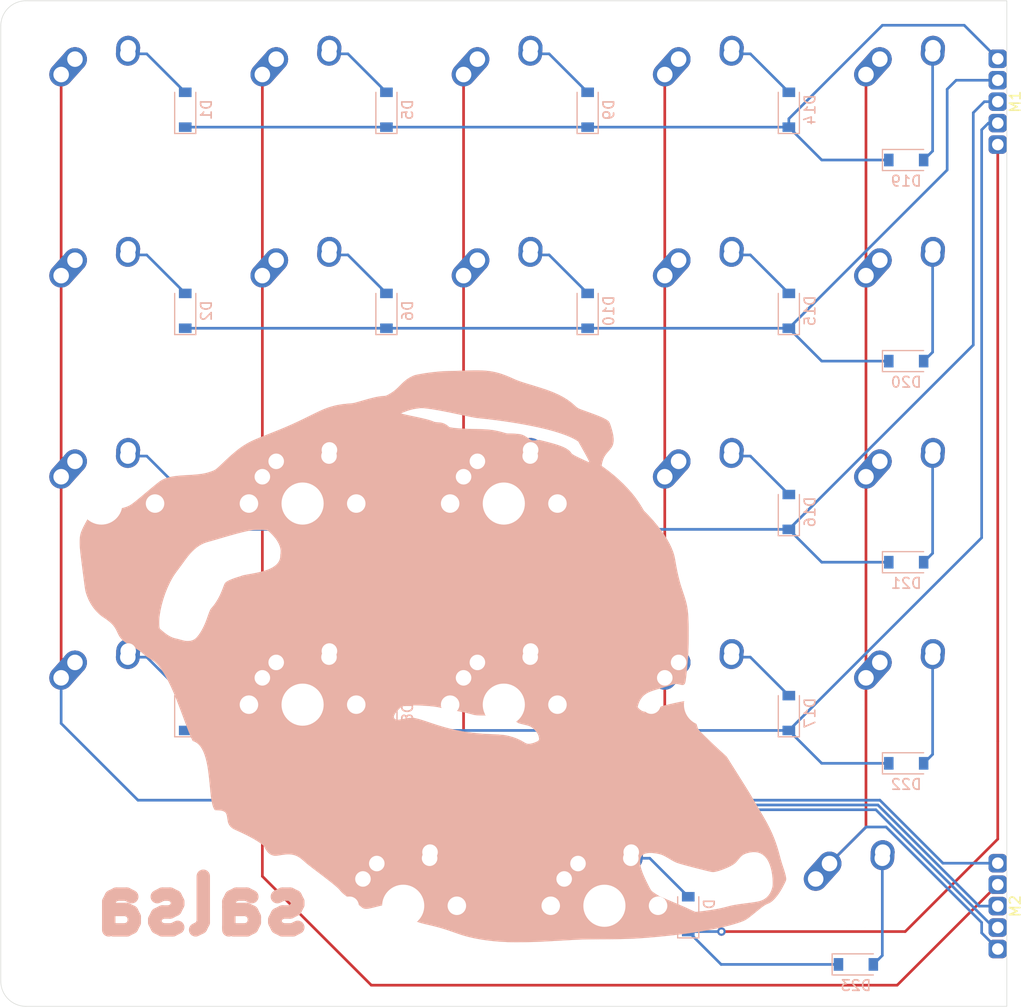
<source format=kicad_pcb>
(kicad_pcb (version 20171130) (host pcbnew "(5.1.12)-1")

  (general
    (thickness 1.6)
    (drawings 7)
    (tracks 117)
    (zones 0)
    (modules 49)
    (nets 34)
  )

  (page A4)
  (layers
    (0 F.Cu signal)
    (31 B.Cu signal)
    (32 B.Adhes user)
    (33 F.Adhes user)
    (34 B.Paste user)
    (35 F.Paste user)
    (36 B.SilkS user hide)
    (37 F.SilkS user)
    (38 B.Mask user)
    (39 F.Mask user)
    (40 Dwgs.User user)
    (41 Cmts.User user)
    (42 Eco1.User user)
    (43 Eco2.User user)
    (44 Edge.Cuts user)
    (45 Margin user)
    (46 B.CrtYd user)
    (47 F.CrtYd user)
    (48 B.Fab user)
    (49 F.Fab user)
  )

  (setup
    (last_trace_width 0.254)
    (trace_clearance 0.2)
    (zone_clearance 0.508)
    (zone_45_only no)
    (trace_min 0.2)
    (via_size 0.8)
    (via_drill 0.4)
    (via_min_size 0.4)
    (via_min_drill 0.3)
    (uvia_size 0.3)
    (uvia_drill 0.1)
    (uvias_allowed no)
    (uvia_min_size 0.2)
    (uvia_min_drill 0.1)
    (edge_width 0.05)
    (segment_width 0.2)
    (pcb_text_width 0.3)
    (pcb_text_size 1.5 1.5)
    (mod_edge_width 0.12)
    (mod_text_size 1 1)
    (mod_text_width 0.15)
    (pad_size 1.524 1.524)
    (pad_drill 0.762)
    (pad_to_mask_clearance 0)
    (aux_axis_origin 0 0)
    (visible_elements 7FFFFFFF)
    (pcbplotparams
      (layerselection 0x010f0_ffffffff)
      (usegerberextensions true)
      (usegerberattributes true)
      (usegerberadvancedattributes true)
      (creategerberjobfile false)
      (excludeedgelayer true)
      (linewidth 0.100000)
      (plotframeref false)
      (viasonmask false)
      (mode 1)
      (useauxorigin false)
      (hpglpennumber 1)
      (hpglpenspeed 20)
      (hpglpendiameter 15.000000)
      (psnegative false)
      (psa4output false)
      (plotreference true)
      (plotvalue true)
      (plotinvisibletext false)
      (padsonsilk false)
      (subtractmaskfromsilk true)
      (outputformat 1)
      (mirror false)
      (drillshape 0)
      (scaleselection 1)
      (outputdirectory "Gerbers/"))
  )

  (net 0 "")
  (net 1 "Net-(D1-Pad2)")
  (net 2 ROW0)
  (net 3 "Net-(D2-Pad2)")
  (net 4 ROW1)
  (net 5 "Net-(D3-Pad2)")
  (net 6 ROW2)
  (net 7 "Net-(D4-Pad2)")
  (net 8 ROW3)
  (net 9 "Net-(D5-Pad2)")
  (net 10 "Net-(D6-Pad2)")
  (net 11 "Net-(D7-Pad2)")
  (net 12 "Net-(D8-Pad2)")
  (net 13 "Net-(D9-Pad2)")
  (net 14 "Net-(D10-Pad2)")
  (net 15 "Net-(D11-Pad2)")
  (net 16 "Net-(D12-Pad2)")
  (net 17 "Net-(D13-Pad2)")
  (net 18 ROW4)
  (net 19 "Net-(D14-Pad2)")
  (net 20 "Net-(D15-Pad2)")
  (net 21 "Net-(D16-Pad2)")
  (net 22 "Net-(D17-Pad2)")
  (net 23 "Net-(D18-Pad2)")
  (net 24 "Net-(D19-Pad2)")
  (net 25 "Net-(D20-Pad2)")
  (net 26 "Net-(D21-Pad2)")
  (net 27 "Net-(D22-Pad2)")
  (net 28 "Net-(D23-Pad2)")
  (net 29 COL0)
  (net 30 COL1)
  (net 31 COL2)
  (net 32 COL3)
  (net 33 COL4)

  (net_class Default "This is the default net class."
    (clearance 0.2)
    (trace_width 0.254)
    (via_dia 0.8)
    (via_drill 0.4)
    (uvia_dia 0.3)
    (uvia_drill 0.1)
    (add_net COL0)
    (add_net COL1)
    (add_net COL2)
    (add_net COL3)
    (add_net COL4)
    (add_net "Net-(D1-Pad2)")
    (add_net "Net-(D10-Pad2)")
    (add_net "Net-(D11-Pad2)")
    (add_net "Net-(D12-Pad2)")
    (add_net "Net-(D13-Pad2)")
    (add_net "Net-(D14-Pad2)")
    (add_net "Net-(D15-Pad2)")
    (add_net "Net-(D16-Pad2)")
    (add_net "Net-(D17-Pad2)")
    (add_net "Net-(D18-Pad2)")
    (add_net "Net-(D19-Pad2)")
    (add_net "Net-(D2-Pad2)")
    (add_net "Net-(D20-Pad2)")
    (add_net "Net-(D21-Pad2)")
    (add_net "Net-(D22-Pad2)")
    (add_net "Net-(D23-Pad2)")
    (add_net "Net-(D3-Pad2)")
    (add_net "Net-(D4-Pad2)")
    (add_net "Net-(D5-Pad2)")
    (add_net "Net-(D6-Pad2)")
    (add_net "Net-(D7-Pad2)")
    (add_net "Net-(D8-Pad2)")
    (add_net "Net-(D9-Pad2)")
    (add_net ROW0)
    (add_net ROW1)
    (add_net ROW2)
    (add_net ROW3)
    (add_net ROW4)
  )

  (net_class Power ""
    (clearance 0.2)
    (trace_width 0.381)
    (via_dia 0.8)
    (via_drill 0.4)
    (uvia_dia 0.3)
    (uvia_drill 0.1)
  )

  (module MX_Alps_Hybrid:MX-1U-NoLED (layer F.Cu) (tedit 5A9F5203) (tstamp 61D2909B)
    (at 107.15625 69.05625)
    (path /61D5DFDD)
    (fp_text reference MX21 (at 0 3.175) (layer Dwgs.User)
      (effects (font (size 1 1) (thickness 0.15)))
    )
    (fp_text value MX-NoLED (at 0 -7.9375) (layer Dwgs.User)
      (effects (font (size 1 1) (thickness 0.15)))
    )
    (fp_line (start 5 -7) (end 7 -7) (layer Dwgs.User) (width 0.15))
    (fp_line (start 7 -7) (end 7 -5) (layer Dwgs.User) (width 0.15))
    (fp_line (start 5 7) (end 7 7) (layer Dwgs.User) (width 0.15))
    (fp_line (start 7 7) (end 7 5) (layer Dwgs.User) (width 0.15))
    (fp_line (start -7 5) (end -7 7) (layer Dwgs.User) (width 0.15))
    (fp_line (start -7 7) (end -5 7) (layer Dwgs.User) (width 0.15))
    (fp_line (start -5 -7) (end -7 -7) (layer Dwgs.User) (width 0.15))
    (fp_line (start -7 -7) (end -7 -5) (layer Dwgs.User) (width 0.15))
    (fp_line (start -9.525 -9.525) (end 9.525 -9.525) (layer Dwgs.User) (width 0.15))
    (fp_line (start 9.525 -9.525) (end 9.525 9.525) (layer Dwgs.User) (width 0.15))
    (fp_line (start 9.525 9.525) (end -9.525 9.525) (layer Dwgs.User) (width 0.15))
    (fp_line (start -9.525 9.525) (end -9.525 -9.525) (layer Dwgs.User) (width 0.15))
    (pad "" np_thru_hole circle (at 5.08 0 48.0996) (size 1.75 1.75) (drill 1.75) (layers *.Cu *.Mask))
    (pad "" np_thru_hole circle (at -5.08 0 48.0996) (size 1.75 1.75) (drill 1.75) (layers *.Cu *.Mask))
    (pad 1 thru_hole circle (at -2.5 -4) (size 2.25 2.25) (drill 1.47) (layers *.Cu B.Mask)
      (net 33 COL4))
    (pad "" np_thru_hole circle (at 0 0) (size 3.9878 3.9878) (drill 3.9878) (layers *.Cu *.Mask))
    (pad 1 thru_hole oval (at -3.81 -2.54 48.0996) (size 4.211556 2.25) (drill 1.47 (offset 0.980778 0)) (layers *.Cu B.Mask)
      (net 33 COL4))
    (pad 2 thru_hole circle (at 2.54 -5.08) (size 2.25 2.25) (drill 1.47) (layers *.Cu B.Mask)
      (net 26 "Net-(D21-Pad2)"))
    (pad 2 thru_hole oval (at 2.5 -4.5 86.0548) (size 2.831378 2.25) (drill 1.47 (offset 0.290689 0)) (layers *.Cu B.Mask)
      (net 26 "Net-(D21-Pad2)"))
  )

  (module modular:1x5 (layer F.Cu) (tedit 61D090E1) (tstamp 61D36658)
    (at 115.824 106.68)
    (path /61D65A3D)
    (fp_text reference M2 (at 1.651 0.508 90) (layer F.SilkS)
      (effects (font (size 1 1) (thickness 0.15)))
    )
    (fp_text value 1x5 (at -1.524 0.508 90) (layer F.Fab)
      (effects (font (size 1 1) (thickness 0.15)))
    )
    (pad 1 thru_hole roundrect (at 0 -3.556) (size 1.7526 1.7526) (drill 1.0922) (layers *.Cu *.Mask) (roundrect_rratio 0.25)
      (net 29 COL0))
    (pad 2 thru_hole roundrect (at 0 -1.524) (size 1.7526 1.7526) (drill 1.0922) (layers *.Cu *.Mask) (roundrect_rratio 0.25)
      (net 30 COL1))
    (pad 3 thru_hole roundrect (at 0 0.508) (size 1.7526 1.7526) (drill 1.0922) (layers *.Cu *.Mask) (roundrect_rratio 0.25)
      (net 31 COL2))
    (pad 4 thru_hole roundrect (at 0 2.54) (size 1.7526 1.7526) (drill 1.0922) (layers *.Cu *.Mask) (roundrect_rratio 0.25)
      (net 32 COL3))
    (pad 5 thru_hole roundrect (at 0 4.572) (size 1.7526 1.7526) (drill 1.0922) (layers *.Cu *.Mask) (roundrect_rratio 0.25)
      (net 33 COL4))
  )

  (module modular:1x5 (layer F.Cu) (tedit 61D090E1) (tstamp 61D3664F)
    (at 115.824 30.48)
    (path /61D6497A)
    (fp_text reference M1 (at 1.651 0.508 90) (layer F.SilkS)
      (effects (font (size 1 1) (thickness 0.15)))
    )
    (fp_text value 1x5 (at -1.524 0.508 90) (layer F.Fab)
      (effects (font (size 1 1) (thickness 0.15)))
    )
    (pad 5 thru_hole roundrect (at 0 4.572) (size 1.7526 1.7526) (drill 1.0922) (layers *.Cu *.Mask) (roundrect_rratio 0.25)
      (net 18 ROW4))
    (pad 4 thru_hole roundrect (at 0 2.54) (size 1.7526 1.7526) (drill 1.0922) (layers *.Cu *.Mask) (roundrect_rratio 0.25)
      (net 8 ROW3))
    (pad 3 thru_hole roundrect (at 0 0.508) (size 1.7526 1.7526) (drill 1.0922) (layers *.Cu *.Mask) (roundrect_rratio 0.25)
      (net 6 ROW2))
    (pad 2 thru_hole roundrect (at 0 -1.524) (size 1.7526 1.7526) (drill 1.0922) (layers *.Cu *.Mask) (roundrect_rratio 0.25)
      (net 4 ROW1))
    (pad 1 thru_hole roundrect (at 0 -3.556) (size 1.7526 1.7526) (drill 1.0922) (layers *.Cu *.Mask) (roundrect_rratio 0.25)
      (net 2 ROW0))
  )

  (module MX_Alps_Hybrid:MX-1U-NoLED (layer F.Cu) (tedit 5A9F5203) (tstamp 61D2906D)
    (at 107.15625 30.95625)
    (path /61D41A98)
    (fp_text reference MX19 (at 0 3.175) (layer Dwgs.User)
      (effects (font (size 1 1) (thickness 0.15)))
    )
    (fp_text value MX-NoLED (at 0 -7.9375) (layer Dwgs.User)
      (effects (font (size 1 1) (thickness 0.15)))
    )
    (fp_line (start 5 -7) (end 7 -7) (layer Dwgs.User) (width 0.15))
    (fp_line (start 7 -7) (end 7 -5) (layer Dwgs.User) (width 0.15))
    (fp_line (start 5 7) (end 7 7) (layer Dwgs.User) (width 0.15))
    (fp_line (start 7 7) (end 7 5) (layer Dwgs.User) (width 0.15))
    (fp_line (start -7 5) (end -7 7) (layer Dwgs.User) (width 0.15))
    (fp_line (start -7 7) (end -5 7) (layer Dwgs.User) (width 0.15))
    (fp_line (start -5 -7) (end -7 -7) (layer Dwgs.User) (width 0.15))
    (fp_line (start -7 -7) (end -7 -5) (layer Dwgs.User) (width 0.15))
    (fp_line (start -9.525 -9.525) (end 9.525 -9.525) (layer Dwgs.User) (width 0.15))
    (fp_line (start 9.525 -9.525) (end 9.525 9.525) (layer Dwgs.User) (width 0.15))
    (fp_line (start 9.525 9.525) (end -9.525 9.525) (layer Dwgs.User) (width 0.15))
    (fp_line (start -9.525 9.525) (end -9.525 -9.525) (layer Dwgs.User) (width 0.15))
    (pad "" np_thru_hole circle (at 5.08 0 48.0996) (size 1.75 1.75) (drill 1.75) (layers *.Cu *.Mask))
    (pad "" np_thru_hole circle (at -5.08 0 48.0996) (size 1.75 1.75) (drill 1.75) (layers *.Cu *.Mask))
    (pad 1 thru_hole circle (at -2.5 -4) (size 2.25 2.25) (drill 1.47) (layers *.Cu B.Mask)
      (net 33 COL4))
    (pad "" np_thru_hole circle (at 0 0) (size 3.9878 3.9878) (drill 3.9878) (layers *.Cu *.Mask))
    (pad 1 thru_hole oval (at -3.81 -2.54 48.0996) (size 4.211556 2.25) (drill 1.47 (offset 0.980778 0)) (layers *.Cu B.Mask)
      (net 33 COL4))
    (pad 2 thru_hole circle (at 2.54 -5.08) (size 2.25 2.25) (drill 1.47) (layers *.Cu B.Mask)
      (net 24 "Net-(D19-Pad2)"))
    (pad 2 thru_hole oval (at 2.5 -4.5 86.0548) (size 2.831378 2.25) (drill 1.47 (offset 0.290689 0)) (layers *.Cu B.Mask)
      (net 24 "Net-(D19-Pad2)"))
  )

  (module sasha:B.SilkS_layer1 (layer F.Cu) (tedit 0) (tstamp 61D3ACB9)
    (at 49.657 71.501)
    (fp_text reference G*** (at 0 0) (layer F.SilkS) hide
      (effects (font (size 1.524 1.524) (thickness 0.3)))
    )
    (fp_text value LOGO (at 0.75 0) (layer F.SilkS) hide
      (effects (font (size 1.524 1.524) (thickness 0.3)))
    )
    (fp_poly (pts (xy 17.368358 -15.049841) (xy 17.718042 -15.026326) (xy 18.048902 -14.989386) (xy 18.36656 -14.937985)
      (xy 18.676637 -14.871085) (xy 18.984752 -14.78765) (xy 19.296525 -14.686641) (xy 19.617578 -14.567023)
      (xy 19.953531 -14.427757) (xy 20.2565 -14.292472) (xy 20.389519 -14.232576) (xy 20.51926 -14.176882)
      (xy 20.650888 -14.123566) (xy 20.78957 -14.070808) (xy 20.94047 -14.016786) (xy 21.108754 -13.959678)
      (xy 21.299588 -13.897662) (xy 21.518136 -13.828918) (xy 21.769565 -13.751624) (xy 21.918084 -13.706519)
      (xy 22.257749 -13.603148) (xy 22.56064 -13.509705) (xy 22.830782 -13.424828) (xy 23.0722 -13.347153)
      (xy 23.28892 -13.275317) (xy 23.484968 -13.207956) (xy 23.664367 -13.143708) (xy 23.831144 -13.081208)
      (xy 23.989325 -13.019095) (xy 24.142933 -12.956004) (xy 24.178837 -12.940874) (xy 24.634197 -12.733385)
      (xy 25.051283 -12.512358) (xy 25.432388 -12.276353) (xy 25.779805 -12.023932) (xy 26.095827 -11.753656)
      (xy 26.145277 -11.707088) (xy 26.208703 -11.647009) (xy 26.264829 -11.596298) (xy 26.318405 -11.552585)
      (xy 26.374186 -11.513495) (xy 26.436924 -11.476657) (xy 26.51137 -11.439699) (xy 26.602279 -11.400247)
      (xy 26.714401 -11.35593) (xy 26.85249 -11.304376) (xy 27.021299 -11.243211) (xy 27.20975 -11.175722)
      (xy 27.539089 -11.057083) (xy 27.830969 -10.949884) (xy 28.088318 -10.852877) (xy 28.314065 -10.764812)
      (xy 28.511137 -10.684441) (xy 28.682462 -10.610515) (xy 28.830969 -10.541785) (xy 28.959586 -10.477001)
      (xy 29.071239 -10.414914) (xy 29.168859 -10.354277) (xy 29.224318 -10.316365) (xy 29.282753 -10.271824)
      (xy 29.330836 -10.225865) (xy 29.372144 -10.172013) (xy 29.410251 -10.103793) (xy 29.448733 -10.014729)
      (xy 29.491167 -9.898348) (xy 29.541126 -9.748173) (xy 29.545459 -9.734802) (xy 29.645295 -9.404476)
      (xy 29.720251 -9.105802) (xy 29.7704 -8.836236) (xy 29.795815 -8.593232) (xy 29.79657 -8.374244)
      (xy 29.772736 -8.176727) (xy 29.724387 -7.998137) (xy 29.651596 -7.835928) (xy 29.602226 -7.754363)
      (xy 29.554531 -7.68832) (xy 29.488546 -7.604499) (xy 29.41484 -7.516095) (xy 29.373527 -7.468826)
      (xy 29.239218 -7.31555) (xy 29.130828 -7.185162) (xy 29.043652 -7.071319) (xy 28.972988 -6.967677)
      (xy 28.914133 -6.867892) (xy 28.881463 -6.805083) (xy 28.815483 -6.651898) (xy 28.755377 -6.474789)
      (xy 28.706673 -6.292164) (xy 28.674897 -6.122433) (xy 28.673614 -6.112788) (xy 28.660727 -6.013159)
      (xy 28.950852 -5.805983) (xy 29.409523 -5.462749) (xy 29.862989 -5.092813) (xy 30.304955 -4.702143)
      (xy 30.729121 -4.296705) (xy 31.129192 -3.882468) (xy 31.49887 -3.465399) (xy 31.762438 -3.141487)
      (xy 31.908185 -2.947893) (xy 32.061819 -2.731591) (xy 32.214801 -2.505293) (xy 32.358587 -2.281709)
      (xy 32.484638 -2.073554) (xy 32.51272 -2.024815) (xy 32.570828 -1.926043) (xy 32.62551 -1.839054)
      (xy 32.671797 -1.771338) (xy 32.704718 -1.730384) (xy 32.712844 -1.723293) (xy 32.739678 -1.699861)
      (xy 32.790657 -1.650031) (xy 32.861192 -1.578494) (xy 32.946695 -1.489941) (xy 33.042577 -1.389062)
      (xy 33.109579 -1.317728) (xy 33.529328 -0.853701) (xy 33.912711 -0.398674) (xy 34.259255 0.046642)
      (xy 34.568488 0.481534) (xy 34.839939 0.905291) (xy 35.073137 1.3172) (xy 35.26761 1.716548)
      (xy 35.422886 2.102624) (xy 35.473767 2.252715) (xy 35.508028 2.363643) (xy 35.53745 2.469241)
      (xy 35.56403 2.578501) (xy 35.589767 2.700416) (xy 35.616659 2.843979) (xy 35.646706 3.018182)
      (xy 35.655209 3.069167) (xy 35.710425 3.384295) (xy 35.772845 3.709417) (xy 35.840599 4.036197)
      (xy 35.911814 4.356297) (xy 35.984621 4.661381) (xy 36.057148 4.943112) (xy 36.127526 5.193154)
      (xy 36.144442 5.249334) (xy 36.170111 5.331243) (xy 36.206955 5.445932) (xy 36.252576 5.586082)
      (xy 36.304577 5.744375) (xy 36.36056 5.913491) (xy 36.418126 6.086113) (xy 36.439182 6.148917)
      (xy 36.515379 6.380881) (xy 36.582886 6.598798) (xy 36.642202 6.806771) (xy 36.693829 7.008901)
      (xy 36.738266 7.209291) (xy 36.776013 7.412045) (xy 36.807572 7.621265) (xy 36.833442 7.841054)
      (xy 36.854123 8.075514) (xy 36.870117 8.328748) (xy 36.881923 8.604859) (xy 36.890041 8.907949)
      (xy 36.894972 9.242122) (xy 36.897216 9.611479) (xy 36.897444 9.906871) (xy 36.89646 10.275745)
      (xy 36.894011 10.609733) (xy 36.889735 10.915716) (xy 36.88327 11.200576) (xy 36.874252 11.471193)
      (xy 36.862321 11.73445) (xy 36.847113 11.997227) (xy 36.828267 12.266405) (xy 36.805419 12.548866)
      (xy 36.778208 12.851492) (xy 36.746271 13.181163) (xy 36.709246 13.544761) (xy 36.702448 13.610167)
      (xy 36.678349 13.837605) (xy 36.657151 14.026988) (xy 36.638036 14.182427) (xy 36.620188 14.308038)
      (xy 36.60279 14.407934) (xy 36.585026 14.486229) (xy 36.566079 14.547036) (xy 36.545133 14.594469)
      (xy 36.52137 14.632642) (xy 36.493974 14.665668) (xy 36.492626 14.667117) (xy 36.446871 14.70938)
      (xy 36.399036 14.734971) (xy 36.340874 14.744526) (xy 36.264136 14.738681) (xy 36.160573 14.718073)
      (xy 36.081813 14.698807) (xy 35.891146 14.658179) (xy 35.727597 14.641324) (xy 35.583345 14.648116)
      (xy 35.450567 14.678429) (xy 35.422417 14.688132) (xy 35.297737 14.731841) (xy 35.140888 14.783594)
      (xy 34.950167 14.84392) (xy 34.723868 14.91335) (xy 34.460287 14.992412) (xy 34.157719 15.081635)
      (xy 34.110084 15.095572) (xy 33.850052 15.173096) (xy 33.626568 15.243432) (xy 33.43487 15.308656)
      (xy 33.270201 15.370848) (xy 33.1278 15.432086) (xy 33.002907 15.49445) (xy 32.890764 15.560016)
      (xy 32.78661 15.630865) (xy 32.685686 15.709074) (xy 32.663779 15.727194) (xy 32.509652 15.879963)
      (xy 32.370261 16.065616) (xy 32.250574 16.275845) (xy 32.15556 16.502345) (xy 32.109497 16.653928)
      (xy 32.064125 16.829605) (xy 32.143558 16.926542) (xy 32.238184 17.024754) (xy 32.352401 17.117005)
      (xy 32.47218 17.193165) (xy 32.580824 17.242224) (xy 32.715831 17.270826) (xy 32.873543 17.277087)
      (xy 33.040835 17.261212) (xy 33.17128 17.233113) (xy 33.240576 17.211056) (xy 33.33988 17.175342)
      (xy 33.460434 17.12933) (xy 33.593482 17.076376) (xy 33.730268 17.019839) (xy 33.757117 17.008476)
      (xy 33.892349 16.951334) (xy 34.024148 16.89624) (xy 34.1441 16.846667) (xy 34.243787 16.806088)
      (xy 34.314794 16.777978) (xy 34.325504 16.773897) (xy 34.422515 16.74124) (xy 34.554984 16.702375)
      (xy 34.71672 16.6587) (xy 34.901538 16.611616) (xy 35.103249 16.562519) (xy 35.315665 16.512809)
      (xy 35.532598 16.463884) (xy 35.747861 16.417144) (xy 35.955266 16.373986) (xy 36.148624 16.335809)
      (xy 36.321749 16.304013) (xy 36.468452 16.279995) (xy 36.570709 16.266412) (xy 36.703 16.251844)
      (xy 36.703 16.309008) (xy 36.714292 16.388126) (xy 36.748207 16.502059) (xy 36.804806 16.650955)
      (xy 36.88415 16.834961) (xy 36.986301 17.054225) (xy 37.111318 17.308893) (xy 37.137015 17.360014)
      (xy 37.216383 17.518147) (xy 37.293567 17.673357) (xy 37.365389 17.819146) (xy 37.428672 17.949021)
      (xy 37.480239 18.056484) (xy 37.516912 18.135041) (xy 37.525807 18.15488) (xy 37.571186 18.264302)
      (xy 37.6188 18.389727) (xy 37.664708 18.519678) (xy 37.704969 18.642678) (xy 37.73564 18.747249)
      (xy 37.750452 18.809041) (xy 37.769878 18.856008) (xy 37.809916 18.922134) (xy 37.862883 18.99509)
      (xy 37.878426 19.014386) (xy 37.949097 19.095166) (xy 38.04884 19.201797) (xy 38.175188 19.331891)
      (xy 38.325672 19.483063) (xy 38.497825 19.652923) (xy 38.68918 19.839085) (xy 38.897269 20.039163)
      (xy 39.119626 20.250768) (xy 39.353781 20.471514) (xy 39.597268 20.699013) (xy 39.847619 20.930878)
      (xy 40.079084 21.143437) (xy 40.502417 21.53059) (xy 41.578736 23.237754) (xy 41.738463 23.49145)
      (xy 41.895618 23.741737) (xy 42.048209 23.985405) (xy 42.194243 24.219242) (xy 42.331727 24.440036)
      (xy 42.458668 24.644576) (xy 42.573074 24.829651) (xy 42.672952 24.992049) (xy 42.756309 25.128558)
      (xy 42.821153 25.235969) (xy 42.86549 25.311068) (xy 42.867947 25.315334) (xy 42.926176 25.416082)
      (xy 43.002309 25.546932) (xy 43.09265 25.701579) (xy 43.193503 25.873717) (xy 43.301173 26.05704)
      (xy 43.411963 26.245243) (xy 43.522177 26.432019) (xy 43.555787 26.488879) (xy 43.720808 26.768578)
      (xy 43.865994 27.016184) (xy 43.993595 27.235718) (xy 44.105864 27.431204) (xy 44.20505 27.606662)
      (xy 44.293406 27.766116) (xy 44.373181 27.913586) (xy 44.446628 28.053096) (xy 44.515997 28.188667)
      (xy 44.583539 28.324321) (xy 44.587107 28.331584) (xy 44.786503 28.756161) (xy 44.967377 29.181589)
      (xy 45.132721 29.616186) (xy 45.285524 30.06827) (xy 45.428779 30.546162) (xy 45.561105 31.040917)
      (xy 45.604329 31.203271) (xy 45.657522 31.390504) (xy 45.716234 31.587694) (xy 45.776017 31.779918)
      (xy 45.83242 31.952253) (xy 45.835611 31.961667) (xy 45.924463 32.229689) (xy 45.996519 32.461566)
      (xy 46.052413 32.659732) (xy 46.092777 32.826621) (xy 46.118243 32.964668) (xy 46.129445 33.076306)
      (xy 46.130006 33.094375) (xy 46.13042 33.145163) (xy 46.127983 33.188618) (xy 46.120318 33.231414)
      (xy 46.10505 33.280221) (xy 46.079803 33.341712) (xy 46.042202 33.422559) (xy 45.98987 33.529435)
      (xy 45.937813 33.634125) (xy 45.769188 33.957998) (xy 45.603557 34.245468) (xy 45.437331 34.501948)
      (xy 45.266922 34.732851) (xy 45.088741 34.943593) (xy 45.022832 35.014693) (xy 44.885135 35.152568)
      (xy 44.759787 35.260948) (xy 44.637337 35.346627) (xy 44.508336 35.416402) (xy 44.398754 35.463505)
      (xy 44.321105 35.495451) (xy 44.246663 35.529822) (xy 44.17175 35.569201) (xy 44.092689 35.61617)
      (xy 44.0058 35.673312) (xy 43.907407 35.74321) (xy 43.793831 35.828445) (xy 43.661395 35.931602)
      (xy 43.506419 36.055262) (xy 43.325227 36.202008) (xy 43.190584 36.31187) (xy 42.994313 36.471909)
      (xy 42.825797 36.607718) (xy 42.680275 36.722177) (xy 42.552988 36.818165) (xy 42.439176 36.898564)
      (xy 42.334078 36.966252) (xy 42.232936 37.024111) (xy 42.130989 37.075019) (xy 42.023478 37.121857)
      (xy 41.905643 37.167504) (xy 41.772724 37.214842) (xy 41.619962 37.266749) (xy 41.603084 37.272411)
      (xy 41.209274 37.396435) (xy 40.775339 37.51812) (xy 40.303438 37.637099) (xy 39.795733 37.753)
      (xy 39.254385 37.865455) (xy 38.681556 37.974094) (xy 38.079406 38.078546) (xy 37.450096 38.178442)
      (xy 36.795789 38.273413) (xy 36.118644 38.363088) (xy 35.420824 38.447099) (xy 34.704488 38.525074)
      (xy 33.9718 38.596645) (xy 33.739667 38.617653) (xy 33.36636 38.6502) (xy 33.017212 38.679242)
      (xy 32.687344 38.704983) (xy 32.37188 38.727624) (xy 32.065944 38.747367) (xy 31.764658 38.764416)
      (xy 31.463145 38.778973) (xy 31.156528 38.79124) (xy 30.839931 38.801419) (xy 30.508477 38.809714)
      (xy 30.157288 38.816326) (xy 29.781488 38.821458) (xy 29.376199 38.825312) (xy 28.936546 38.82809)
      (xy 28.6385 38.829385) (xy 28.362391 38.8307) (xy 28.08905 38.832555) (xy 27.822843 38.834888)
      (xy 27.568139 38.837636) (xy 27.329307 38.840738) (xy 27.110712 38.84413) (xy 26.916724 38.84775)
      (xy 26.75171 38.851537) (xy 26.620038 38.855428) (xy 26.526076 38.85936) (xy 26.521834 38.85959)
      (xy 26.404492 38.866087) (xy 26.252162 38.874547) (xy 26.072124 38.884566) (xy 25.871656 38.895736)
      (xy 25.658037 38.907654) (xy 25.438547 38.919912) (xy 25.220465 38.932105) (xy 25.146 38.936272)
      (xy 24.767076 38.957435) (xy 24.426977 38.976329) (xy 24.122263 38.993134) (xy 23.849498 39.008035)
      (xy 23.605243 39.021214) (xy 23.38606 39.032854) (xy 23.188512 39.043138) (xy 23.009159 39.052247)
      (xy 22.844565 39.060366) (xy 22.691291 39.067677) (xy 22.563667 39.073559) (xy 22.381246 39.080655)
      (xy 22.168316 39.08695) (xy 21.931235 39.092399) (xy 21.676358 39.096958) (xy 21.410044 39.100582)
      (xy 21.138648 39.103226) (xy 20.868529 39.104846) (xy 20.606044 39.105397) (xy 20.357548 39.104835)
      (xy 20.1294 39.103114) (xy 19.927956 39.100191) (xy 19.759574 39.09602) (xy 19.695584 39.093696)
      (xy 19.036664 39.056925) (xy 18.39447 39.001874) (xy 17.773214 38.929136) (xy 17.177108 38.839303)
      (xy 16.610362 38.732968) (xy 16.07719 38.610724) (xy 15.863338 38.554521) (xy 15.714378 38.512968)
      (xy 15.571342 38.471179) (xy 15.426903 38.42678) (xy 15.273731 38.377399) (xy 15.104497 38.320661)
      (xy 14.911873 38.254193) (xy 14.688531 38.175621) (xy 14.63675 38.157259) (xy 14.297087 38.038534)
      (xy 13.985184 37.933843) (xy 13.690695 37.840184) (xy 13.403273 37.75455) (xy 13.11257 37.673939)
      (xy 12.808239 37.595345) (xy 12.479934 37.515765) (xy 12.219041 37.455289) (xy 11.976718 37.39885)
      (xy 11.769619 37.347774) (xy 11.591293 37.3) (xy 11.435287 37.25347) (xy 11.295148 37.206123)
      (xy 11.164424 37.1559) (xy 11.036662 37.10074) (xy 10.905409 37.038585) (xy 10.89025 37.031118)
      (xy 10.685239 36.924781) (xy 10.463125 36.799737) (xy 10.221409 36.654407) (xy 9.95759 36.48721)
      (xy 9.669168 36.296566) (xy 9.353642 36.080897) (xy 9.056169 35.872406) (xy 8.941811 35.792581)
      (xy 8.835019 35.72013) (xy 8.741994 35.659098) (xy 8.668941 35.613529) (xy 8.622062 35.587468)
      (xy 8.613802 35.583979) (xy 8.538781 35.568596) (xy 8.433129 35.561367) (xy 8.307701 35.562014)
      (xy 8.173353 35.570259) (xy 8.040939 35.585824) (xy 7.955705 35.600824) (xy 7.873357 35.619015)
      (xy 7.760049 35.645772) (xy 7.625702 35.678661) (xy 7.480237 35.715248) (xy 7.333574 35.7531)
      (xy 7.313084 35.758474) (xy 7.098286 35.813903) (xy 6.91859 35.857812) (xy 6.768666 35.891237)
      (xy 6.643187 35.915212) (xy 6.536825 35.930773) (xy 6.444251 35.938954) (xy 6.37412 35.940882)
      (xy 6.239432 35.93362) (xy 6.132938 35.909734) (xy 6.042573 35.865691) (xy 5.992192 35.829028)
      (xy 5.939372 35.7861) (xy 5.865434 35.725936) (xy 5.78207 35.658053) (xy 5.732366 35.617557)
      (xy 5.669881 35.56916) (xy 5.578261 35.501639) (xy 5.463613 35.419326) (xy 5.332043 35.326548)
      (xy 5.18966 35.227638) (xy 5.042571 35.126926) (xy 4.993525 35.093686) (xy 4.765315 34.937696)
      (xy 4.57027 34.800348) (xy 4.405008 34.678922) (xy 4.266147 34.570697) (xy 4.150305 34.472952)
      (xy 4.054097 34.382968) (xy 3.974143 34.298023) (xy 3.915834 34.226969) (xy 3.86261 34.16157)
      (xy 3.798733 34.09093) (xy 3.722207 34.013392) (xy 3.631038 33.927304) (xy 3.523231 33.83101)
      (xy 3.39679 33.722857) (xy 3.249722 33.601191) (xy 3.08003 33.464357) (xy 2.885719 33.310701)
      (xy 2.664796 33.138569) (xy 2.415264 32.946307) (xy 2.13513 32.732261) (xy 1.87325 32.533312)
      (xy 1.643608 32.359071) (xy 1.444623 32.20768) (xy 1.273085 32.07659) (xy 1.125785 31.963252)
      (xy 0.999513 31.865117) (xy 0.891058 31.779636) (xy 0.797211 31.704261) (xy 0.714761 31.636442)
      (xy 0.6405 31.573629) (xy 0.571216 31.513275) (xy 0.534766 31.480642) (xy 32.300334 31.480642)
      (xy 32.308276 31.65035) (xy 32.332752 31.831493) (xy 32.374729 32.026796) (xy 32.435179 32.238983)
      (xy 32.515072 32.470779) (xy 32.615376 32.724909) (xy 32.737062 33.004096) (xy 32.881101 33.311065)
      (xy 33.048461 33.648542) (xy 33.126248 33.800632) (xy 33.199445 33.940814) (xy 33.258373 34.048823)
      (xy 33.306878 34.130748) (xy 33.348806 34.192678) (xy 33.388002 34.240701) (xy 33.428313 34.280908)
      (xy 33.431305 34.283613) (xy 33.481147 34.323414) (xy 33.559453 34.380008) (xy 33.658471 34.448267)
      (xy 33.770449 34.523063) (xy 33.887637 34.599268) (xy 34.002282 34.671752) (xy 34.106634 34.735387)
      (xy 34.168964 34.77167) (xy 34.197771 34.785171) (xy 34.261479 34.813199) (xy 34.355922 34.853978)
      (xy 34.476935 34.905732) (xy 34.620352 34.966684) (xy 34.782006 35.035056) (xy 34.957733 35.109072)
      (xy 35.100516 35.169004) (xy 35.481069 35.329232) (xy 35.834113 35.479376) (xy 36.15788 35.61866)
      (xy 36.450601 35.746307) (xy 36.710507 35.861543) (xy 36.935829 35.96359) (xy 37.1248 36.051675)
      (xy 37.24275 36.108671) (xy 37.376445 36.171183) (xy 37.482207 36.213289) (xy 37.556884 36.233786)
      (xy 37.575601 36.235644) (xy 37.618746 36.233501) (xy 37.69684 36.226571) (xy 37.802864 36.2156)
      (xy 37.929796 36.201335) (xy 38.070616 36.184523) (xy 38.155401 36.173961) (xy 38.497048 36.129701)
      (xy 38.80333 36.087559) (xy 39.081079 36.046253) (xy 39.337126 36.004504) (xy 39.578304 35.961031)
      (xy 39.811444 35.914554) (xy 40.043378 35.863791) (xy 40.280938 35.807464) (xy 40.530956 35.744291)
      (xy 40.73525 35.690446) (xy 40.872568 35.655853) (xy 41.021379 35.622747) (xy 41.186216 35.590366)
      (xy 41.371612 35.557952) (xy 41.582101 35.524742) (xy 41.822215 35.489977) (xy 42.096487 35.452896)
      (xy 42.333334 35.422348) (xy 42.574374 35.3915) (xy 42.778526 35.364661) (xy 42.950958 35.341008)
      (xy 43.09684 35.31972) (xy 43.221339 35.299974) (xy 43.329623 35.28095) (xy 43.426863 35.261825)
      (xy 43.518226 35.241777) (xy 43.60888 35.219985) (xy 43.613917 35.218727) (xy 43.859771 35.136381)
      (xy 44.083411 35.018726) (xy 44.283259 34.867419) (xy 44.457737 34.684114) (xy 44.605266 34.470466)
      (xy 44.724268 34.228131) (xy 44.812343 33.961917) (xy 44.831704 33.882382) (xy 44.845242 33.809726)
      (xy 44.853866 33.733587) (xy 44.858483 33.643603) (xy 44.860002 33.529412) (xy 44.859659 33.422167)
      (xy 44.846084 33.067371) (xy 44.811175 32.721907) (xy 44.756145 32.390378) (xy 44.682205 32.077392)
      (xy 44.590567 31.787552) (xy 44.482443 31.525465) (xy 44.359044 31.295736) (xy 44.263207 31.155302)
      (xy 44.093086 30.962658) (xy 43.904343 30.807915) (xy 43.697436 30.691186) (xy 43.472826 30.612586)
      (xy 43.230971 30.572228) (xy 42.972331 30.570224) (xy 42.697367 30.606687) (xy 42.406536 30.681732)
      (xy 42.378013 30.6909) (xy 42.227372 30.746225) (xy 42.097206 30.809309) (xy 41.979543 30.886136)
      (xy 41.866413 30.982691) (xy 41.749847 31.104957) (xy 41.622439 31.258207) (xy 41.513827 31.392474)
      (xy 41.422444 31.498496) (xy 41.341401 31.582824) (xy 41.263812 31.652005) (xy 41.18279 31.712588)
      (xy 41.091445 31.771123) (xy 41.068683 31.784729) (xy 40.875892 31.891667) (xy 40.663367 31.997005)
      (xy 40.438305 32.098051) (xy 40.207899 32.192109) (xy 39.979347 32.276486) (xy 39.759843 32.348487)
      (xy 39.556584 32.405416) (xy 39.376765 32.444581) (xy 39.264167 32.460432) (xy 39.2284 32.463023)
      (xy 39.190983 32.463198) (xy 39.14776 32.460113) (xy 39.094574 32.452922) (xy 39.027272 32.440782)
      (xy 38.941696 32.422849) (xy 38.833691 32.398276) (xy 38.699103 32.366222) (xy 38.533774 32.32584)
      (xy 38.33355 32.276286) (xy 38.224653 32.2492) (xy 37.938908 32.177504) (xy 37.654639 32.105125)
      (xy 37.376057 32.033194) (xy 37.10737 31.962842) (xy 36.852787 31.895199) (xy 36.616517 31.831397)
      (xy 36.40277 31.772568) (xy 36.215753 31.719841) (xy 36.059676 31.674348) (xy 35.938749 31.637221)
      (xy 35.899141 31.624289) (xy 35.794689 31.587195) (xy 35.693268 31.546158) (xy 35.58832 31.497845)
      (xy 35.47329 31.438922) (xy 35.341619 31.366056) (xy 35.186751 31.275911) (xy 35.033739 31.184279)
      (xy 34.850451 31.07538) (xy 34.695034 30.987572) (xy 34.560702 30.917636) (xy 34.440666 30.862355)
      (xy 34.328142 30.818509) (xy 34.216341 30.782881) (xy 34.148837 30.764632) (xy 33.900587 30.709963)
      (xy 33.65617 30.672758) (xy 33.421294 30.653059) (xy 33.201666 30.650906) (xy 33.002994 30.666341)
      (xy 32.830983 30.699406) (xy 32.691342 30.75014) (xy 32.683494 30.754065) (xy 32.544823 30.844084)
      (xy 32.43835 30.957301) (xy 32.362911 31.095922) (xy 32.317344 31.262151) (xy 32.300486 31.458193)
      (xy 32.300334 31.480642) (xy 0.534766 31.480642) (xy 0.5037 31.45283) (xy 0.4445 31.398736)
      (xy 0.224765 31.211122) (xy 0.009659 31.059342) (xy -0.20607 30.941952) (xy -0.427672 30.857505)
      (xy -0.660398 30.804559) (xy -0.9095 30.781668) (xy -1.180228 30.787388) (xy -1.477833 30.820274)
      (xy -1.592223 30.838427) (xy -1.780097 30.86949) (xy -1.932709 30.892522) (xy -2.056263 30.90803)
      (xy -2.156961 30.916518) (xy -2.241005 30.918491) (xy -2.314599 30.914454) (xy -2.383944 30.904911)
      (xy -2.391833 30.9035) (xy -2.565075 30.855792) (xy -2.722837 30.777436) (xy -2.867858 30.666001)
      (xy -3.002876 30.519057) (xy -3.13063 30.334173) (xy -3.226928 30.162195) (xy -3.278438 30.06716)
      (xy -3.324272 29.997631) (xy -3.375339 29.940164) (xy -3.442547 29.881317) (xy -3.477249 29.853709)
      (xy -3.701231 29.689297) (xy -3.962904 29.516953) (xy -4.258797 29.338622) (xy -4.585436 29.156246)
      (xy -4.939349 28.97177) (xy -5.317061 28.787136) (xy -5.689152 28.61587) (xy -5.812662 28.560198)
      (xy -5.935573 28.504019) (xy -6.047193 28.452273) (xy -6.136834 28.4099) (xy -6.173785 28.391939)
      (xy -6.342174 28.286842) (xy -6.487737 28.152052) (xy -6.604856 27.994269) (xy -6.687916 27.82019)
      (xy -6.708663 27.753847) (xy -6.720919 27.698548) (xy -6.736863 27.612631) (xy -6.754512 27.507428)
      (xy -6.771884 27.394273) (xy -6.77342 27.383713) (xy -6.801209 27.211016) (xy -6.830573 27.074539)
      (xy -6.864244 26.968186) (xy -6.904951 26.885859) (xy -6.955422 26.821462) (xy -7.018388 26.768896)
      (xy -7.060678 26.74203) (xy -7.148021 26.696432) (xy -7.238136 26.662666) (xy -7.340471 26.638611)
      (xy -7.464477 26.622147) (xy -7.619602 26.611154) (xy -7.65076 26.609629) (xy -7.946103 26.595917)
      (xy -8.01508 26.505368) (xy -8.072705 26.408187) (xy -8.128446 26.271756) (xy -8.181502 26.099143)
      (xy -8.231072 25.893416) (xy -8.276357 25.657646) (xy -8.316555 25.3949) (xy -8.328323 25.30475)
      (xy -8.338464 25.218514) (xy -8.351687 25.097923) (xy -8.367188 24.950774) (xy -8.384161 24.784868)
      (xy -8.401801 24.608001) (xy -8.419302 24.427974) (xy -8.42451 24.373417) (xy -8.464636 23.963578)
      (xy -8.503258 23.594836) (xy -8.540518 23.265987) (xy -8.57656 22.975825) (xy -8.611527 22.723146)
      (xy -8.645563 22.506745) (xy -8.648486 22.489584) (xy -8.729048 22.073274) (xy -8.821192 21.697144)
      (xy -8.925252 21.360559) (xy -9.041564 21.062887) (xy -9.170462 20.803494) (xy -9.312279 20.581749)
      (xy -9.467351 20.397017) (xy -9.636011 20.248666) (xy -9.818595 20.136063) (xy -9.91435 20.093309)
      (xy -10.060283 20.035746) (xy -10.143662 19.855081) (xy -10.189816 19.753721) (xy -10.236371 19.648472)
      (xy -10.284552 19.536209) (xy -10.335581 19.413809) (xy -10.390682 19.278147) (xy -10.45108 19.1261)
      (xy -10.517998 18.954542) (xy -10.59266 18.760352) (xy -10.676289 18.540403) (xy -10.77011 18.291573)
      (xy -10.875346 18.010737) (xy -10.983814 17.719984) (xy 8.988542 17.719984) (xy 8.991796 17.811485)
      (xy 9.010999 17.864245) (xy 9.053728 17.929659) (xy 9.109093 17.979074) (xy 9.180898 18.012823)
      (xy 9.272951 18.031237) (xy 9.389059 18.034651) (xy 9.533028 18.023397) (xy 9.708665 17.997807)
      (xy 9.919778 17.958215) (xy 9.9695 17.948044) (xy 10.180579 17.906301) (xy 10.358491 17.876109)
      (xy 10.510692 17.857107) (xy 10.644637 17.848935) (xy 10.767784 17.851232) (xy 10.887587 17.863637)
      (xy 11.011503 17.885791) (xy 11.056025 17.895509) (xy 11.166053 17.921427) (xy 11.279214 17.950297)
      (xy 11.400073 17.983524) (xy 11.533197 18.022516) (xy 11.683152 18.06868) (xy 11.854505 18.123423)
      (xy 12.051823 18.188153) (xy 12.279672 18.264276) (xy 12.542618 18.353199) (xy 12.554565 18.357258)
      (xy 13.166568 18.557451) (xy 13.752896 18.73268) (xy 14.320975 18.884367) (xy 14.878233 19.013935)
      (xy 15.432097 19.122806) (xy 15.989995 19.212404) (xy 16.559355 19.28415) (xy 17.147603 19.339468)
      (xy 17.762168 19.37978) (xy 17.93875 19.388515) (xy 18.233491 19.402362) (xy 18.490184 19.415085)
      (xy 18.713083 19.427142) (xy 18.906444 19.43899) (xy 19.074521 19.451088) (xy 19.221569 19.463893)
      (xy 19.351845 19.477862) (xy 19.469602 19.493454) (xy 19.579097 19.511125) (xy 19.684583 19.531335)
      (xy 19.790317 19.554539) (xy 19.900553 19.581196) (xy 20.019546 19.611764) (xy 20.023105 19.612696)
      (xy 20.314867 19.699678) (xy 20.605063 19.806111) (xy 20.883449 19.927536) (xy 21.13978 20.059492)
      (xy 21.358918 20.194189) (xy 21.48209 20.263462) (xy 21.609805 20.303994) (xy 21.75081 20.317098)
      (xy 21.91385 20.304088) (xy 21.996995 20.290015) (xy 22.142235 20.253921) (xy 22.303842 20.200215)
      (xy 22.463523 20.135594) (xy 22.595338 20.070983) (xy 22.673176 20.017883) (xy 22.721307 19.956001)
      (xy 22.742359 19.877564) (xy 22.738962 19.774797) (xy 22.724467 19.689196) (xy 22.683926 19.535411)
      (xy 22.625628 19.395591) (xy 22.544412 19.260922) (xy 22.435117 19.12259) (xy 22.321021 19.000345)
      (xy 22.220837 18.901171) (xy 22.130915 18.819656) (xy 22.044728 18.752615) (xy 21.955748 18.696865)
      (xy 21.857448 18.64922) (xy 21.7433 18.606497) (xy 21.606778 18.565511) (xy 21.441355 18.523077)
      (xy 21.251334 18.47849) (xy 21.122805 18.447985) (xy 21.003777 18.41773) (xy 20.902323 18.389933)
      (xy 20.826517 18.366801) (xy 20.785667 18.351185) (xy 20.741784 18.325518) (xy 20.671933 18.280787)
      (xy 20.584569 18.222564) (xy 20.488148 18.156423) (xy 20.453516 18.132218) (xy 20.271854 18.011833)
      (xy 20.086237 17.90211) (xy 19.904978 17.807335) (xy 19.736392 17.731791) (xy 19.588793 17.679763)
      (xy 19.560488 17.672032) (xy 19.446114 17.647528) (xy 19.313244 17.628394) (xy 19.158271 17.614486)
      (xy 18.977589 17.605661) (xy 18.767591 17.601778) (xy 18.524671 17.602692) (xy 18.245221 17.60826)
      (xy 18.076334 17.613201) (xy 17.733019 17.622192) (xy 17.431325 17.625854) (xy 17.171326 17.624189)
      (xy 16.953098 17.6172) (xy 16.776715 17.604887) (xy 16.642254 17.587251) (xy 16.64072 17.586976)
      (xy 16.574116 17.572594) (xy 16.479195 17.549011) (xy 16.368129 17.519381) (xy 16.253091 17.48686)
      (xy 16.242218 17.483682) (xy 16.113561 17.447145) (xy 15.98123 17.412166) (xy 15.840173 17.37766)
      (xy 15.685335 17.342539) (xy 15.511665 17.305716) (xy 15.314109 17.266105) (xy 15.087613 17.222618)
      (xy 14.827125 17.174169) (xy 14.6685 17.145188) (xy 14.479934 17.110374) (xy 14.286595 17.073706)
      (xy 14.097117 17.036891) (xy 13.920131 17.001634) (xy 13.76427 16.969642) (xy 13.638166 16.94262)
      (xy 13.599584 16.93395) (xy 13.416533 16.893058) (xy 13.250563 16.85854) (xy 13.094176 16.82938)
      (xy 12.939874 16.804561) (xy 12.780161 16.783066) (xy 12.607539 16.763879) (xy 12.414511 16.745983)
      (xy 12.193579 16.728361) (xy 11.959167 16.711513) (xy 11.641602 16.691478) (xy 11.343052 16.676591)
      (xy 11.067083 16.666901) (xy 10.817264 16.662456) (xy 10.597163 16.663304) (xy 10.410347 16.669494)
      (xy 10.260386 16.681074) (xy 10.207365 16.687834) (xy 10.047497 16.713484) (xy 9.91732 16.740801)
      (xy 9.808863 16.774288) (xy 9.714156 16.818446) (xy 9.625229 16.877779) (xy 9.534112 16.956789)
      (xy 9.432835 17.059979) (xy 9.313429 17.191851) (xy 9.311652 17.193853) (xy 9.178702 17.353314)
      (xy 9.081118 17.492853) (xy 9.018023 17.614425) (xy 8.988542 17.719984) (xy -10.983814 17.719984)
      (xy -10.99322 17.694772) (xy -11.05603 17.526) (xy -11.210221 17.113836) (xy -11.352768 16.738139)
      (xy -11.485235 16.395157) (xy -11.609188 16.081137) (xy -11.726191 15.792327) (xy -11.83781 15.524975)
      (xy -11.945608 15.275328) (xy -12.05115 15.039633) (xy -12.156002 14.814138) (xy -12.261729 14.595091)
      (xy -12.361824 14.394635) (xy -12.571416 13.999409) (xy -12.780067 13.642096) (xy -12.987292 13.323327)
      (xy -13.192608 13.043729) (xy -13.395528 12.803935) (xy -13.59557 12.604572) (xy -13.792249 12.446271)
      (xy -13.925709 12.361334) (xy -14.114233 12.251802) (xy -14.27385 12.151995) (xy -14.414566 12.054967)
      (xy -14.546386 11.953772) (xy -14.679317 11.841465) (xy -14.696616 11.826205) (xy -14.825219 11.714246)
      (xy -14.940426 11.619194) (xy -15.050469 11.535445) (xy -15.163579 11.457394) (xy -15.287989 11.379438)
      (xy -15.431929 11.295973) (xy -15.603633 11.201394) (xy -15.655633 11.173326) (xy -15.883912 11.048525)
      (xy -16.07844 10.937457) (xy -16.244181 10.836724) (xy -16.386096 10.742933) (xy -16.509149 10.652686)
      (xy -16.618302 10.562588) (xy -16.718518 10.469243) (xy -16.786831 10.39928) (xy -16.876345 10.298188)
      (xy -16.954884 10.194443) (xy -17.027981 10.079128) (xy -17.101172 9.943328) (xy -17.179994 9.778126)
      (xy -17.200273 9.733315) (xy -17.320434 9.489142) (xy -17.448089 9.27823) (xy -17.589237 9.091534)
      (xy -17.720994 8.94843) (xy -17.795148 8.879548) (xy -13.228148 8.879548) (xy -13.224972 9.033664)
      (xy -13.217419 9.165996) (xy -13.205608 9.265232) (xy -13.182049 9.400516) (xy -12.960621 9.59505)
      (xy -12.692554 9.817117) (xy -12.438256 10.000023) (xy -12.196803 10.144309) (xy -11.967268 10.250514)
      (xy -11.748727 10.319179) (xy -11.702681 10.329172) (xy -11.595113 10.352719) (xy -11.465812 10.384206)
      (xy -11.333457 10.418954) (xy -11.247597 10.443122) (xy -11.137355 10.474345) (xy -11.029495 10.503241)
      (xy -10.937268 10.526353) (xy -10.879666 10.539139) (xy -10.806649 10.553341) (xy -10.745425 10.565283)
      (xy -10.720916 10.570086) (xy -10.639081 10.578768) (xy -10.531519 10.580122) (xy -10.414087 10.574732)
      (xy -10.302647 10.563183) (xy -10.239465 10.55234) (xy -10.051217 10.497564) (xy -9.890165 10.416562)
      (xy -9.746662 10.303958) (xy -9.688911 10.245525) (xy -9.511421 10.032437) (xy -9.337259 9.781382)
      (xy -9.16879 9.496714) (xy -9.008382 9.182788) (xy -8.858399 8.843957) (xy -8.721206 8.484578)
      (xy -8.701369 8.427694) (xy -8.621775 8.199298) (xy -8.55323 8.008689) (xy -8.49464 7.8531)
      (xy -8.444913 7.729763) (xy -8.402956 7.635912) (xy -8.367677 7.568777) (xy -8.353263 7.545917)
      (xy -8.318774 7.500549) (xy -8.265333 7.436196) (xy -8.202918 7.364775) (xy -8.18492 7.344834)
      (xy -8.125877 7.274811) (xy -8.052736 7.180387) (xy -7.974013 7.072945) (xy -7.898226 6.963869)
      (xy -7.884042 6.942667) (xy -7.751781 6.73559) (xy -7.631753 6.529702) (xy -7.519998 6.316928)
      (xy -7.412557 6.08919) (xy -7.30547 5.838413) (xy -7.194778 5.556519) (xy -7.16285 5.471584)
      (xy -7.113638 5.341027) (xy -7.07499 5.243455) (xy -7.043345 5.171944) (xy -7.015141 5.119571)
      (xy -6.986818 5.079412) (xy -6.954815 5.044544) (xy -6.932214 5.023143) (xy -6.834579 4.949157)
      (xy -6.698739 4.870245) (xy -6.528322 4.787962) (xy -6.326959 4.703864) (xy -6.098279 4.619506)
      (xy -5.845909 4.536444) (xy -5.680189 4.486584) (xy -5.586026 4.458198) (xy -5.506255 4.432259)
      (xy -5.450109 4.41189) (xy -5.427783 4.401228) (xy -5.401106 4.387759) (xy -5.349245 4.371599)
      (xy -5.269372 4.352148) (xy -5.158664 4.328808) (xy -5.014295 4.300981) (xy -4.833441 4.268068)
      (xy -4.6355 4.233318) (xy -4.223832 4.157274) (xy -3.852159 4.078502) (xy -3.518184 3.996153)
      (xy -3.219609 3.909381) (xy -2.954139 3.817338) (xy -2.719476 3.719178) (xy -2.513323 3.614054)
      (xy -2.333384 3.501117) (xy -2.177361 3.379522) (xy -2.084916 3.292639) (xy -1.950157 3.12827)
      (xy -1.848764 2.94507) (xy -1.783596 2.749735) (xy -1.757513 2.548958) (xy -1.757146 2.52499)
      (xy -1.753651 2.446715) (xy -1.744799 2.348294) (xy -1.732766 2.252916) (xy -1.721494 2.036281)
      (xy -1.74984 1.808161) (xy -1.817209 1.570301) (xy -1.923006 1.324443) (xy -2.066635 1.072331)
      (xy -2.203247 0.874219) (xy -2.294452 0.759174) (xy -2.406942 0.629551) (xy -2.531454 0.495068)
      (xy -2.658723 0.36544) (xy -2.779484 0.250382) (xy -2.884472 0.159611) (xy -2.885231 0.159003)
      (xy -2.935014 0.12092) (xy -2.977641 0.096016) (xy -3.025246 0.080413) (xy -3.089961 0.070233)
      (xy -3.183922 0.061601) (xy -3.192148 0.060935) (xy -3.321083 0.053014) (xy -3.473921 0.047586)
      (xy -3.640994 0.044623) (xy -3.812636 0.044098) (xy -3.979178 0.045982) (xy -4.130955 0.050246)
      (xy -4.258298 0.056864) (xy -4.339722 0.064271) (xy -4.509897 0.088789) (xy -4.706121 0.124039)
      (xy -4.929934 0.170408) (xy -5.182874 0.228287) (xy -5.466481 0.298066) (xy -5.782296 0.380135)
      (xy -6.131859 0.474883) (xy -6.516708 0.5827) (xy -6.938384 0.703977) (xy -7.387166 0.835765)
      (xy -7.583284 0.893667) (xy -7.774254 0.949678) (xy -7.954661 1.002233) (xy -8.119088 1.049772)
      (xy -8.262118 1.090732) (xy -8.378336 1.12355) (xy -8.462324 1.146664) (xy -8.492323 1.154549)
      (xy -8.702764 1.213106) (xy -8.888996 1.277051) (xy -9.069121 1.353198) (xy -9.230747 1.432505)
      (xy -9.453102 1.559882) (xy -9.667539 1.709695) (xy -9.882106 1.888009) (xy -10.067008 2.062943)
      (xy -10.169712 2.167512) (xy -10.268069 2.273428) (xy -10.36633 2.385918) (xy -10.468745 2.510211)
      (xy -10.579565 2.651536) (xy -10.703039 2.815121) (xy -10.843419 3.006194) (xy -10.921803 3.114403)
      (xy -11.025936 3.257862) (xy -11.143628 3.418632) (xy -11.265141 3.583501) (xy -11.380742 3.739254)
      (xy -11.473335 3.862917) (xy -11.624412 4.066961) (xy -11.753557 4.249989) (xy -11.86725 4.422369)
      (xy -11.971969 4.594469) (xy -12.074193 4.776656) (xy -12.180401 4.979299) (xy -12.220647 5.058834)
      (xy -12.452478 5.557239) (xy -12.66003 6.078687) (xy -12.840703 6.614687) (xy -12.991894 7.156748)
      (xy -13.111 7.69638) (xy -13.195421 8.225092) (xy -13.19851 8.249681) (xy -13.212128 8.388714)
      (xy -13.221654 8.546851) (xy -13.227018 8.71387) (xy -13.228148 8.879548) (xy -17.795148 8.879548)
      (xy -17.863608 8.815956) (xy -18.033133 8.675058) (xy -18.217909 8.534764) (xy -18.406279 8.404102)
      (xy -18.507568 8.339379) (xy -18.5918 8.282711) (xy -18.693965 8.206936) (xy -18.801168 8.121956)
      (xy -18.900463 8.037715) (xy -19.193501 7.750244) (xy -19.456982 7.433061) (xy -19.689995 7.087628)
      (xy -19.891625 6.715405) (xy -20.060958 6.317851) (xy -20.160608 6.022566) (xy -20.178974 5.959431)
      (xy -20.195873 5.894714) (xy -20.212012 5.824092) (xy -20.228096 5.743237) (xy -20.244831 5.647825)
      (xy -20.262923 5.533528) (xy -20.283078 5.396023) (xy -20.306003 5.230982) (xy -20.332403 5.03408)
      (xy -20.362984 4.800992) (xy -20.374762 4.710398) (xy -20.427939 4.300385) (xy -20.475885 3.929847)
      (xy -20.518871 3.596285) (xy -20.557167 3.297199) (xy -20.591044 3.03009) (xy -20.620772 2.792459)
      (xy -20.646622 2.581806) (xy -20.668864 2.395633) (xy -20.687768 2.231439) (xy -20.703606 2.086727)
      (xy -20.716647 1.958995) (xy -20.727161 1.845745) (xy -20.735421 1.744478) (xy -20.741695 1.652694)
      (xy -20.746255 1.567894) (xy -20.74937 1.487578) (xy -20.751312 1.409248) (xy -20.752351 1.330404)
      (xy -20.752757 1.248547) (xy -20.752801 1.217084) (xy -20.751085 1.041442) (xy -20.744614 0.882329)
      (xy -20.731814 0.734948) (xy -20.711114 0.594498) (xy -20.68094 0.456183) (xy -20.63972 0.315203)
      (xy -20.585881 0.166762) (xy -20.517852 0.006059) (xy -20.434059 -0.171702) (xy -20.332929 -0.37132)
      (xy -20.212891 -0.597593) (xy -20.075434 -0.849753) (xy -20.007107 -0.972535) (xy -19.942865 -1.085231)
      (xy -19.886367 -1.181631) (xy -19.841277 -1.255526) (xy -19.811257 -1.300706) (xy -19.80463 -1.308979)
      (xy -19.741042 -1.368425) (xy -19.650783 -1.440127) (xy -19.544579 -1.516503) (xy -19.433157 -1.589975)
      (xy -19.327244 -1.652961) (xy -19.288595 -1.673639) (xy -19.16933 -1.731031) (xy -19.050074 -1.779567)
      (xy -18.925788 -1.820104) (xy -18.791429 -1.853495) (xy -18.641956 -1.880598) (xy -18.472327 -1.902267)
      (xy -18.2775 -1.919358) (xy -18.052435 -1.932726) (xy -17.792089 -1.943228) (xy -17.679196 -1.946752)
      (xy -17.421103 -1.955732) (xy -17.19941 -1.967102) (xy -17.008206 -1.981855) (xy -16.841582 -2.000986)
      (xy -16.693626 -2.025488) (xy -16.558429 -2.056354) (xy -16.43008 -2.094578) (xy -16.302669 -2.141154)
      (xy -16.170285 -2.197076) (xy -16.158274 -2.202444) (xy -16.10432 -2.227203) (xy -16.052243 -2.252705)
      (xy -15.999844 -2.280654) (xy -15.944927 -2.312756) (xy -15.885292 -2.350719) (xy -15.818743 -2.396246)
      (xy -15.743082 -2.451045) (xy -15.65611 -2.516821) (xy -15.55563 -2.59528) (xy -15.439443 -2.688128)
      (xy -15.305352 -2.797071) (xy -15.151159 -2.923815) (xy -14.974667 -3.070065) (xy -14.773676 -3.237529)
      (xy -14.54599 -3.427911) (xy -14.28941 -3.642917) (xy -14.12875 -3.777679) (xy -13.963679 -3.915512)
      (xy -13.802817 -4.04858) (xy -13.650175 -4.173653) (xy -13.50976 -4.287499) (xy -13.38558 -4.386889)
      (xy -13.281646 -4.468592) (xy -13.201964 -4.529377) (xy -13.150545 -4.566015) (xy -13.150452 -4.566075)
      (xy -12.973316 -4.672548) (xy -12.787143 -4.765482) (xy -12.587889 -4.84585) (xy -12.371509 -4.914623)
      (xy -12.133958 -4.972773) (xy -11.871193 -5.02127) (xy -11.579169 -5.061086) (xy -11.25384 -5.093193)
      (xy -10.891164 -5.118562) (xy -10.837333 -5.121622) (xy -10.498126 -5.141187) (xy -10.197237 -5.160373)
      (xy -9.930661 -5.179714) (xy -9.694393 -5.199742) (xy -9.484427 -5.220991) (xy -9.296758 -5.243993)
      (xy -9.12738 -5.269282) (xy -8.972289 -5.297389) (xy -8.827479 -5.328849) (xy -8.688945 -5.364193)
      (xy -8.552681 -5.403955) (xy -8.438042 -5.440826) (xy -8.303175 -5.486312) (xy -8.189541 -5.526928)
      (xy -8.09174 -5.566266) (xy -8.004378 -5.607919) (xy -7.922055 -5.655479) (xy -7.839377 -5.712538)
      (xy -7.750945 -5.782689) (xy -7.651363 -5.869525) (xy -7.535233 -5.976638) (xy -7.397159 -6.107619)
      (xy -7.307782 -6.193174) (xy -6.989523 -6.49556) (xy -6.695784 -6.768604) (xy -6.423126 -7.014755)
      (xy -6.16811 -7.236458) (xy -5.927296 -7.43616) (xy -5.697246 -7.616308) (xy -5.474521 -7.779348)
      (xy -5.255682 -7.927728) (xy -5.03729 -8.063893) (xy -4.815906 -8.19029) (xy -4.588091 -8.309365)
      (xy -4.350406 -8.423567) (xy -4.099412 -8.53534) (xy -3.894666 -8.621392) (xy -3.788373 -8.66477)
      (xy -3.64937 -8.721006) (xy -3.484332 -8.787425) (xy -3.299932 -8.861354) (xy -3.102842 -8.940119)
      (xy -2.899737 -9.021046) (xy -2.697287 -9.101462) (xy -2.624666 -9.130241) (xy -2.237205 -9.284638)
      (xy -1.880236 -9.429092) (xy -1.547123 -9.566568) (xy -1.231228 -9.700034) (xy -0.925914 -9.832456)
      (xy -0.624544 -9.9668) (xy -0.320479 -10.106034) (xy -0.007082 -10.253124) (xy 0.322283 -10.411036)
      (xy 0.674255 -10.582738) (xy 1.055472 -10.771196) (xy 1.132417 -10.80947) (xy 1.418296 -10.950813)
      (xy 1.486612 -10.983972) (xy 9.673167 -10.983972) (xy 9.693858 -10.971658) (xy 9.755956 -10.951784)
      (xy 9.859493 -10.924343) (xy 10.004505 -10.889327) (xy 10.191026 -10.846727) (xy 10.419089 -10.796535)
      (xy 10.688729 -10.738744) (xy 10.974917 -10.678571) (xy 11.302916 -10.608977) (xy 11.592243 -10.545026)
      (xy 11.846061 -10.485892) (xy 12.067533 -10.430746) (xy 12.259823 -10.378762) (xy 12.426094 -10.329112)
      (xy 12.569509 -10.280968) (xy 12.693232 -10.233503) (xy 12.721167 -10.22177) (xy 12.794292 -10.192329)
      (xy 12.859941 -10.171634) (xy 12.930045 -10.157363) (xy 13.016535 -10.147196) (xy 13.131341 -10.138811)
      (xy 13.155084 -10.137363) (xy 13.272841 -10.128192) (xy 13.388381 -10.115516) (xy 13.488207 -10.101029)
      (xy 13.55725 -10.086852) (xy 13.747241 -10.020976) (xy 13.926244 -9.930423) (xy 14.080809 -9.8223)
      (xy 14.116016 -9.791561) (xy 14.177187 -9.736952) (xy 14.22692 -9.695562) (xy 14.256863 -9.674241)
      (xy 14.260858 -9.672776) (xy 14.287937 -9.669157) (xy 14.345627 -9.659889) (xy 14.422868 -9.646768)
      (xy 14.44625 -9.64269) (xy 14.603913 -9.618306) (xy 14.785816 -9.596385) (xy 14.994374 -9.576781)
      (xy 15.232 -9.559346) (xy 15.50111 -9.543933) (xy 15.804117 -9.530395) (xy 16.143436 -9.518583)
      (xy 16.521481 -9.508351) (xy 16.719445 -9.503914) (xy 17.032074 -9.496475) (xy 17.307787 -9.487819)
      (xy 17.551995 -9.477407) (xy 17.770108 -9.464697) (xy 17.967539 -9.449148) (xy 18.149698 -9.430219)
      (xy 18.321996 -9.407369) (xy 18.489846 -9.380056) (xy 18.658657 -9.34774) (xy 18.833843 -9.309879)
      (xy 18.964923 -9.279368) (xy 19.096598 -9.246833) (xy 19.2356 -9.210564) (xy 19.366334 -9.174742)
      (xy 19.473203 -9.143547) (xy 19.483506 -9.140368) (xy 19.590556 -9.108862) (xy 19.676087 -9.089628)
      (xy 19.75817 -9.080084) (xy 19.854874 -9.077652) (xy 19.917834 -9.078357) (xy 20.062572 -9.078162)
      (xy 20.226209 -9.073386) (xy 20.398517 -9.064737) (xy 20.569268 -9.05292) (xy 20.728234 -9.038644)
      (xy 20.865187 -9.022612) (xy 20.96876 -9.005765) (xy 21.101215 -8.972516) (xy 21.228815 -8.925704)
      (xy 21.360848 -8.86092) (xy 21.506603 -8.773756) (xy 21.627885 -8.692853) (xy 21.755885 -8.605185)
      (xy 21.855702 -8.538975) (xy 21.933707 -8.491225) (xy 21.996271 -8.458936) (xy 22.049763 -8.439106)
      (xy 22.100555 -8.428737) (xy 22.155015 -8.42483) (xy 22.198159 -8.424333) (xy 22.288223 -8.426691)
      (xy 22.401063 -8.432988) (xy 22.517432 -8.44206) (xy 22.561739 -8.446317) (xy 22.775964 -8.4683)
      (xy 23.353709 -8.320963) (xy 23.676642 -8.237061) (xy 23.962432 -8.159343) (xy 24.215575 -8.086378)
      (xy 24.440571 -8.016729) (xy 24.641915 -7.948965) (xy 24.824108 -7.88165) (xy 24.991646 -7.813351)
      (xy 25.108024 -7.761706) (xy 25.290571 -7.668288) (xy 25.454397 -7.565578) (xy 25.593922 -7.457921)
      (xy 25.703567 -7.349659) (xy 25.777751 -7.245135) (xy 25.781986 -7.237068) (xy 25.804658 -7.202631)
      (xy 25.840112 -7.165817) (xy 25.891202 -7.125029) (xy 25.960784 -7.078669) (xy 26.051713 -7.025139)
      (xy 26.166845 -6.962842) (xy 26.309034 -6.890181) (xy 26.481137 -6.805557) (xy 26.686009 -6.707373)
      (xy 26.926504 -6.594032) (xy 26.95575 -6.580339) (xy 27.089573 -6.518168) (xy 27.211531 -6.462361)
      (xy 27.316151 -6.415354) (xy 27.397961 -6.379583) (xy 27.451489 -6.357482) (xy 27.470468 -6.351268)
      (xy 27.488906 -6.364981) (xy 27.484751 -6.397625) (xy 27.46823 -6.447037) (xy 27.44278 -6.509366)
      (xy 27.407009 -6.587251) (xy 27.359528 -6.683328) (xy 27.298948 -6.800236) (xy 27.223879 -6.940611)
      (xy 27.132931 -7.107093) (xy 27.024715 -7.302319) (xy 26.89784 -7.528925) (xy 26.757872 -7.777244)
      (xy 26.44775 -8.326071) (xy 26.310167 -8.415113) (xy 26.08761 -8.546602) (xy 25.825166 -8.679269)
      (xy 25.525232 -8.812248) (xy 25.190203 -8.944674) (xy 24.822476 -9.07568) (xy 24.424448 -9.2044)
      (xy 23.998516 -9.329968) (xy 23.547076 -9.451518) (xy 23.20925 -9.53566) (xy 22.628035 -9.66924)
      (xy 22.010477 -9.798878) (xy 21.362462 -9.923617) (xy 20.689873 -10.042499) (xy 19.998596 -10.154566)
      (xy 19.294516 -10.258861) (xy 18.583518 -10.354426) (xy 17.871486 -10.440304) (xy 17.222196 -10.50977)
      (xy 17.130745 -10.518886) (xy 17.049423 -10.52706) (xy 16.975157 -10.53487) (xy 16.904872 -10.542892)
      (xy 16.835494 -10.551702) (xy 16.76395 -10.561877) (xy 16.687165 -10.573995) (xy 16.602066 -10.588631)
      (xy 16.505578 -10.606362) (xy 16.394628 -10.627765) (xy 16.266141 -10.653417) (xy 16.117044 -10.683894)
      (xy 15.944262 -10.719773) (xy 15.744723 -10.761631) (xy 15.515351 -10.810043) (xy 15.253072 -10.865588)
      (xy 14.954814 -10.928841) (xy 14.698443 -10.983217) (xy 14.260404 -11.074439) (xy 13.846463 -11.15728)
      (xy 13.458312 -11.231475) (xy 13.097645 -11.296761) (xy 12.766154 -11.352874) (xy 12.465532 -11.39955)
      (xy 12.197472 -11.436525) (xy 11.963665 -11.463534) (xy 11.765806 -11.480315) (xy 11.605587 -11.486602)
      (xy 11.4935 -11.482946) (xy 11.141888 -11.442347) (xy 10.812793 -11.382034) (xy 10.489784 -11.298877)
      (xy 10.424584 -11.279264) (xy 10.326338 -11.247428) (xy 10.215853 -11.209002) (xy 10.099994 -11.166683)
      (xy 9.985623 -11.123168) (xy 9.879604 -11.081155) (xy 9.7888 -11.043341) (xy 9.720074 -11.012424)
      (xy 9.680291 -10.991099) (xy 9.673167 -10.983972) (xy 1.486612 -10.983972) (xy 1.671851 -11.073881)
      (xy 1.897881 -11.180744) (xy 2.101184 -11.273473) (xy 2.28656 -11.354141) (xy 2.458807 -11.424817)
      (xy 2.622724 -11.487574) (xy 2.78311 -11.544482) (xy 2.944763 -11.597613) (xy 2.995084 -11.613392)
      (xy 3.363568 -11.71505) (xy 3.75447 -11.797803) (xy 4.172551 -11.862448) (xy 4.622572 -11.909786)
      (xy 4.868334 -11.927673) (xy 4.944279 -11.93317) (xy 5.015963 -11.940444) (xy 5.088471 -11.950681)
      (xy 5.166889 -11.965065) (xy 5.256303 -11.984781) (xy 5.361799 -12.011015) (xy 5.488463 -12.044951)
      (xy 5.641382 -12.087775) (xy 5.825641 -12.140672) (xy 6.00075 -12.19154) (xy 6.301704 -12.278317)
      (xy 6.567442 -12.352762) (xy 6.802899 -12.415957) (xy 7.01301 -12.468985) (xy 7.20271 -12.512929)
      (xy 7.376934 -12.548874) (xy 7.540617 -12.577902) (xy 7.698694 -12.601096) (xy 7.8561 -12.61954)
      (xy 8.01777 -12.634317) (xy 8.018018 -12.634337) (xy 8.123936 -12.643724) (xy 8.201474 -12.654456)
      (xy 8.264503 -12.670465) (xy 8.326896 -12.695687) (xy 8.402527 -12.734055) (xy 8.439292 -12.753801)
      (xy 8.665504 -12.881992) (xy 8.865525 -13.009529) (xy 9.049768 -13.144378) (xy 9.228649 -13.294504)
      (xy 9.412582 -13.467869) (xy 9.53473 -13.591561) (xy 9.720265 -13.77953) (xy 9.886783 -13.938544)
      (xy 10.040667 -14.073519) (xy 10.188297 -14.189369) (xy 10.336054 -14.291007) (xy 10.49032 -14.38335)
      (xy 10.657476 -14.471311) (xy 10.711322 -14.497691) (xy 10.80102 -14.539463) (xy 10.881726 -14.572588)
      (xy 10.96384 -14.600236) (xy 11.057762 -14.625579) (xy 11.173892 -14.651789) (xy 11.303 -14.678148)
      (xy 11.622041 -14.737368) (xy 11.962731 -14.792313) (xy 12.329791 -14.843623) (xy 12.727944 -14.891941)
      (xy 13.16191 -14.937911) (xy 13.335 -14.95469) (xy 13.435617 -14.962593) (xy 13.5715 -14.970831)
      (xy 13.735588 -14.979101) (xy 13.920819 -14.987103) (xy 14.120132 -14.994534) (xy 14.326465 -15.001091)
      (xy 14.532755 -15.006475) (xy 14.562667 -15.00715) (xy 14.78971 -15.012387) (xy 15.036234 -15.018471)
      (xy 15.29155 -15.025113) (xy 15.544965 -15.032022) (xy 15.785788 -15.038908) (xy 16.003329 -15.045482)
      (xy 16.150167 -15.050212) (xy 16.590041 -15.060747) (xy 16.994232 -15.060969) (xy 17.368358 -15.049841)) (layer B.SilkS) (width 0.01))
  )

  (module MX_Alps_Hybrid:MX-1U-NoLED (layer F.Cu) (tedit 5A9F5203) (tstamp 61D29056)
    (at 78.58125 107.15625)
    (path /61DD7488)
    (fp_text reference MX18 (at 0 3.175) (layer Dwgs.User)
      (effects (font (size 1 1) (thickness 0.15)))
    )
    (fp_text value MX-NoLED (at 0 -7.9375) (layer Dwgs.User)
      (effects (font (size 1 1) (thickness 0.15)))
    )
    (fp_line (start 5 -7) (end 7 -7) (layer Dwgs.User) (width 0.15))
    (fp_line (start 7 -7) (end 7 -5) (layer Dwgs.User) (width 0.15))
    (fp_line (start 5 7) (end 7 7) (layer Dwgs.User) (width 0.15))
    (fp_line (start 7 7) (end 7 5) (layer Dwgs.User) (width 0.15))
    (fp_line (start -7 5) (end -7 7) (layer Dwgs.User) (width 0.15))
    (fp_line (start -7 7) (end -5 7) (layer Dwgs.User) (width 0.15))
    (fp_line (start -5 -7) (end -7 -7) (layer Dwgs.User) (width 0.15))
    (fp_line (start -7 -7) (end -7 -5) (layer Dwgs.User) (width 0.15))
    (fp_line (start -9.525 -9.525) (end 9.525 -9.525) (layer Dwgs.User) (width 0.15))
    (fp_line (start 9.525 -9.525) (end 9.525 9.525) (layer Dwgs.User) (width 0.15))
    (fp_line (start 9.525 9.525) (end -9.525 9.525) (layer Dwgs.User) (width 0.15))
    (fp_line (start -9.525 9.525) (end -9.525 -9.525) (layer Dwgs.User) (width 0.15))
    (pad "" np_thru_hole circle (at 5.08 0 48.0996) (size 1.75 1.75) (drill 1.75) (layers *.Cu *.Mask))
    (pad "" np_thru_hole circle (at -5.08 0 48.0996) (size 1.75 1.75) (drill 1.75) (layers *.Cu *.Mask))
    (pad 1 thru_hole circle (at -2.5 -4) (size 2.25 2.25) (drill 1.47) (layers *.Cu B.Mask)
      (net 32 COL3))
    (pad "" np_thru_hole circle (at 0 0) (size 3.9878 3.9878) (drill 3.9878) (layers *.Cu *.Mask))
    (pad 1 thru_hole oval (at -3.81 -2.54 48.0996) (size 4.211556 2.25) (drill 1.47 (offset 0.980778 0)) (layers *.Cu B.Mask)
      (net 32 COL3))
    (pad 2 thru_hole circle (at 2.54 -5.08) (size 2.25 2.25) (drill 1.47) (layers *.Cu B.Mask)
      (net 23 "Net-(D18-Pad2)"))
    (pad 2 thru_hole oval (at 2.5 -4.5 86.0548) (size 2.831378 2.25) (drill 1.47 (offset 0.290689 0)) (layers *.Cu B.Mask)
      (net 23 "Net-(D18-Pad2)"))
  )

  (module MX_Alps_Hybrid:MX-1.5U-NoLED (layer F.Cu) (tedit 5A9F5217) (tstamp 61D290C9)
    (at 102.39375 107.15625)
    (path /61DD74BC)
    (fp_text reference MX23 (at 0 3.175) (layer Dwgs.User)
      (effects (font (size 1 1) (thickness 0.15)))
    )
    (fp_text value MX-NoLED (at 0 -7.9375) (layer Dwgs.User)
      (effects (font (size 1 1) (thickness 0.15)))
    )
    (fp_line (start 5 -7) (end 7 -7) (layer Dwgs.User) (width 0.15))
    (fp_line (start 7 -7) (end 7 -5) (layer Dwgs.User) (width 0.15))
    (fp_line (start 5 7) (end 7 7) (layer Dwgs.User) (width 0.15))
    (fp_line (start 7 7) (end 7 5) (layer Dwgs.User) (width 0.15))
    (fp_line (start -7 5) (end -7 7) (layer Dwgs.User) (width 0.15))
    (fp_line (start -7 7) (end -5 7) (layer Dwgs.User) (width 0.15))
    (fp_line (start -5 -7) (end -7 -7) (layer Dwgs.User) (width 0.15))
    (fp_line (start -7 -7) (end -7 -5) (layer Dwgs.User) (width 0.15))
    (fp_line (start -14.2875 -9.525) (end 14.2875 -9.525) (layer Dwgs.User) (width 0.15))
    (fp_line (start 14.2875 -9.525) (end 14.2875 9.525) (layer Dwgs.User) (width 0.15))
    (fp_line (start 14.2875 9.525) (end -14.2875 9.525) (layer Dwgs.User) (width 0.15))
    (fp_line (start -14.2875 9.525) (end -14.2875 -9.525) (layer Dwgs.User) (width 0.15))
    (pad "" np_thru_hole circle (at 5.08 0 48.0996) (size 1.75 1.75) (drill 1.75) (layers *.Cu *.Mask))
    (pad "" np_thru_hole circle (at -5.08 0 48.0996) (size 1.75 1.75) (drill 1.75) (layers *.Cu *.Mask))
    (pad 1 thru_hole circle (at -2.5 -4) (size 2.25 2.25) (drill 1.47) (layers *.Cu B.Mask)
      (net 33 COL4))
    (pad "" np_thru_hole circle (at 0 0) (size 3.9878 3.9878) (drill 3.9878) (layers *.Cu *.Mask))
    (pad 1 thru_hole oval (at -3.81 -2.54 48.0996) (size 4.211556 2.25) (drill 1.47 (offset 0.980778 0)) (layers *.Cu B.Mask)
      (net 33 COL4))
    (pad 2 thru_hole circle (at 2.54 -5.08) (size 2.25 2.25) (drill 1.47) (layers *.Cu B.Mask)
      (net 28 "Net-(D23-Pad2)"))
    (pad 2 thru_hole oval (at 2.5 -4.5 86.0548) (size 2.831378 2.25) (drill 1.47 (offset 0.290689 0)) (layers *.Cu B.Mask)
      (net 28 "Net-(D23-Pad2)"))
  )

  (module MX_Alps_Hybrid:MX-1U-NoLED (layer F.Cu) (tedit 5A9F5203) (tstamp 61D290B2)
    (at 107.15625 88.10625)
    (path /61D5E046)
    (fp_text reference MX22 (at 0 3.175) (layer Dwgs.User)
      (effects (font (size 1 1) (thickness 0.15)))
    )
    (fp_text value MX-NoLED (at 0 -7.9375) (layer Dwgs.User)
      (effects (font (size 1 1) (thickness 0.15)))
    )
    (fp_line (start 5 -7) (end 7 -7) (layer Dwgs.User) (width 0.15))
    (fp_line (start 7 -7) (end 7 -5) (layer Dwgs.User) (width 0.15))
    (fp_line (start 5 7) (end 7 7) (layer Dwgs.User) (width 0.15))
    (fp_line (start 7 7) (end 7 5) (layer Dwgs.User) (width 0.15))
    (fp_line (start -7 5) (end -7 7) (layer Dwgs.User) (width 0.15))
    (fp_line (start -7 7) (end -5 7) (layer Dwgs.User) (width 0.15))
    (fp_line (start -5 -7) (end -7 -7) (layer Dwgs.User) (width 0.15))
    (fp_line (start -7 -7) (end -7 -5) (layer Dwgs.User) (width 0.15))
    (fp_line (start -9.525 -9.525) (end 9.525 -9.525) (layer Dwgs.User) (width 0.15))
    (fp_line (start 9.525 -9.525) (end 9.525 9.525) (layer Dwgs.User) (width 0.15))
    (fp_line (start 9.525 9.525) (end -9.525 9.525) (layer Dwgs.User) (width 0.15))
    (fp_line (start -9.525 9.525) (end -9.525 -9.525) (layer Dwgs.User) (width 0.15))
    (pad "" np_thru_hole circle (at 5.08 0 48.0996) (size 1.75 1.75) (drill 1.75) (layers *.Cu *.Mask))
    (pad "" np_thru_hole circle (at -5.08 0 48.0996) (size 1.75 1.75) (drill 1.75) (layers *.Cu *.Mask))
    (pad 1 thru_hole circle (at -2.5 -4) (size 2.25 2.25) (drill 1.47) (layers *.Cu B.Mask)
      (net 33 COL4))
    (pad "" np_thru_hole circle (at 0 0) (size 3.9878 3.9878) (drill 3.9878) (layers *.Cu *.Mask))
    (pad 1 thru_hole oval (at -3.81 -2.54 48.0996) (size 4.211556 2.25) (drill 1.47 (offset 0.980778 0)) (layers *.Cu B.Mask)
      (net 33 COL4))
    (pad 2 thru_hole circle (at 2.54 -5.08) (size 2.25 2.25) (drill 1.47) (layers *.Cu B.Mask)
      (net 27 "Net-(D22-Pad2)"))
    (pad 2 thru_hole oval (at 2.5 -4.5 86.0548) (size 2.831378 2.25) (drill 1.47 (offset 0.290689 0)) (layers *.Cu B.Mask)
      (net 27 "Net-(D22-Pad2)"))
  )

  (module MX_Alps_Hybrid:MX-1U-NoLED (layer F.Cu) (tedit 5A9F5203) (tstamp 61D29084)
    (at 107.15625 50.00625)
    (path /61D46083)
    (fp_text reference MX20 (at 0 3.175) (layer Dwgs.User)
      (effects (font (size 1 1) (thickness 0.15)))
    )
    (fp_text value MX-NoLED (at 0 -7.9375) (layer Dwgs.User)
      (effects (font (size 1 1) (thickness 0.15)))
    )
    (fp_line (start 5 -7) (end 7 -7) (layer Dwgs.User) (width 0.15))
    (fp_line (start 7 -7) (end 7 -5) (layer Dwgs.User) (width 0.15))
    (fp_line (start 5 7) (end 7 7) (layer Dwgs.User) (width 0.15))
    (fp_line (start 7 7) (end 7 5) (layer Dwgs.User) (width 0.15))
    (fp_line (start -7 5) (end -7 7) (layer Dwgs.User) (width 0.15))
    (fp_line (start -7 7) (end -5 7) (layer Dwgs.User) (width 0.15))
    (fp_line (start -5 -7) (end -7 -7) (layer Dwgs.User) (width 0.15))
    (fp_line (start -7 -7) (end -7 -5) (layer Dwgs.User) (width 0.15))
    (fp_line (start -9.525 -9.525) (end 9.525 -9.525) (layer Dwgs.User) (width 0.15))
    (fp_line (start 9.525 -9.525) (end 9.525 9.525) (layer Dwgs.User) (width 0.15))
    (fp_line (start 9.525 9.525) (end -9.525 9.525) (layer Dwgs.User) (width 0.15))
    (fp_line (start -9.525 9.525) (end -9.525 -9.525) (layer Dwgs.User) (width 0.15))
    (pad "" np_thru_hole circle (at 5.08 0 48.0996) (size 1.75 1.75) (drill 1.75) (layers *.Cu *.Mask))
    (pad "" np_thru_hole circle (at -5.08 0 48.0996) (size 1.75 1.75) (drill 1.75) (layers *.Cu *.Mask))
    (pad 1 thru_hole circle (at -2.5 -4) (size 2.25 2.25) (drill 1.47) (layers *.Cu B.Mask)
      (net 33 COL4))
    (pad "" np_thru_hole circle (at 0 0) (size 3.9878 3.9878) (drill 3.9878) (layers *.Cu *.Mask))
    (pad 1 thru_hole oval (at -3.81 -2.54 48.0996) (size 4.211556 2.25) (drill 1.47 (offset 0.980778 0)) (layers *.Cu B.Mask)
      (net 33 COL4))
    (pad 2 thru_hole circle (at 2.54 -5.08) (size 2.25 2.25) (drill 1.47) (layers *.Cu B.Mask)
      (net 25 "Net-(D20-Pad2)"))
    (pad 2 thru_hole oval (at 2.5 -4.5 86.0548) (size 2.831378 2.25) (drill 1.47 (offset 0.290689 0)) (layers *.Cu B.Mask)
      (net 25 "Net-(D20-Pad2)"))
  )

  (module MX_Alps_Hybrid:MX-1U-NoLED (layer F.Cu) (tedit 5A9F5203) (tstamp 61D2903F)
    (at 88.10625 88.10625)
    (path /61D5E01D)
    (fp_text reference MX17 (at 0 3.175) (layer Dwgs.User)
      (effects (font (size 1 1) (thickness 0.15)))
    )
    (fp_text value MX-NoLED (at 0 -7.9375) (layer Dwgs.User)
      (effects (font (size 1 1) (thickness 0.15)))
    )
    (fp_line (start 5 -7) (end 7 -7) (layer Dwgs.User) (width 0.15))
    (fp_line (start 7 -7) (end 7 -5) (layer Dwgs.User) (width 0.15))
    (fp_line (start 5 7) (end 7 7) (layer Dwgs.User) (width 0.15))
    (fp_line (start 7 7) (end 7 5) (layer Dwgs.User) (width 0.15))
    (fp_line (start -7 5) (end -7 7) (layer Dwgs.User) (width 0.15))
    (fp_line (start -7 7) (end -5 7) (layer Dwgs.User) (width 0.15))
    (fp_line (start -5 -7) (end -7 -7) (layer Dwgs.User) (width 0.15))
    (fp_line (start -7 -7) (end -7 -5) (layer Dwgs.User) (width 0.15))
    (fp_line (start -9.525 -9.525) (end 9.525 -9.525) (layer Dwgs.User) (width 0.15))
    (fp_line (start 9.525 -9.525) (end 9.525 9.525) (layer Dwgs.User) (width 0.15))
    (fp_line (start 9.525 9.525) (end -9.525 9.525) (layer Dwgs.User) (width 0.15))
    (fp_line (start -9.525 9.525) (end -9.525 -9.525) (layer Dwgs.User) (width 0.15))
    (pad "" np_thru_hole circle (at 5.08 0 48.0996) (size 1.75 1.75) (drill 1.75) (layers *.Cu *.Mask))
    (pad "" np_thru_hole circle (at -5.08 0 48.0996) (size 1.75 1.75) (drill 1.75) (layers *.Cu *.Mask))
    (pad 1 thru_hole circle (at -2.5 -4) (size 2.25 2.25) (drill 1.47) (layers *.Cu B.Mask)
      (net 32 COL3))
    (pad "" np_thru_hole circle (at 0 0) (size 3.9878 3.9878) (drill 3.9878) (layers *.Cu *.Mask))
    (pad 1 thru_hole oval (at -3.81 -2.54 48.0996) (size 4.211556 2.25) (drill 1.47 (offset 0.980778 0)) (layers *.Cu B.Mask)
      (net 32 COL3))
    (pad 2 thru_hole circle (at 2.54 -5.08) (size 2.25 2.25) (drill 1.47) (layers *.Cu B.Mask)
      (net 22 "Net-(D17-Pad2)"))
    (pad 2 thru_hole oval (at 2.5 -4.5 86.0548) (size 2.831378 2.25) (drill 1.47 (offset 0.290689 0)) (layers *.Cu B.Mask)
      (net 22 "Net-(D17-Pad2)"))
  )

  (module MX_Alps_Hybrid:MX-1U-NoLED (layer F.Cu) (tedit 5A9F5203) (tstamp 61D29028)
    (at 88.10625 69.05625)
    (path /61D5DFB4)
    (fp_text reference MX16 (at 0 3.175) (layer Dwgs.User)
      (effects (font (size 1 1) (thickness 0.15)))
    )
    (fp_text value MX-NoLED (at 0 -7.9375) (layer Dwgs.User)
      (effects (font (size 1 1) (thickness 0.15)))
    )
    (fp_line (start 5 -7) (end 7 -7) (layer Dwgs.User) (width 0.15))
    (fp_line (start 7 -7) (end 7 -5) (layer Dwgs.User) (width 0.15))
    (fp_line (start 5 7) (end 7 7) (layer Dwgs.User) (width 0.15))
    (fp_line (start 7 7) (end 7 5) (layer Dwgs.User) (width 0.15))
    (fp_line (start -7 5) (end -7 7) (layer Dwgs.User) (width 0.15))
    (fp_line (start -7 7) (end -5 7) (layer Dwgs.User) (width 0.15))
    (fp_line (start -5 -7) (end -7 -7) (layer Dwgs.User) (width 0.15))
    (fp_line (start -7 -7) (end -7 -5) (layer Dwgs.User) (width 0.15))
    (fp_line (start -9.525 -9.525) (end 9.525 -9.525) (layer Dwgs.User) (width 0.15))
    (fp_line (start 9.525 -9.525) (end 9.525 9.525) (layer Dwgs.User) (width 0.15))
    (fp_line (start 9.525 9.525) (end -9.525 9.525) (layer Dwgs.User) (width 0.15))
    (fp_line (start -9.525 9.525) (end -9.525 -9.525) (layer Dwgs.User) (width 0.15))
    (pad "" np_thru_hole circle (at 5.08 0 48.0996) (size 1.75 1.75) (drill 1.75) (layers *.Cu *.Mask))
    (pad "" np_thru_hole circle (at -5.08 0 48.0996) (size 1.75 1.75) (drill 1.75) (layers *.Cu *.Mask))
    (pad 1 thru_hole circle (at -2.5 -4) (size 2.25 2.25) (drill 1.47) (layers *.Cu B.Mask)
      (net 32 COL3))
    (pad "" np_thru_hole circle (at 0 0) (size 3.9878 3.9878) (drill 3.9878) (layers *.Cu *.Mask))
    (pad 1 thru_hole oval (at -3.81 -2.54 48.0996) (size 4.211556 2.25) (drill 1.47 (offset 0.980778 0)) (layers *.Cu B.Mask)
      (net 32 COL3))
    (pad 2 thru_hole circle (at 2.54 -5.08) (size 2.25 2.25) (drill 1.47) (layers *.Cu B.Mask)
      (net 21 "Net-(D16-Pad2)"))
    (pad 2 thru_hole oval (at 2.5 -4.5 86.0548) (size 2.831378 2.25) (drill 1.47 (offset 0.290689 0)) (layers *.Cu B.Mask)
      (net 21 "Net-(D16-Pad2)"))
  )

  (module MX_Alps_Hybrid:MX-1U-NoLED (layer F.Cu) (tedit 5A9F5203) (tstamp 61D29011)
    (at 88.10625 50.00625)
    (path /61D4605A)
    (fp_text reference MX15 (at 0 3.175) (layer Dwgs.User)
      (effects (font (size 1 1) (thickness 0.15)))
    )
    (fp_text value MX-NoLED (at 0 -7.9375) (layer Dwgs.User)
      (effects (font (size 1 1) (thickness 0.15)))
    )
    (fp_line (start 5 -7) (end 7 -7) (layer Dwgs.User) (width 0.15))
    (fp_line (start 7 -7) (end 7 -5) (layer Dwgs.User) (width 0.15))
    (fp_line (start 5 7) (end 7 7) (layer Dwgs.User) (width 0.15))
    (fp_line (start 7 7) (end 7 5) (layer Dwgs.User) (width 0.15))
    (fp_line (start -7 5) (end -7 7) (layer Dwgs.User) (width 0.15))
    (fp_line (start -7 7) (end -5 7) (layer Dwgs.User) (width 0.15))
    (fp_line (start -5 -7) (end -7 -7) (layer Dwgs.User) (width 0.15))
    (fp_line (start -7 -7) (end -7 -5) (layer Dwgs.User) (width 0.15))
    (fp_line (start -9.525 -9.525) (end 9.525 -9.525) (layer Dwgs.User) (width 0.15))
    (fp_line (start 9.525 -9.525) (end 9.525 9.525) (layer Dwgs.User) (width 0.15))
    (fp_line (start 9.525 9.525) (end -9.525 9.525) (layer Dwgs.User) (width 0.15))
    (fp_line (start -9.525 9.525) (end -9.525 -9.525) (layer Dwgs.User) (width 0.15))
    (pad "" np_thru_hole circle (at 5.08 0 48.0996) (size 1.75 1.75) (drill 1.75) (layers *.Cu *.Mask))
    (pad "" np_thru_hole circle (at -5.08 0 48.0996) (size 1.75 1.75) (drill 1.75) (layers *.Cu *.Mask))
    (pad 1 thru_hole circle (at -2.5 -4) (size 2.25 2.25) (drill 1.47) (layers *.Cu B.Mask)
      (net 32 COL3))
    (pad "" np_thru_hole circle (at 0 0) (size 3.9878 3.9878) (drill 3.9878) (layers *.Cu *.Mask))
    (pad 1 thru_hole oval (at -3.81 -2.54 48.0996) (size 4.211556 2.25) (drill 1.47 (offset 0.980778 0)) (layers *.Cu B.Mask)
      (net 32 COL3))
    (pad 2 thru_hole circle (at 2.54 -5.08) (size 2.25 2.25) (drill 1.47) (layers *.Cu B.Mask)
      (net 20 "Net-(D15-Pad2)"))
    (pad 2 thru_hole oval (at 2.5 -4.5 86.0548) (size 2.831378 2.25) (drill 1.47 (offset 0.290689 0)) (layers *.Cu B.Mask)
      (net 20 "Net-(D15-Pad2)"))
  )

  (module MX_Alps_Hybrid:MX-1U-NoLED (layer F.Cu) (tedit 5A9F5203) (tstamp 61D28FFA)
    (at 88.10625 30.95625)
    (path /61D2C995)
    (fp_text reference MX14 (at 0 3.175) (layer Dwgs.User)
      (effects (font (size 1 1) (thickness 0.15)))
    )
    (fp_text value MX-NoLED (at 0 -7.9375) (layer Dwgs.User)
      (effects (font (size 1 1) (thickness 0.15)))
    )
    (fp_line (start 5 -7) (end 7 -7) (layer Dwgs.User) (width 0.15))
    (fp_line (start 7 -7) (end 7 -5) (layer Dwgs.User) (width 0.15))
    (fp_line (start 5 7) (end 7 7) (layer Dwgs.User) (width 0.15))
    (fp_line (start 7 7) (end 7 5) (layer Dwgs.User) (width 0.15))
    (fp_line (start -7 5) (end -7 7) (layer Dwgs.User) (width 0.15))
    (fp_line (start -7 7) (end -5 7) (layer Dwgs.User) (width 0.15))
    (fp_line (start -5 -7) (end -7 -7) (layer Dwgs.User) (width 0.15))
    (fp_line (start -7 -7) (end -7 -5) (layer Dwgs.User) (width 0.15))
    (fp_line (start -9.525 -9.525) (end 9.525 -9.525) (layer Dwgs.User) (width 0.15))
    (fp_line (start 9.525 -9.525) (end 9.525 9.525) (layer Dwgs.User) (width 0.15))
    (fp_line (start 9.525 9.525) (end -9.525 9.525) (layer Dwgs.User) (width 0.15))
    (fp_line (start -9.525 9.525) (end -9.525 -9.525) (layer Dwgs.User) (width 0.15))
    (pad "" np_thru_hole circle (at 5.08 0 48.0996) (size 1.75 1.75) (drill 1.75) (layers *.Cu *.Mask))
    (pad "" np_thru_hole circle (at -5.08 0 48.0996) (size 1.75 1.75) (drill 1.75) (layers *.Cu *.Mask))
    (pad 1 thru_hole circle (at -2.5 -4) (size 2.25 2.25) (drill 1.47) (layers *.Cu B.Mask)
      (net 32 COL3))
    (pad "" np_thru_hole circle (at 0 0) (size 3.9878 3.9878) (drill 3.9878) (layers *.Cu *.Mask))
    (pad 1 thru_hole oval (at -3.81 -2.54 48.0996) (size 4.211556 2.25) (drill 1.47 (offset 0.980778 0)) (layers *.Cu B.Mask)
      (net 32 COL3))
    (pad 2 thru_hole circle (at 2.54 -5.08) (size 2.25 2.25) (drill 1.47) (layers *.Cu B.Mask)
      (net 19 "Net-(D14-Pad2)"))
    (pad 2 thru_hole oval (at 2.5 -4.5 86.0548) (size 2.831378 2.25) (drill 1.47 (offset 0.290689 0)) (layers *.Cu B.Mask)
      (net 19 "Net-(D14-Pad2)"))
  )

  (module MX_Alps_Hybrid:MX-1U-NoLED (layer F.Cu) (tedit 5A9F5203) (tstamp 61D28FE3)
    (at 59.53125 107.15625)
    (path /61DD7492)
    (fp_text reference MX13 (at 0 3.175) (layer Dwgs.User)
      (effects (font (size 1 1) (thickness 0.15)))
    )
    (fp_text value MX-NoLED (at 0 -7.9375) (layer Dwgs.User)
      (effects (font (size 1 1) (thickness 0.15)))
    )
    (fp_line (start 5 -7) (end 7 -7) (layer Dwgs.User) (width 0.15))
    (fp_line (start 7 -7) (end 7 -5) (layer Dwgs.User) (width 0.15))
    (fp_line (start 5 7) (end 7 7) (layer Dwgs.User) (width 0.15))
    (fp_line (start 7 7) (end 7 5) (layer Dwgs.User) (width 0.15))
    (fp_line (start -7 5) (end -7 7) (layer Dwgs.User) (width 0.15))
    (fp_line (start -7 7) (end -5 7) (layer Dwgs.User) (width 0.15))
    (fp_line (start -5 -7) (end -7 -7) (layer Dwgs.User) (width 0.15))
    (fp_line (start -7 -7) (end -7 -5) (layer Dwgs.User) (width 0.15))
    (fp_line (start -9.525 -9.525) (end 9.525 -9.525) (layer Dwgs.User) (width 0.15))
    (fp_line (start 9.525 -9.525) (end 9.525 9.525) (layer Dwgs.User) (width 0.15))
    (fp_line (start 9.525 9.525) (end -9.525 9.525) (layer Dwgs.User) (width 0.15))
    (fp_line (start -9.525 9.525) (end -9.525 -9.525) (layer Dwgs.User) (width 0.15))
    (pad "" np_thru_hole circle (at 5.08 0 48.0996) (size 1.75 1.75) (drill 1.75) (layers *.Cu *.Mask))
    (pad "" np_thru_hole circle (at -5.08 0 48.0996) (size 1.75 1.75) (drill 1.75) (layers *.Cu *.Mask))
    (pad 1 thru_hole circle (at -2.5 -4) (size 2.25 2.25) (drill 1.47) (layers *.Cu B.Mask)
      (net 31 COL2))
    (pad "" np_thru_hole circle (at 0 0) (size 3.9878 3.9878) (drill 3.9878) (layers *.Cu *.Mask))
    (pad 1 thru_hole oval (at -3.81 -2.54 48.0996) (size 4.211556 2.25) (drill 1.47 (offset 0.980778 0)) (layers *.Cu B.Mask)
      (net 31 COL2))
    (pad 2 thru_hole circle (at 2.54 -5.08) (size 2.25 2.25) (drill 1.47) (layers *.Cu B.Mask)
      (net 17 "Net-(D13-Pad2)"))
    (pad 2 thru_hole oval (at 2.5 -4.5 86.0548) (size 2.831378 2.25) (drill 1.47 (offset 0.290689 0)) (layers *.Cu B.Mask)
      (net 17 "Net-(D13-Pad2)"))
  )

  (module MX_Alps_Hybrid:MX-1U-NoLED (layer F.Cu) (tedit 5A9F5203) (tstamp 61D28FCC)
    (at 69.05625 88.10625)
    (path /61D5E008)
    (fp_text reference MX12 (at 0 3.175) (layer Dwgs.User)
      (effects (font (size 1 1) (thickness 0.15)))
    )
    (fp_text value MX-NoLED (at 0 -7.9375) (layer Dwgs.User)
      (effects (font (size 1 1) (thickness 0.15)))
    )
    (fp_line (start 5 -7) (end 7 -7) (layer Dwgs.User) (width 0.15))
    (fp_line (start 7 -7) (end 7 -5) (layer Dwgs.User) (width 0.15))
    (fp_line (start 5 7) (end 7 7) (layer Dwgs.User) (width 0.15))
    (fp_line (start 7 7) (end 7 5) (layer Dwgs.User) (width 0.15))
    (fp_line (start -7 5) (end -7 7) (layer Dwgs.User) (width 0.15))
    (fp_line (start -7 7) (end -5 7) (layer Dwgs.User) (width 0.15))
    (fp_line (start -5 -7) (end -7 -7) (layer Dwgs.User) (width 0.15))
    (fp_line (start -7 -7) (end -7 -5) (layer Dwgs.User) (width 0.15))
    (fp_line (start -9.525 -9.525) (end 9.525 -9.525) (layer Dwgs.User) (width 0.15))
    (fp_line (start 9.525 -9.525) (end 9.525 9.525) (layer Dwgs.User) (width 0.15))
    (fp_line (start 9.525 9.525) (end -9.525 9.525) (layer Dwgs.User) (width 0.15))
    (fp_line (start -9.525 9.525) (end -9.525 -9.525) (layer Dwgs.User) (width 0.15))
    (pad "" np_thru_hole circle (at 5.08 0 48.0996) (size 1.75 1.75) (drill 1.75) (layers *.Cu *.Mask))
    (pad "" np_thru_hole circle (at -5.08 0 48.0996) (size 1.75 1.75) (drill 1.75) (layers *.Cu *.Mask))
    (pad 1 thru_hole circle (at -2.5 -4) (size 2.25 2.25) (drill 1.47) (layers *.Cu B.Mask)
      (net 31 COL2))
    (pad "" np_thru_hole circle (at 0 0) (size 3.9878 3.9878) (drill 3.9878) (layers *.Cu *.Mask))
    (pad 1 thru_hole oval (at -3.81 -2.54 48.0996) (size 4.211556 2.25) (drill 1.47 (offset 0.980778 0)) (layers *.Cu B.Mask)
      (net 31 COL2))
    (pad 2 thru_hole circle (at 2.54 -5.08) (size 2.25 2.25) (drill 1.47) (layers *.Cu B.Mask)
      (net 16 "Net-(D12-Pad2)"))
    (pad 2 thru_hole oval (at 2.5 -4.5 86.0548) (size 2.831378 2.25) (drill 1.47 (offset 0.290689 0)) (layers *.Cu B.Mask)
      (net 16 "Net-(D12-Pad2)"))
  )

  (module MX_Alps_Hybrid:MX-1U-NoLED (layer F.Cu) (tedit 5A9F5203) (tstamp 61D28FB5)
    (at 69.05625 69.05625)
    (path /61D5DF9F)
    (fp_text reference MX11 (at 0 3.175) (layer Dwgs.User)
      (effects (font (size 1 1) (thickness 0.15)))
    )
    (fp_text value MX-NoLED (at 0 -7.9375) (layer Dwgs.User)
      (effects (font (size 1 1) (thickness 0.15)))
    )
    (fp_line (start 5 -7) (end 7 -7) (layer Dwgs.User) (width 0.15))
    (fp_line (start 7 -7) (end 7 -5) (layer Dwgs.User) (width 0.15))
    (fp_line (start 5 7) (end 7 7) (layer Dwgs.User) (width 0.15))
    (fp_line (start 7 7) (end 7 5) (layer Dwgs.User) (width 0.15))
    (fp_line (start -7 5) (end -7 7) (layer Dwgs.User) (width 0.15))
    (fp_line (start -7 7) (end -5 7) (layer Dwgs.User) (width 0.15))
    (fp_line (start -5 -7) (end -7 -7) (layer Dwgs.User) (width 0.15))
    (fp_line (start -7 -7) (end -7 -5) (layer Dwgs.User) (width 0.15))
    (fp_line (start -9.525 -9.525) (end 9.525 -9.525) (layer Dwgs.User) (width 0.15))
    (fp_line (start 9.525 -9.525) (end 9.525 9.525) (layer Dwgs.User) (width 0.15))
    (fp_line (start 9.525 9.525) (end -9.525 9.525) (layer Dwgs.User) (width 0.15))
    (fp_line (start -9.525 9.525) (end -9.525 -9.525) (layer Dwgs.User) (width 0.15))
    (pad "" np_thru_hole circle (at 5.08 0 48.0996) (size 1.75 1.75) (drill 1.75) (layers *.Cu *.Mask))
    (pad "" np_thru_hole circle (at -5.08 0 48.0996) (size 1.75 1.75) (drill 1.75) (layers *.Cu *.Mask))
    (pad 1 thru_hole circle (at -2.5 -4) (size 2.25 2.25) (drill 1.47) (layers *.Cu B.Mask)
      (net 31 COL2))
    (pad "" np_thru_hole circle (at 0 0) (size 3.9878 3.9878) (drill 3.9878) (layers *.Cu *.Mask))
    (pad 1 thru_hole oval (at -3.81 -2.54 48.0996) (size 4.211556 2.25) (drill 1.47 (offset 0.980778 0)) (layers *.Cu B.Mask)
      (net 31 COL2))
    (pad 2 thru_hole circle (at 2.54 -5.08) (size 2.25 2.25) (drill 1.47) (layers *.Cu B.Mask)
      (net 15 "Net-(D11-Pad2)"))
    (pad 2 thru_hole oval (at 2.5 -4.5 86.0548) (size 2.831378 2.25) (drill 1.47 (offset 0.290689 0)) (layers *.Cu B.Mask)
      (net 15 "Net-(D11-Pad2)"))
  )

  (module MX_Alps_Hybrid:MX-1U-NoLED (layer F.Cu) (tedit 5A9F5203) (tstamp 61D28F9E)
    (at 69.05625 50.00625)
    (path /61D46045)
    (fp_text reference MX10 (at 0 3.175) (layer Dwgs.User)
      (effects (font (size 1 1) (thickness 0.15)))
    )
    (fp_text value MX-NoLED (at 0 -7.9375) (layer Dwgs.User)
      (effects (font (size 1 1) (thickness 0.15)))
    )
    (fp_line (start 5 -7) (end 7 -7) (layer Dwgs.User) (width 0.15))
    (fp_line (start 7 -7) (end 7 -5) (layer Dwgs.User) (width 0.15))
    (fp_line (start 5 7) (end 7 7) (layer Dwgs.User) (width 0.15))
    (fp_line (start 7 7) (end 7 5) (layer Dwgs.User) (width 0.15))
    (fp_line (start -7 5) (end -7 7) (layer Dwgs.User) (width 0.15))
    (fp_line (start -7 7) (end -5 7) (layer Dwgs.User) (width 0.15))
    (fp_line (start -5 -7) (end -7 -7) (layer Dwgs.User) (width 0.15))
    (fp_line (start -7 -7) (end -7 -5) (layer Dwgs.User) (width 0.15))
    (fp_line (start -9.525 -9.525) (end 9.525 -9.525) (layer Dwgs.User) (width 0.15))
    (fp_line (start 9.525 -9.525) (end 9.525 9.525) (layer Dwgs.User) (width 0.15))
    (fp_line (start 9.525 9.525) (end -9.525 9.525) (layer Dwgs.User) (width 0.15))
    (fp_line (start -9.525 9.525) (end -9.525 -9.525) (layer Dwgs.User) (width 0.15))
    (pad "" np_thru_hole circle (at 5.08 0 48.0996) (size 1.75 1.75) (drill 1.75) (layers *.Cu *.Mask))
    (pad "" np_thru_hole circle (at -5.08 0 48.0996) (size 1.75 1.75) (drill 1.75) (layers *.Cu *.Mask))
    (pad 1 thru_hole circle (at -2.5 -4) (size 2.25 2.25) (drill 1.47) (layers *.Cu B.Mask)
      (net 31 COL2))
    (pad "" np_thru_hole circle (at 0 0) (size 3.9878 3.9878) (drill 3.9878) (layers *.Cu *.Mask))
    (pad 1 thru_hole oval (at -3.81 -2.54 48.0996) (size 4.211556 2.25) (drill 1.47 (offset 0.980778 0)) (layers *.Cu B.Mask)
      (net 31 COL2))
    (pad 2 thru_hole circle (at 2.54 -5.08) (size 2.25 2.25) (drill 1.47) (layers *.Cu B.Mask)
      (net 14 "Net-(D10-Pad2)"))
    (pad 2 thru_hole oval (at 2.5 -4.5 86.0548) (size 2.831378 2.25) (drill 1.47 (offset 0.290689 0)) (layers *.Cu B.Mask)
      (net 14 "Net-(D10-Pad2)"))
  )

  (module MX_Alps_Hybrid:MX-1U-NoLED (layer F.Cu) (tedit 5A9F5203) (tstamp 61D28F87)
    (at 69.05625 30.95625)
    (path /61D2C980)
    (fp_text reference MX9 (at 0 3.175) (layer Dwgs.User)
      (effects (font (size 1 1) (thickness 0.15)))
    )
    (fp_text value MX-NoLED (at 0 -7.9375) (layer Dwgs.User)
      (effects (font (size 1 1) (thickness 0.15)))
    )
    (fp_line (start 5 -7) (end 7 -7) (layer Dwgs.User) (width 0.15))
    (fp_line (start 7 -7) (end 7 -5) (layer Dwgs.User) (width 0.15))
    (fp_line (start 5 7) (end 7 7) (layer Dwgs.User) (width 0.15))
    (fp_line (start 7 7) (end 7 5) (layer Dwgs.User) (width 0.15))
    (fp_line (start -7 5) (end -7 7) (layer Dwgs.User) (width 0.15))
    (fp_line (start -7 7) (end -5 7) (layer Dwgs.User) (width 0.15))
    (fp_line (start -5 -7) (end -7 -7) (layer Dwgs.User) (width 0.15))
    (fp_line (start -7 -7) (end -7 -5) (layer Dwgs.User) (width 0.15))
    (fp_line (start -9.525 -9.525) (end 9.525 -9.525) (layer Dwgs.User) (width 0.15))
    (fp_line (start 9.525 -9.525) (end 9.525 9.525) (layer Dwgs.User) (width 0.15))
    (fp_line (start 9.525 9.525) (end -9.525 9.525) (layer Dwgs.User) (width 0.15))
    (fp_line (start -9.525 9.525) (end -9.525 -9.525) (layer Dwgs.User) (width 0.15))
    (pad "" np_thru_hole circle (at 5.08 0 48.0996) (size 1.75 1.75) (drill 1.75) (layers *.Cu *.Mask))
    (pad "" np_thru_hole circle (at -5.08 0 48.0996) (size 1.75 1.75) (drill 1.75) (layers *.Cu *.Mask))
    (pad 1 thru_hole circle (at -2.5 -4) (size 2.25 2.25) (drill 1.47) (layers *.Cu B.Mask)
      (net 31 COL2))
    (pad "" np_thru_hole circle (at 0 0) (size 3.9878 3.9878) (drill 3.9878) (layers *.Cu *.Mask))
    (pad 1 thru_hole oval (at -3.81 -2.54 48.0996) (size 4.211556 2.25) (drill 1.47 (offset 0.980778 0)) (layers *.Cu B.Mask)
      (net 31 COL2))
    (pad 2 thru_hole circle (at 2.54 -5.08) (size 2.25 2.25) (drill 1.47) (layers *.Cu B.Mask)
      (net 13 "Net-(D9-Pad2)"))
    (pad 2 thru_hole oval (at 2.5 -4.5 86.0548) (size 2.831378 2.25) (drill 1.47 (offset 0.290689 0)) (layers *.Cu B.Mask)
      (net 13 "Net-(D9-Pad2)"))
  )

  (module MX_Alps_Hybrid:MX-1U-NoLED (layer F.Cu) (tedit 5A9F5203) (tstamp 61D28F70)
    (at 50.00625 88.10625)
    (path /61D5E03C)
    (fp_text reference MX8 (at 0 3.175) (layer Dwgs.User)
      (effects (font (size 1 1) (thickness 0.15)))
    )
    (fp_text value MX-NoLED (at 0 -7.9375) (layer Dwgs.User)
      (effects (font (size 1 1) (thickness 0.15)))
    )
    (fp_line (start 5 -7) (end 7 -7) (layer Dwgs.User) (width 0.15))
    (fp_line (start 7 -7) (end 7 -5) (layer Dwgs.User) (width 0.15))
    (fp_line (start 5 7) (end 7 7) (layer Dwgs.User) (width 0.15))
    (fp_line (start 7 7) (end 7 5) (layer Dwgs.User) (width 0.15))
    (fp_line (start -7 5) (end -7 7) (layer Dwgs.User) (width 0.15))
    (fp_line (start -7 7) (end -5 7) (layer Dwgs.User) (width 0.15))
    (fp_line (start -5 -7) (end -7 -7) (layer Dwgs.User) (width 0.15))
    (fp_line (start -7 -7) (end -7 -5) (layer Dwgs.User) (width 0.15))
    (fp_line (start -9.525 -9.525) (end 9.525 -9.525) (layer Dwgs.User) (width 0.15))
    (fp_line (start 9.525 -9.525) (end 9.525 9.525) (layer Dwgs.User) (width 0.15))
    (fp_line (start 9.525 9.525) (end -9.525 9.525) (layer Dwgs.User) (width 0.15))
    (fp_line (start -9.525 9.525) (end -9.525 -9.525) (layer Dwgs.User) (width 0.15))
    (pad "" np_thru_hole circle (at 5.08 0 48.0996) (size 1.75 1.75) (drill 1.75) (layers *.Cu *.Mask))
    (pad "" np_thru_hole circle (at -5.08 0 48.0996) (size 1.75 1.75) (drill 1.75) (layers *.Cu *.Mask))
    (pad 1 thru_hole circle (at -2.5 -4) (size 2.25 2.25) (drill 1.47) (layers *.Cu B.Mask)
      (net 30 COL1))
    (pad "" np_thru_hole circle (at 0 0) (size 3.9878 3.9878) (drill 3.9878) (layers *.Cu *.Mask))
    (pad 1 thru_hole oval (at -3.81 -2.54 48.0996) (size 4.211556 2.25) (drill 1.47 (offset 0.980778 0)) (layers *.Cu B.Mask)
      (net 30 COL1))
    (pad 2 thru_hole circle (at 2.54 -5.08) (size 2.25 2.25) (drill 1.47) (layers *.Cu B.Mask)
      (net 12 "Net-(D8-Pad2)"))
    (pad 2 thru_hole oval (at 2.5 -4.5 86.0548) (size 2.831378 2.25) (drill 1.47 (offset 0.290689 0)) (layers *.Cu B.Mask)
      (net 12 "Net-(D8-Pad2)"))
  )

  (module MX_Alps_Hybrid:MX-1U-NoLED (layer F.Cu) (tedit 5A9F5203) (tstamp 61D28F59)
    (at 50.00625 69.05625)
    (path /61D5DFD3)
    (fp_text reference MX7 (at 0 3.175) (layer Dwgs.User)
      (effects (font (size 1 1) (thickness 0.15)))
    )
    (fp_text value MX-NoLED (at 0 -7.9375) (layer Dwgs.User)
      (effects (font (size 1 1) (thickness 0.15)))
    )
    (fp_line (start 5 -7) (end 7 -7) (layer Dwgs.User) (width 0.15))
    (fp_line (start 7 -7) (end 7 -5) (layer Dwgs.User) (width 0.15))
    (fp_line (start 5 7) (end 7 7) (layer Dwgs.User) (width 0.15))
    (fp_line (start 7 7) (end 7 5) (layer Dwgs.User) (width 0.15))
    (fp_line (start -7 5) (end -7 7) (layer Dwgs.User) (width 0.15))
    (fp_line (start -7 7) (end -5 7) (layer Dwgs.User) (width 0.15))
    (fp_line (start -5 -7) (end -7 -7) (layer Dwgs.User) (width 0.15))
    (fp_line (start -7 -7) (end -7 -5) (layer Dwgs.User) (width 0.15))
    (fp_line (start -9.525 -9.525) (end 9.525 -9.525) (layer Dwgs.User) (width 0.15))
    (fp_line (start 9.525 -9.525) (end 9.525 9.525) (layer Dwgs.User) (width 0.15))
    (fp_line (start 9.525 9.525) (end -9.525 9.525) (layer Dwgs.User) (width 0.15))
    (fp_line (start -9.525 9.525) (end -9.525 -9.525) (layer Dwgs.User) (width 0.15))
    (pad "" np_thru_hole circle (at 5.08 0 48.0996) (size 1.75 1.75) (drill 1.75) (layers *.Cu *.Mask))
    (pad "" np_thru_hole circle (at -5.08 0 48.0996) (size 1.75 1.75) (drill 1.75) (layers *.Cu *.Mask))
    (pad 1 thru_hole circle (at -2.5 -4) (size 2.25 2.25) (drill 1.47) (layers *.Cu B.Mask)
      (net 30 COL1))
    (pad "" np_thru_hole circle (at 0 0) (size 3.9878 3.9878) (drill 3.9878) (layers *.Cu *.Mask))
    (pad 1 thru_hole oval (at -3.81 -2.54 48.0996) (size 4.211556 2.25) (drill 1.47 (offset 0.980778 0)) (layers *.Cu B.Mask)
      (net 30 COL1))
    (pad 2 thru_hole circle (at 2.54 -5.08) (size 2.25 2.25) (drill 1.47) (layers *.Cu B.Mask)
      (net 11 "Net-(D7-Pad2)"))
    (pad 2 thru_hole oval (at 2.5 -4.5 86.0548) (size 2.831378 2.25) (drill 1.47 (offset 0.290689 0)) (layers *.Cu B.Mask)
      (net 11 "Net-(D7-Pad2)"))
  )

  (module MX_Alps_Hybrid:MX-1U-NoLED (layer F.Cu) (tedit 5A9F5203) (tstamp 61D28F42)
    (at 50.00625 50.00625)
    (path /61D46079)
    (fp_text reference MX6 (at 0 3.175) (layer Dwgs.User)
      (effects (font (size 1 1) (thickness 0.15)))
    )
    (fp_text value MX-NoLED (at 0 -7.9375) (layer Dwgs.User)
      (effects (font (size 1 1) (thickness 0.15)))
    )
    (fp_line (start 5 -7) (end 7 -7) (layer Dwgs.User) (width 0.15))
    (fp_line (start 7 -7) (end 7 -5) (layer Dwgs.User) (width 0.15))
    (fp_line (start 5 7) (end 7 7) (layer Dwgs.User) (width 0.15))
    (fp_line (start 7 7) (end 7 5) (layer Dwgs.User) (width 0.15))
    (fp_line (start -7 5) (end -7 7) (layer Dwgs.User) (width 0.15))
    (fp_line (start -7 7) (end -5 7) (layer Dwgs.User) (width 0.15))
    (fp_line (start -5 -7) (end -7 -7) (layer Dwgs.User) (width 0.15))
    (fp_line (start -7 -7) (end -7 -5) (layer Dwgs.User) (width 0.15))
    (fp_line (start -9.525 -9.525) (end 9.525 -9.525) (layer Dwgs.User) (width 0.15))
    (fp_line (start 9.525 -9.525) (end 9.525 9.525) (layer Dwgs.User) (width 0.15))
    (fp_line (start 9.525 9.525) (end -9.525 9.525) (layer Dwgs.User) (width 0.15))
    (fp_line (start -9.525 9.525) (end -9.525 -9.525) (layer Dwgs.User) (width 0.15))
    (pad "" np_thru_hole circle (at 5.08 0 48.0996) (size 1.75 1.75) (drill 1.75) (layers *.Cu *.Mask))
    (pad "" np_thru_hole circle (at -5.08 0 48.0996) (size 1.75 1.75) (drill 1.75) (layers *.Cu *.Mask))
    (pad 1 thru_hole circle (at -2.5 -4) (size 2.25 2.25) (drill 1.47) (layers *.Cu B.Mask)
      (net 30 COL1))
    (pad "" np_thru_hole circle (at 0 0) (size 3.9878 3.9878) (drill 3.9878) (layers *.Cu *.Mask))
    (pad 1 thru_hole oval (at -3.81 -2.54 48.0996) (size 4.211556 2.25) (drill 1.47 (offset 0.980778 0)) (layers *.Cu B.Mask)
      (net 30 COL1))
    (pad 2 thru_hole circle (at 2.54 -5.08) (size 2.25 2.25) (drill 1.47) (layers *.Cu B.Mask)
      (net 10 "Net-(D6-Pad2)"))
    (pad 2 thru_hole oval (at 2.5 -4.5 86.0548) (size 2.831378 2.25) (drill 1.47 (offset 0.290689 0)) (layers *.Cu B.Mask)
      (net 10 "Net-(D6-Pad2)"))
  )

  (module MX_Alps_Hybrid:MX-1U-NoLED (layer F.Cu) (tedit 5A9F5203) (tstamp 61D28F2B)
    (at 50.00625 30.95625)
    (path /61D258E7)
    (fp_text reference MX5 (at 0 3.175) (layer Dwgs.User)
      (effects (font (size 1 1) (thickness 0.15)))
    )
    (fp_text value MX-NoLED (at 0 -7.9375) (layer Dwgs.User)
      (effects (font (size 1 1) (thickness 0.15)))
    )
    (fp_line (start 5 -7) (end 7 -7) (layer Dwgs.User) (width 0.15))
    (fp_line (start 7 -7) (end 7 -5) (layer Dwgs.User) (width 0.15))
    (fp_line (start 5 7) (end 7 7) (layer Dwgs.User) (width 0.15))
    (fp_line (start 7 7) (end 7 5) (layer Dwgs.User) (width 0.15))
    (fp_line (start -7 5) (end -7 7) (layer Dwgs.User) (width 0.15))
    (fp_line (start -7 7) (end -5 7) (layer Dwgs.User) (width 0.15))
    (fp_line (start -5 -7) (end -7 -7) (layer Dwgs.User) (width 0.15))
    (fp_line (start -7 -7) (end -7 -5) (layer Dwgs.User) (width 0.15))
    (fp_line (start -9.525 -9.525) (end 9.525 -9.525) (layer Dwgs.User) (width 0.15))
    (fp_line (start 9.525 -9.525) (end 9.525 9.525) (layer Dwgs.User) (width 0.15))
    (fp_line (start 9.525 9.525) (end -9.525 9.525) (layer Dwgs.User) (width 0.15))
    (fp_line (start -9.525 9.525) (end -9.525 -9.525) (layer Dwgs.User) (width 0.15))
    (pad "" np_thru_hole circle (at 5.08 0 48.0996) (size 1.75 1.75) (drill 1.75) (layers *.Cu *.Mask))
    (pad "" np_thru_hole circle (at -5.08 0 48.0996) (size 1.75 1.75) (drill 1.75) (layers *.Cu *.Mask))
    (pad 1 thru_hole circle (at -2.5 -4) (size 2.25 2.25) (drill 1.47) (layers *.Cu B.Mask)
      (net 30 COL1))
    (pad "" np_thru_hole circle (at 0 0) (size 3.9878 3.9878) (drill 3.9878) (layers *.Cu *.Mask))
    (pad 1 thru_hole oval (at -3.81 -2.54 48.0996) (size 4.211556 2.25) (drill 1.47 (offset 0.980778 0)) (layers *.Cu B.Mask)
      (net 30 COL1))
    (pad 2 thru_hole circle (at 2.54 -5.08) (size 2.25 2.25) (drill 1.47) (layers *.Cu B.Mask)
      (net 9 "Net-(D5-Pad2)"))
    (pad 2 thru_hole oval (at 2.5 -4.5 86.0548) (size 2.831378 2.25) (drill 1.47 (offset 0.290689 0)) (layers *.Cu B.Mask)
      (net 9 "Net-(D5-Pad2)"))
  )

  (module MX_Alps_Hybrid:MX-1U-NoLED (layer F.Cu) (tedit 5A9F5203) (tstamp 61D28F14)
    (at 30.95625 88.10625)
    (path /61D5E032)
    (fp_text reference MX4 (at 0 3.175) (layer Dwgs.User)
      (effects (font (size 1 1) (thickness 0.15)))
    )
    (fp_text value MX-NoLED (at 0 -7.9375) (layer Dwgs.User)
      (effects (font (size 1 1) (thickness 0.15)))
    )
    (fp_line (start 5 -7) (end 7 -7) (layer Dwgs.User) (width 0.15))
    (fp_line (start 7 -7) (end 7 -5) (layer Dwgs.User) (width 0.15))
    (fp_line (start 5 7) (end 7 7) (layer Dwgs.User) (width 0.15))
    (fp_line (start 7 7) (end 7 5) (layer Dwgs.User) (width 0.15))
    (fp_line (start -7 5) (end -7 7) (layer Dwgs.User) (width 0.15))
    (fp_line (start -7 7) (end -5 7) (layer Dwgs.User) (width 0.15))
    (fp_line (start -5 -7) (end -7 -7) (layer Dwgs.User) (width 0.15))
    (fp_line (start -7 -7) (end -7 -5) (layer Dwgs.User) (width 0.15))
    (fp_line (start -9.525 -9.525) (end 9.525 -9.525) (layer Dwgs.User) (width 0.15))
    (fp_line (start 9.525 -9.525) (end 9.525 9.525) (layer Dwgs.User) (width 0.15))
    (fp_line (start 9.525 9.525) (end -9.525 9.525) (layer Dwgs.User) (width 0.15))
    (fp_line (start -9.525 9.525) (end -9.525 -9.525) (layer Dwgs.User) (width 0.15))
    (pad "" np_thru_hole circle (at 5.08 0 48.0996) (size 1.75 1.75) (drill 1.75) (layers *.Cu *.Mask))
    (pad "" np_thru_hole circle (at -5.08 0 48.0996) (size 1.75 1.75) (drill 1.75) (layers *.Cu *.Mask))
    (pad 1 thru_hole circle (at -2.5 -4) (size 2.25 2.25) (drill 1.47) (layers *.Cu B.Mask)
      (net 29 COL0))
    (pad "" np_thru_hole circle (at 0 0) (size 3.9878 3.9878) (drill 3.9878) (layers *.Cu *.Mask))
    (pad 1 thru_hole oval (at -3.81 -2.54 48.0996) (size 4.211556 2.25) (drill 1.47 (offset 0.980778 0)) (layers *.Cu B.Mask)
      (net 29 COL0))
    (pad 2 thru_hole circle (at 2.54 -5.08) (size 2.25 2.25) (drill 1.47) (layers *.Cu B.Mask)
      (net 7 "Net-(D4-Pad2)"))
    (pad 2 thru_hole oval (at 2.5 -4.5 86.0548) (size 2.831378 2.25) (drill 1.47 (offset 0.290689 0)) (layers *.Cu B.Mask)
      (net 7 "Net-(D4-Pad2)"))
  )

  (module MX_Alps_Hybrid:MX-1U-NoLED (layer F.Cu) (tedit 5A9F5203) (tstamp 61D28EFD)
    (at 30.95625 69.05625)
    (path /61D5DFC9)
    (fp_text reference MX3 (at 0 3.175) (layer Dwgs.User)
      (effects (font (size 1 1) (thickness 0.15)))
    )
    (fp_text value MX-NoLED (at 0 -7.9375) (layer Dwgs.User)
      (effects (font (size 1 1) (thickness 0.15)))
    )
    (fp_line (start 5 -7) (end 7 -7) (layer Dwgs.User) (width 0.15))
    (fp_line (start 7 -7) (end 7 -5) (layer Dwgs.User) (width 0.15))
    (fp_line (start 5 7) (end 7 7) (layer Dwgs.User) (width 0.15))
    (fp_line (start 7 7) (end 7 5) (layer Dwgs.User) (width 0.15))
    (fp_line (start -7 5) (end -7 7) (layer Dwgs.User) (width 0.15))
    (fp_line (start -7 7) (end -5 7) (layer Dwgs.User) (width 0.15))
    (fp_line (start -5 -7) (end -7 -7) (layer Dwgs.User) (width 0.15))
    (fp_line (start -7 -7) (end -7 -5) (layer Dwgs.User) (width 0.15))
    (fp_line (start -9.525 -9.525) (end 9.525 -9.525) (layer Dwgs.User) (width 0.15))
    (fp_line (start 9.525 -9.525) (end 9.525 9.525) (layer Dwgs.User) (width 0.15))
    (fp_line (start 9.525 9.525) (end -9.525 9.525) (layer Dwgs.User) (width 0.15))
    (fp_line (start -9.525 9.525) (end -9.525 -9.525) (layer Dwgs.User) (width 0.15))
    (pad "" np_thru_hole circle (at 5.08 0 48.0996) (size 1.75 1.75) (drill 1.75) (layers *.Cu *.Mask))
    (pad "" np_thru_hole circle (at -5.08 0 48.0996) (size 1.75 1.75) (drill 1.75) (layers *.Cu *.Mask))
    (pad 1 thru_hole circle (at -2.5 -4) (size 2.25 2.25) (drill 1.47) (layers *.Cu B.Mask)
      (net 29 COL0))
    (pad "" np_thru_hole circle (at 0 0) (size 3.9878 3.9878) (drill 3.9878) (layers *.Cu *.Mask))
    (pad 1 thru_hole oval (at -3.81 -2.54 48.0996) (size 4.211556 2.25) (drill 1.47 (offset 0.980778 0)) (layers *.Cu B.Mask)
      (net 29 COL0))
    (pad 2 thru_hole circle (at 2.54 -5.08) (size 2.25 2.25) (drill 1.47) (layers *.Cu B.Mask)
      (net 5 "Net-(D3-Pad2)"))
    (pad 2 thru_hole oval (at 2.5 -4.5 86.0548) (size 2.831378 2.25) (drill 1.47 (offset 0.290689 0)) (layers *.Cu B.Mask)
      (net 5 "Net-(D3-Pad2)"))
  )

  (module MX_Alps_Hybrid:MX-1U-NoLED (layer F.Cu) (tedit 5A9F5203) (tstamp 61D28EE6)
    (at 30.95625 50.00625)
    (path /61D4606F)
    (fp_text reference MX2 (at 0 3.175) (layer Dwgs.User)
      (effects (font (size 1 1) (thickness 0.15)))
    )
    (fp_text value MX-NoLED (at 0 -7.9375) (layer Dwgs.User)
      (effects (font (size 1 1) (thickness 0.15)))
    )
    (fp_line (start 5 -7) (end 7 -7) (layer Dwgs.User) (width 0.15))
    (fp_line (start 7 -7) (end 7 -5) (layer Dwgs.User) (width 0.15))
    (fp_line (start 5 7) (end 7 7) (layer Dwgs.User) (width 0.15))
    (fp_line (start 7 7) (end 7 5) (layer Dwgs.User) (width 0.15))
    (fp_line (start -7 5) (end -7 7) (layer Dwgs.User) (width 0.15))
    (fp_line (start -7 7) (end -5 7) (layer Dwgs.User) (width 0.15))
    (fp_line (start -5 -7) (end -7 -7) (layer Dwgs.User) (width 0.15))
    (fp_line (start -7 -7) (end -7 -5) (layer Dwgs.User) (width 0.15))
    (fp_line (start -9.525 -9.525) (end 9.525 -9.525) (layer Dwgs.User) (width 0.15))
    (fp_line (start 9.525 -9.525) (end 9.525 9.525) (layer Dwgs.User) (width 0.15))
    (fp_line (start 9.525 9.525) (end -9.525 9.525) (layer Dwgs.User) (width 0.15))
    (fp_line (start -9.525 9.525) (end -9.525 -9.525) (layer Dwgs.User) (width 0.15))
    (pad "" np_thru_hole circle (at 5.08 0 48.0996) (size 1.75 1.75) (drill 1.75) (layers *.Cu *.Mask))
    (pad "" np_thru_hole circle (at -5.08 0 48.0996) (size 1.75 1.75) (drill 1.75) (layers *.Cu *.Mask))
    (pad 1 thru_hole circle (at -2.5 -4) (size 2.25 2.25) (drill 1.47) (layers *.Cu B.Mask)
      (net 29 COL0))
    (pad "" np_thru_hole circle (at 0 0) (size 3.9878 3.9878) (drill 3.9878) (layers *.Cu *.Mask))
    (pad 1 thru_hole oval (at -3.81 -2.54 48.0996) (size 4.211556 2.25) (drill 1.47 (offset 0.980778 0)) (layers *.Cu B.Mask)
      (net 29 COL0))
    (pad 2 thru_hole circle (at 2.54 -5.08) (size 2.25 2.25) (drill 1.47) (layers *.Cu B.Mask)
      (net 3 "Net-(D2-Pad2)"))
    (pad 2 thru_hole oval (at 2.5 -4.5 86.0548) (size 2.831378 2.25) (drill 1.47 (offset 0.290689 0)) (layers *.Cu B.Mask)
      (net 3 "Net-(D2-Pad2)"))
  )

  (module MX_Alps_Hybrid:MX-1U-NoLED (layer F.Cu) (tedit 5A9F5203) (tstamp 61D28ECF)
    (at 30.95625 30.95625)
    (path /61CC5DEB)
    (fp_text reference MX1 (at 0 3.175) (layer Dwgs.User)
      (effects (font (size 1 1) (thickness 0.15)))
    )
    (fp_text value MX-NoLED (at 0 -7.9375) (layer Dwgs.User)
      (effects (font (size 1 1) (thickness 0.15)))
    )
    (fp_line (start 5 -7) (end 7 -7) (layer Dwgs.User) (width 0.15))
    (fp_line (start 7 -7) (end 7 -5) (layer Dwgs.User) (width 0.15))
    (fp_line (start 5 7) (end 7 7) (layer Dwgs.User) (width 0.15))
    (fp_line (start 7 7) (end 7 5) (layer Dwgs.User) (width 0.15))
    (fp_line (start -7 5) (end -7 7) (layer Dwgs.User) (width 0.15))
    (fp_line (start -7 7) (end -5 7) (layer Dwgs.User) (width 0.15))
    (fp_line (start -5 -7) (end -7 -7) (layer Dwgs.User) (width 0.15))
    (fp_line (start -7 -7) (end -7 -5) (layer Dwgs.User) (width 0.15))
    (fp_line (start -9.525 -9.525) (end 9.525 -9.525) (layer Dwgs.User) (width 0.15))
    (fp_line (start 9.525 -9.525) (end 9.525 9.525) (layer Dwgs.User) (width 0.15))
    (fp_line (start 9.525 9.525) (end -9.525 9.525) (layer Dwgs.User) (width 0.15))
    (fp_line (start -9.525 9.525) (end -9.525 -9.525) (layer Dwgs.User) (width 0.15))
    (pad "" np_thru_hole circle (at 5.08 0 48.0996) (size 1.75 1.75) (drill 1.75) (layers *.Cu *.Mask))
    (pad "" np_thru_hole circle (at -5.08 0 48.0996) (size 1.75 1.75) (drill 1.75) (layers *.Cu *.Mask))
    (pad 1 thru_hole circle (at -2.5 -4) (size 2.25 2.25) (drill 1.47) (layers *.Cu B.Mask)
      (net 29 COL0))
    (pad "" np_thru_hole circle (at 0 0) (size 3.9878 3.9878) (drill 3.9878) (layers *.Cu *.Mask))
    (pad 1 thru_hole oval (at -3.81 -2.54 48.0996) (size 4.211556 2.25) (drill 1.47 (offset 0.980778 0)) (layers *.Cu B.Mask)
      (net 29 COL0))
    (pad 2 thru_hole circle (at 2.54 -5.08) (size 2.25 2.25) (drill 1.47) (layers *.Cu B.Mask)
      (net 1 "Net-(D1-Pad2)"))
    (pad 2 thru_hole oval (at 2.5 -4.5 86.0548) (size 2.831378 2.25) (drill 1.47 (offset 0.290689 0)) (layers *.Cu B.Mask)
      (net 1 "Net-(D1-Pad2)"))
  )

  (module Diode_SMD:D_SOD-123 (layer B.Cu) (tedit 58645DC7) (tstamp 61D28C54)
    (at 102.39375 112.7125)
    (descr SOD-123)
    (tags SOD-123)
    (path /61DD74B2)
    (attr smd)
    (fp_text reference D23 (at 0 2) (layer B.SilkS)
      (effects (font (size 1 1) (thickness 0.15)) (justify mirror))
    )
    (fp_text value SOD-123 (at 0 -2.1) (layer B.Fab)
      (effects (font (size 1 1) (thickness 0.15)) (justify mirror))
    )
    (fp_line (start -2.25 1) (end -2.25 -1) (layer B.SilkS) (width 0.12))
    (fp_line (start 0.25 0) (end 0.75 0) (layer B.Fab) (width 0.1))
    (fp_line (start 0.25 -0.4) (end -0.35 0) (layer B.Fab) (width 0.1))
    (fp_line (start 0.25 0.4) (end 0.25 -0.4) (layer B.Fab) (width 0.1))
    (fp_line (start -0.35 0) (end 0.25 0.4) (layer B.Fab) (width 0.1))
    (fp_line (start -0.35 0) (end -0.35 -0.55) (layer B.Fab) (width 0.1))
    (fp_line (start -0.35 0) (end -0.35 0.55) (layer B.Fab) (width 0.1))
    (fp_line (start -0.75 0) (end -0.35 0) (layer B.Fab) (width 0.1))
    (fp_line (start -1.4 -0.9) (end -1.4 0.9) (layer B.Fab) (width 0.1))
    (fp_line (start 1.4 -0.9) (end -1.4 -0.9) (layer B.Fab) (width 0.1))
    (fp_line (start 1.4 0.9) (end 1.4 -0.9) (layer B.Fab) (width 0.1))
    (fp_line (start -1.4 0.9) (end 1.4 0.9) (layer B.Fab) (width 0.1))
    (fp_line (start -2.35 1.15) (end 2.35 1.15) (layer B.CrtYd) (width 0.05))
    (fp_line (start 2.35 1.15) (end 2.35 -1.15) (layer B.CrtYd) (width 0.05))
    (fp_line (start 2.35 -1.15) (end -2.35 -1.15) (layer B.CrtYd) (width 0.05))
    (fp_line (start -2.35 1.15) (end -2.35 -1.15) (layer B.CrtYd) (width 0.05))
    (fp_line (start -2.25 -1) (end 1.65 -1) (layer B.SilkS) (width 0.12))
    (fp_line (start -2.25 1) (end 1.65 1) (layer B.SilkS) (width 0.12))
    (fp_text user %R (at 0 2) (layer B.Fab)
      (effects (font (size 1 1) (thickness 0.15)) (justify mirror))
    )
    (pad 2 smd rect (at 1.65 0) (size 0.9 1.2) (layers B.Cu B.Paste B.Mask)
      (net 28 "Net-(D23-Pad2)"))
    (pad 1 smd rect (at -1.65 0) (size 0.9 1.2) (layers B.Cu B.Paste B.Mask)
      (net 18 ROW4))
    (model ${KISYS3DMOD}/Diode_SMD.3dshapes/D_SOD-123.wrl
      (at (xyz 0 0 0))
      (scale (xyz 1 1 1))
      (rotate (xyz 0 0 0))
    )
  )

  (module Diode_SMD:D_SOD-123 (layer B.Cu) (tedit 58645DC7) (tstamp 61D28C3B)
    (at 107.15625 93.6625)
    (descr SOD-123)
    (tags SOD-123)
    (path /61D5E051)
    (attr smd)
    (fp_text reference D22 (at 0 2) (layer B.SilkS)
      (effects (font (size 1 1) (thickness 0.15)) (justify mirror))
    )
    (fp_text value SOD-123 (at 0 -2.1) (layer B.Fab)
      (effects (font (size 1 1) (thickness 0.15)) (justify mirror))
    )
    (fp_line (start -2.25 1) (end -2.25 -1) (layer B.SilkS) (width 0.12))
    (fp_line (start 0.25 0) (end 0.75 0) (layer B.Fab) (width 0.1))
    (fp_line (start 0.25 -0.4) (end -0.35 0) (layer B.Fab) (width 0.1))
    (fp_line (start 0.25 0.4) (end 0.25 -0.4) (layer B.Fab) (width 0.1))
    (fp_line (start -0.35 0) (end 0.25 0.4) (layer B.Fab) (width 0.1))
    (fp_line (start -0.35 0) (end -0.35 -0.55) (layer B.Fab) (width 0.1))
    (fp_line (start -0.35 0) (end -0.35 0.55) (layer B.Fab) (width 0.1))
    (fp_line (start -0.75 0) (end -0.35 0) (layer B.Fab) (width 0.1))
    (fp_line (start -1.4 -0.9) (end -1.4 0.9) (layer B.Fab) (width 0.1))
    (fp_line (start 1.4 -0.9) (end -1.4 -0.9) (layer B.Fab) (width 0.1))
    (fp_line (start 1.4 0.9) (end 1.4 -0.9) (layer B.Fab) (width 0.1))
    (fp_line (start -1.4 0.9) (end 1.4 0.9) (layer B.Fab) (width 0.1))
    (fp_line (start -2.35 1.15) (end 2.35 1.15) (layer B.CrtYd) (width 0.05))
    (fp_line (start 2.35 1.15) (end 2.35 -1.15) (layer B.CrtYd) (width 0.05))
    (fp_line (start 2.35 -1.15) (end -2.35 -1.15) (layer B.CrtYd) (width 0.05))
    (fp_line (start -2.35 1.15) (end -2.35 -1.15) (layer B.CrtYd) (width 0.05))
    (fp_line (start -2.25 -1) (end 1.65 -1) (layer B.SilkS) (width 0.12))
    (fp_line (start -2.25 1) (end 1.65 1) (layer B.SilkS) (width 0.12))
    (fp_text user %R (at 0 2) (layer B.Fab)
      (effects (font (size 1 1) (thickness 0.15)) (justify mirror))
    )
    (pad 2 smd rect (at 1.65 0) (size 0.9 1.2) (layers B.Cu B.Paste B.Mask)
      (net 27 "Net-(D22-Pad2)"))
    (pad 1 smd rect (at -1.65 0) (size 0.9 1.2) (layers B.Cu B.Paste B.Mask)
      (net 8 ROW3))
    (model ${KISYS3DMOD}/Diode_SMD.3dshapes/D_SOD-123.wrl
      (at (xyz 0 0 0))
      (scale (xyz 1 1 1))
      (rotate (xyz 0 0 0))
    )
  )

  (module Diode_SMD:D_SOD-123 (layer B.Cu) (tedit 58645DC7) (tstamp 61D28C22)
    (at 107.15625 74.6125)
    (descr SOD-123)
    (tags SOD-123)
    (path /61D5DFE7)
    (attr smd)
    (fp_text reference D21 (at 0 2) (layer B.SilkS)
      (effects (font (size 1 1) (thickness 0.15)) (justify mirror))
    )
    (fp_text value SOD-123 (at 0 -2.1) (layer B.Fab)
      (effects (font (size 1 1) (thickness 0.15)) (justify mirror))
    )
    (fp_line (start -2.25 1) (end -2.25 -1) (layer B.SilkS) (width 0.12))
    (fp_line (start 0.25 0) (end 0.75 0) (layer B.Fab) (width 0.1))
    (fp_line (start 0.25 -0.4) (end -0.35 0) (layer B.Fab) (width 0.1))
    (fp_line (start 0.25 0.4) (end 0.25 -0.4) (layer B.Fab) (width 0.1))
    (fp_line (start -0.35 0) (end 0.25 0.4) (layer B.Fab) (width 0.1))
    (fp_line (start -0.35 0) (end -0.35 -0.55) (layer B.Fab) (width 0.1))
    (fp_line (start -0.35 0) (end -0.35 0.55) (layer B.Fab) (width 0.1))
    (fp_line (start -0.75 0) (end -0.35 0) (layer B.Fab) (width 0.1))
    (fp_line (start -1.4 -0.9) (end -1.4 0.9) (layer B.Fab) (width 0.1))
    (fp_line (start 1.4 -0.9) (end -1.4 -0.9) (layer B.Fab) (width 0.1))
    (fp_line (start 1.4 0.9) (end 1.4 -0.9) (layer B.Fab) (width 0.1))
    (fp_line (start -1.4 0.9) (end 1.4 0.9) (layer B.Fab) (width 0.1))
    (fp_line (start -2.35 1.15) (end 2.35 1.15) (layer B.CrtYd) (width 0.05))
    (fp_line (start 2.35 1.15) (end 2.35 -1.15) (layer B.CrtYd) (width 0.05))
    (fp_line (start 2.35 -1.15) (end -2.35 -1.15) (layer B.CrtYd) (width 0.05))
    (fp_line (start -2.35 1.15) (end -2.35 -1.15) (layer B.CrtYd) (width 0.05))
    (fp_line (start -2.25 -1) (end 1.65 -1) (layer B.SilkS) (width 0.12))
    (fp_line (start -2.25 1) (end 1.65 1) (layer B.SilkS) (width 0.12))
    (fp_text user %R (at 0 2) (layer B.Fab)
      (effects (font (size 1 1) (thickness 0.15)) (justify mirror))
    )
    (pad 2 smd rect (at 1.65 0) (size 0.9 1.2) (layers B.Cu B.Paste B.Mask)
      (net 26 "Net-(D21-Pad2)"))
    (pad 1 smd rect (at -1.65 0) (size 0.9 1.2) (layers B.Cu B.Paste B.Mask)
      (net 6 ROW2))
    (model ${KISYS3DMOD}/Diode_SMD.3dshapes/D_SOD-123.wrl
      (at (xyz 0 0 0))
      (scale (xyz 1 1 1))
      (rotate (xyz 0 0 0))
    )
  )

  (module Diode_SMD:D_SOD-123 (layer B.Cu) (tedit 58645DC7) (tstamp 61D28C09)
    (at 107.15625 55.5625)
    (descr SOD-123)
    (tags SOD-123)
    (path /61D4608D)
    (attr smd)
    (fp_text reference D20 (at 0 2 180) (layer B.SilkS)
      (effects (font (size 1 1) (thickness 0.15)) (justify mirror))
    )
    (fp_text value SOD-123 (at 0 -2.1 180) (layer B.Fab)
      (effects (font (size 1 1) (thickness 0.15)) (justify mirror))
    )
    (fp_line (start -2.25 1) (end -2.25 -1) (layer B.SilkS) (width 0.12))
    (fp_line (start 0.25 0) (end 0.75 0) (layer B.Fab) (width 0.1))
    (fp_line (start 0.25 -0.4) (end -0.35 0) (layer B.Fab) (width 0.1))
    (fp_line (start 0.25 0.4) (end 0.25 -0.4) (layer B.Fab) (width 0.1))
    (fp_line (start -0.35 0) (end 0.25 0.4) (layer B.Fab) (width 0.1))
    (fp_line (start -0.35 0) (end -0.35 -0.55) (layer B.Fab) (width 0.1))
    (fp_line (start -0.35 0) (end -0.35 0.55) (layer B.Fab) (width 0.1))
    (fp_line (start -0.75 0) (end -0.35 0) (layer B.Fab) (width 0.1))
    (fp_line (start -1.4 -0.9) (end -1.4 0.9) (layer B.Fab) (width 0.1))
    (fp_line (start 1.4 -0.9) (end -1.4 -0.9) (layer B.Fab) (width 0.1))
    (fp_line (start 1.4 0.9) (end 1.4 -0.9) (layer B.Fab) (width 0.1))
    (fp_line (start -1.4 0.9) (end 1.4 0.9) (layer B.Fab) (width 0.1))
    (fp_line (start -2.35 1.15) (end 2.35 1.15) (layer B.CrtYd) (width 0.05))
    (fp_line (start 2.35 1.15) (end 2.35 -1.15) (layer B.CrtYd) (width 0.05))
    (fp_line (start 2.35 -1.15) (end -2.35 -1.15) (layer B.CrtYd) (width 0.05))
    (fp_line (start -2.35 1.15) (end -2.35 -1.15) (layer B.CrtYd) (width 0.05))
    (fp_line (start -2.25 -1) (end 1.65 -1) (layer B.SilkS) (width 0.12))
    (fp_line (start -2.25 1) (end 1.65 1) (layer B.SilkS) (width 0.12))
    (fp_text user %R (at 0 2 180) (layer B.Fab)
      (effects (font (size 1 1) (thickness 0.15)) (justify mirror))
    )
    (pad 2 smd rect (at 1.65 0) (size 0.9 1.2) (layers B.Cu B.Paste B.Mask)
      (net 25 "Net-(D20-Pad2)"))
    (pad 1 smd rect (at -1.65 0) (size 0.9 1.2) (layers B.Cu B.Paste B.Mask)
      (net 4 ROW1))
    (model ${KISYS3DMOD}/Diode_SMD.3dshapes/D_SOD-123.wrl
      (at (xyz 0 0 0))
      (scale (xyz 1 1 1))
      (rotate (xyz 0 0 0))
    )
  )

  (module Diode_SMD:D_SOD-123 (layer B.Cu) (tedit 58645DC7) (tstamp 61D28BF0)
    (at 107.15625 36.5125)
    (descr SOD-123)
    (tags SOD-123)
    (path /61D41AB2)
    (attr smd)
    (fp_text reference D19 (at 0 2) (layer B.SilkS)
      (effects (font (size 1 1) (thickness 0.15)) (justify mirror))
    )
    (fp_text value SOD-123 (at 0 -2.1) (layer B.Fab)
      (effects (font (size 1 1) (thickness 0.15)) (justify mirror))
    )
    (fp_line (start -2.25 1) (end -2.25 -1) (layer B.SilkS) (width 0.12))
    (fp_line (start 0.25 0) (end 0.75 0) (layer B.Fab) (width 0.1))
    (fp_line (start 0.25 -0.4) (end -0.35 0) (layer B.Fab) (width 0.1))
    (fp_line (start 0.25 0.4) (end 0.25 -0.4) (layer B.Fab) (width 0.1))
    (fp_line (start -0.35 0) (end 0.25 0.4) (layer B.Fab) (width 0.1))
    (fp_line (start -0.35 0) (end -0.35 -0.55) (layer B.Fab) (width 0.1))
    (fp_line (start -0.35 0) (end -0.35 0.55) (layer B.Fab) (width 0.1))
    (fp_line (start -0.75 0) (end -0.35 0) (layer B.Fab) (width 0.1))
    (fp_line (start -1.4 -0.9) (end -1.4 0.9) (layer B.Fab) (width 0.1))
    (fp_line (start 1.4 -0.9) (end -1.4 -0.9) (layer B.Fab) (width 0.1))
    (fp_line (start 1.4 0.9) (end 1.4 -0.9) (layer B.Fab) (width 0.1))
    (fp_line (start -1.4 0.9) (end 1.4 0.9) (layer B.Fab) (width 0.1))
    (fp_line (start -2.35 1.15) (end 2.35 1.15) (layer B.CrtYd) (width 0.05))
    (fp_line (start 2.35 1.15) (end 2.35 -1.15) (layer B.CrtYd) (width 0.05))
    (fp_line (start 2.35 -1.15) (end -2.35 -1.15) (layer B.CrtYd) (width 0.05))
    (fp_line (start -2.35 1.15) (end -2.35 -1.15) (layer B.CrtYd) (width 0.05))
    (fp_line (start -2.25 -1) (end 1.65 -1) (layer B.SilkS) (width 0.12))
    (fp_line (start -2.25 1) (end 1.65 1) (layer B.SilkS) (width 0.12))
    (fp_text user %R (at 0 2) (layer B.Fab)
      (effects (font (size 1 1) (thickness 0.15)) (justify mirror))
    )
    (pad 2 smd rect (at 1.65 0) (size 0.9 1.2) (layers B.Cu B.Paste B.Mask)
      (net 24 "Net-(D19-Pad2)"))
    (pad 1 smd rect (at -1.65 0) (size 0.9 1.2) (layers B.Cu B.Paste B.Mask)
      (net 2 ROW0))
    (model ${KISYS3DMOD}/Diode_SMD.3dshapes/D_SOD-123.wrl
      (at (xyz 0 0 0))
      (scale (xyz 1 1 1))
      (rotate (xyz 0 0 0))
    )
  )

  (module Diode_SMD:D_SOD-123 (layer B.Cu) (tedit 58645DC7) (tstamp 61D28BD7)
    (at 86.51875 107.95 90)
    (descr SOD-123)
    (tags SOD-123)
    (path /61DD74C7)
    (attr smd)
    (fp_text reference D18 (at 0 2 90) (layer B.SilkS)
      (effects (font (size 1 1) (thickness 0.15)) (justify mirror))
    )
    (fp_text value SOD-123 (at 0 -2.1 90) (layer B.Fab)
      (effects (font (size 1 1) (thickness 0.15)) (justify mirror))
    )
    (fp_line (start -2.25 1) (end -2.25 -1) (layer B.SilkS) (width 0.12))
    (fp_line (start 0.25 0) (end 0.75 0) (layer B.Fab) (width 0.1))
    (fp_line (start 0.25 -0.4) (end -0.35 0) (layer B.Fab) (width 0.1))
    (fp_line (start 0.25 0.4) (end 0.25 -0.4) (layer B.Fab) (width 0.1))
    (fp_line (start -0.35 0) (end 0.25 0.4) (layer B.Fab) (width 0.1))
    (fp_line (start -0.35 0) (end -0.35 -0.55) (layer B.Fab) (width 0.1))
    (fp_line (start -0.35 0) (end -0.35 0.55) (layer B.Fab) (width 0.1))
    (fp_line (start -0.75 0) (end -0.35 0) (layer B.Fab) (width 0.1))
    (fp_line (start -1.4 -0.9) (end -1.4 0.9) (layer B.Fab) (width 0.1))
    (fp_line (start 1.4 -0.9) (end -1.4 -0.9) (layer B.Fab) (width 0.1))
    (fp_line (start 1.4 0.9) (end 1.4 -0.9) (layer B.Fab) (width 0.1))
    (fp_line (start -1.4 0.9) (end 1.4 0.9) (layer B.Fab) (width 0.1))
    (fp_line (start -2.35 1.15) (end 2.35 1.15) (layer B.CrtYd) (width 0.05))
    (fp_line (start 2.35 1.15) (end 2.35 -1.15) (layer B.CrtYd) (width 0.05))
    (fp_line (start 2.35 -1.15) (end -2.35 -1.15) (layer B.CrtYd) (width 0.05))
    (fp_line (start -2.35 1.15) (end -2.35 -1.15) (layer B.CrtYd) (width 0.05))
    (fp_line (start -2.25 -1) (end 1.65 -1) (layer B.SilkS) (width 0.12))
    (fp_line (start -2.25 1) (end 1.65 1) (layer B.SilkS) (width 0.12))
    (fp_text user %R (at 0 2 90) (layer B.Fab)
      (effects (font (size 1 1) (thickness 0.15)) (justify mirror))
    )
    (pad 2 smd rect (at 1.65 0 90) (size 0.9 1.2) (layers B.Cu B.Paste B.Mask)
      (net 23 "Net-(D18-Pad2)"))
    (pad 1 smd rect (at -1.65 0 90) (size 0.9 1.2) (layers B.Cu B.Paste B.Mask)
      (net 18 ROW4))
    (model ${KISYS3DMOD}/Diode_SMD.3dshapes/D_SOD-123.wrl
      (at (xyz 0 0 0))
      (scale (xyz 1 1 1))
      (rotate (xyz 0 0 0))
    )
  )

  (module Diode_SMD:D_SOD-123 (layer B.Cu) (tedit 58645DC7) (tstamp 61D28BBE)
    (at 96.04375 88.9 90)
    (descr SOD-123)
    (tags SOD-123)
    (path /61D5E027)
    (attr smd)
    (fp_text reference D17 (at 0 2 90) (layer B.SilkS)
      (effects (font (size 1 1) (thickness 0.15)) (justify mirror))
    )
    (fp_text value SOD-123 (at 0 -2.1 90) (layer B.Fab)
      (effects (font (size 1 1) (thickness 0.15)) (justify mirror))
    )
    (fp_line (start -2.25 1) (end -2.25 -1) (layer B.SilkS) (width 0.12))
    (fp_line (start 0.25 0) (end 0.75 0) (layer B.Fab) (width 0.1))
    (fp_line (start 0.25 -0.4) (end -0.35 0) (layer B.Fab) (width 0.1))
    (fp_line (start 0.25 0.4) (end 0.25 -0.4) (layer B.Fab) (width 0.1))
    (fp_line (start -0.35 0) (end 0.25 0.4) (layer B.Fab) (width 0.1))
    (fp_line (start -0.35 0) (end -0.35 -0.55) (layer B.Fab) (width 0.1))
    (fp_line (start -0.35 0) (end -0.35 0.55) (layer B.Fab) (width 0.1))
    (fp_line (start -0.75 0) (end -0.35 0) (layer B.Fab) (width 0.1))
    (fp_line (start -1.4 -0.9) (end -1.4 0.9) (layer B.Fab) (width 0.1))
    (fp_line (start 1.4 -0.9) (end -1.4 -0.9) (layer B.Fab) (width 0.1))
    (fp_line (start 1.4 0.9) (end 1.4 -0.9) (layer B.Fab) (width 0.1))
    (fp_line (start -1.4 0.9) (end 1.4 0.9) (layer B.Fab) (width 0.1))
    (fp_line (start -2.35 1.15) (end 2.35 1.15) (layer B.CrtYd) (width 0.05))
    (fp_line (start 2.35 1.15) (end 2.35 -1.15) (layer B.CrtYd) (width 0.05))
    (fp_line (start 2.35 -1.15) (end -2.35 -1.15) (layer B.CrtYd) (width 0.05))
    (fp_line (start -2.35 1.15) (end -2.35 -1.15) (layer B.CrtYd) (width 0.05))
    (fp_line (start -2.25 -1) (end 1.65 -1) (layer B.SilkS) (width 0.12))
    (fp_line (start -2.25 1) (end 1.65 1) (layer B.SilkS) (width 0.12))
    (fp_text user %R (at 0 2 90) (layer B.Fab)
      (effects (font (size 1 1) (thickness 0.15)) (justify mirror))
    )
    (pad 2 smd rect (at 1.65 0 90) (size 0.9 1.2) (layers B.Cu B.Paste B.Mask)
      (net 22 "Net-(D17-Pad2)"))
    (pad 1 smd rect (at -1.65 0 90) (size 0.9 1.2) (layers B.Cu B.Paste B.Mask)
      (net 8 ROW3))
    (model ${KISYS3DMOD}/Diode_SMD.3dshapes/D_SOD-123.wrl
      (at (xyz 0 0 0))
      (scale (xyz 1 1 1))
      (rotate (xyz 0 0 0))
    )
  )

  (module Diode_SMD:D_SOD-123 (layer B.Cu) (tedit 58645DC7) (tstamp 61D28BA5)
    (at 96.04375 69.85 90)
    (descr SOD-123)
    (tags SOD-123)
    (path /61D5DFBE)
    (attr smd)
    (fp_text reference D16 (at 0 2 90) (layer B.SilkS)
      (effects (font (size 1 1) (thickness 0.15)) (justify mirror))
    )
    (fp_text value SOD-123 (at 0 -2.1 90) (layer B.Fab)
      (effects (font (size 1 1) (thickness 0.15)) (justify mirror))
    )
    (fp_line (start -2.25 1) (end -2.25 -1) (layer B.SilkS) (width 0.12))
    (fp_line (start 0.25 0) (end 0.75 0) (layer B.Fab) (width 0.1))
    (fp_line (start 0.25 -0.4) (end -0.35 0) (layer B.Fab) (width 0.1))
    (fp_line (start 0.25 0.4) (end 0.25 -0.4) (layer B.Fab) (width 0.1))
    (fp_line (start -0.35 0) (end 0.25 0.4) (layer B.Fab) (width 0.1))
    (fp_line (start -0.35 0) (end -0.35 -0.55) (layer B.Fab) (width 0.1))
    (fp_line (start -0.35 0) (end -0.35 0.55) (layer B.Fab) (width 0.1))
    (fp_line (start -0.75 0) (end -0.35 0) (layer B.Fab) (width 0.1))
    (fp_line (start -1.4 -0.9) (end -1.4 0.9) (layer B.Fab) (width 0.1))
    (fp_line (start 1.4 -0.9) (end -1.4 -0.9) (layer B.Fab) (width 0.1))
    (fp_line (start 1.4 0.9) (end 1.4 -0.9) (layer B.Fab) (width 0.1))
    (fp_line (start -1.4 0.9) (end 1.4 0.9) (layer B.Fab) (width 0.1))
    (fp_line (start -2.35 1.15) (end 2.35 1.15) (layer B.CrtYd) (width 0.05))
    (fp_line (start 2.35 1.15) (end 2.35 -1.15) (layer B.CrtYd) (width 0.05))
    (fp_line (start 2.35 -1.15) (end -2.35 -1.15) (layer B.CrtYd) (width 0.05))
    (fp_line (start -2.35 1.15) (end -2.35 -1.15) (layer B.CrtYd) (width 0.05))
    (fp_line (start -2.25 -1) (end 1.65 -1) (layer B.SilkS) (width 0.12))
    (fp_line (start -2.25 1) (end 1.65 1) (layer B.SilkS) (width 0.12))
    (fp_text user %R (at 0 2 90) (layer B.Fab)
      (effects (font (size 1 1) (thickness 0.15)) (justify mirror))
    )
    (pad 2 smd rect (at 1.65 0 90) (size 0.9 1.2) (layers B.Cu B.Paste B.Mask)
      (net 21 "Net-(D16-Pad2)"))
    (pad 1 smd rect (at -1.65 0 90) (size 0.9 1.2) (layers B.Cu B.Paste B.Mask)
      (net 6 ROW2))
    (model ${KISYS3DMOD}/Diode_SMD.3dshapes/D_SOD-123.wrl
      (at (xyz 0 0 0))
      (scale (xyz 1 1 1))
      (rotate (xyz 0 0 0))
    )
  )

  (module Diode_SMD:D_SOD-123 (layer B.Cu) (tedit 58645DC7) (tstamp 61D28B8C)
    (at 96.04375 50.8 90)
    (descr SOD-123)
    (tags SOD-123)
    (path /61D46064)
    (attr smd)
    (fp_text reference D15 (at 0 2 90) (layer B.SilkS)
      (effects (font (size 1 1) (thickness 0.15)) (justify mirror))
    )
    (fp_text value SOD-123 (at 0 -2.1 90) (layer B.Fab)
      (effects (font (size 1 1) (thickness 0.15)) (justify mirror))
    )
    (fp_line (start -2.25 1) (end -2.25 -1) (layer B.SilkS) (width 0.12))
    (fp_line (start 0.25 0) (end 0.75 0) (layer B.Fab) (width 0.1))
    (fp_line (start 0.25 -0.4) (end -0.35 0) (layer B.Fab) (width 0.1))
    (fp_line (start 0.25 0.4) (end 0.25 -0.4) (layer B.Fab) (width 0.1))
    (fp_line (start -0.35 0) (end 0.25 0.4) (layer B.Fab) (width 0.1))
    (fp_line (start -0.35 0) (end -0.35 -0.55) (layer B.Fab) (width 0.1))
    (fp_line (start -0.35 0) (end -0.35 0.55) (layer B.Fab) (width 0.1))
    (fp_line (start -0.75 0) (end -0.35 0) (layer B.Fab) (width 0.1))
    (fp_line (start -1.4 -0.9) (end -1.4 0.9) (layer B.Fab) (width 0.1))
    (fp_line (start 1.4 -0.9) (end -1.4 -0.9) (layer B.Fab) (width 0.1))
    (fp_line (start 1.4 0.9) (end 1.4 -0.9) (layer B.Fab) (width 0.1))
    (fp_line (start -1.4 0.9) (end 1.4 0.9) (layer B.Fab) (width 0.1))
    (fp_line (start -2.35 1.15) (end 2.35 1.15) (layer B.CrtYd) (width 0.05))
    (fp_line (start 2.35 1.15) (end 2.35 -1.15) (layer B.CrtYd) (width 0.05))
    (fp_line (start 2.35 -1.15) (end -2.35 -1.15) (layer B.CrtYd) (width 0.05))
    (fp_line (start -2.35 1.15) (end -2.35 -1.15) (layer B.CrtYd) (width 0.05))
    (fp_line (start -2.25 -1) (end 1.65 -1) (layer B.SilkS) (width 0.12))
    (fp_line (start -2.25 1) (end 1.65 1) (layer B.SilkS) (width 0.12))
    (fp_text user %R (at 0 2 90) (layer B.Fab)
      (effects (font (size 1 1) (thickness 0.15)) (justify mirror))
    )
    (pad 2 smd rect (at 1.65 0 90) (size 0.9 1.2) (layers B.Cu B.Paste B.Mask)
      (net 20 "Net-(D15-Pad2)"))
    (pad 1 smd rect (at -1.65 0 90) (size 0.9 1.2) (layers B.Cu B.Paste B.Mask)
      (net 4 ROW1))
    (model ${KISYS3DMOD}/Diode_SMD.3dshapes/D_SOD-123.wrl
      (at (xyz 0 0 0))
      (scale (xyz 1 1 1))
      (rotate (xyz 0 0 0))
    )
  )

  (module Diode_SMD:D_SOD-123 (layer B.Cu) (tedit 58645DC7) (tstamp 61D28B73)
    (at 96.04375 31.75 90)
    (descr SOD-123)
    (tags SOD-123)
    (path /61D2C99F)
    (attr smd)
    (fp_text reference D14 (at 0 2 90) (layer B.SilkS)
      (effects (font (size 1 1) (thickness 0.15)) (justify mirror))
    )
    (fp_text value SOD-123 (at 0 -2.1 90) (layer B.Fab)
      (effects (font (size 1 1) (thickness 0.15)) (justify mirror))
    )
    (fp_line (start -2.25 1) (end -2.25 -1) (layer B.SilkS) (width 0.12))
    (fp_line (start 0.25 0) (end 0.75 0) (layer B.Fab) (width 0.1))
    (fp_line (start 0.25 -0.4) (end -0.35 0) (layer B.Fab) (width 0.1))
    (fp_line (start 0.25 0.4) (end 0.25 -0.4) (layer B.Fab) (width 0.1))
    (fp_line (start -0.35 0) (end 0.25 0.4) (layer B.Fab) (width 0.1))
    (fp_line (start -0.35 0) (end -0.35 -0.55) (layer B.Fab) (width 0.1))
    (fp_line (start -0.35 0) (end -0.35 0.55) (layer B.Fab) (width 0.1))
    (fp_line (start -0.75 0) (end -0.35 0) (layer B.Fab) (width 0.1))
    (fp_line (start -1.4 -0.9) (end -1.4 0.9) (layer B.Fab) (width 0.1))
    (fp_line (start 1.4 -0.9) (end -1.4 -0.9) (layer B.Fab) (width 0.1))
    (fp_line (start 1.4 0.9) (end 1.4 -0.9) (layer B.Fab) (width 0.1))
    (fp_line (start -1.4 0.9) (end 1.4 0.9) (layer B.Fab) (width 0.1))
    (fp_line (start -2.35 1.15) (end 2.35 1.15) (layer B.CrtYd) (width 0.05))
    (fp_line (start 2.35 1.15) (end 2.35 -1.15) (layer B.CrtYd) (width 0.05))
    (fp_line (start 2.35 -1.15) (end -2.35 -1.15) (layer B.CrtYd) (width 0.05))
    (fp_line (start -2.35 1.15) (end -2.35 -1.15) (layer B.CrtYd) (width 0.05))
    (fp_line (start -2.25 -1) (end 1.65 -1) (layer B.SilkS) (width 0.12))
    (fp_line (start -2.25 1) (end 1.65 1) (layer B.SilkS) (width 0.12))
    (fp_text user %R (at 0 2 90) (layer B.Fab)
      (effects (font (size 1 1) (thickness 0.15)) (justify mirror))
    )
    (pad 2 smd rect (at 1.65 0 90) (size 0.9 1.2) (layers B.Cu B.Paste B.Mask)
      (net 19 "Net-(D14-Pad2)"))
    (pad 1 smd rect (at -1.65 0 90) (size 0.9 1.2) (layers B.Cu B.Paste B.Mask)
      (net 2 ROW0))
    (model ${KISYS3DMOD}/Diode_SMD.3dshapes/D_SOD-123.wrl
      (at (xyz 0 0 0))
      (scale (xyz 1 1 1))
      (rotate (xyz 0 0 0))
    )
  )

  (module Diode_SMD:D_SOD-123 (layer B.Cu) (tedit 58645DC7) (tstamp 61D28B5A)
    (at 67.46875 107.95 90)
    (descr SOD-123)
    (tags SOD-123)
    (path /61DD74D2)
    (attr smd)
    (fp_text reference D13 (at 0 2 90) (layer B.SilkS)
      (effects (font (size 1 1) (thickness 0.15)) (justify mirror))
    )
    (fp_text value SOD-123 (at 0 -2.1 90) (layer B.Fab)
      (effects (font (size 1 1) (thickness 0.15)) (justify mirror))
    )
    (fp_line (start -2.25 1) (end -2.25 -1) (layer B.SilkS) (width 0.12))
    (fp_line (start 0.25 0) (end 0.75 0) (layer B.Fab) (width 0.1))
    (fp_line (start 0.25 -0.4) (end -0.35 0) (layer B.Fab) (width 0.1))
    (fp_line (start 0.25 0.4) (end 0.25 -0.4) (layer B.Fab) (width 0.1))
    (fp_line (start -0.35 0) (end 0.25 0.4) (layer B.Fab) (width 0.1))
    (fp_line (start -0.35 0) (end -0.35 -0.55) (layer B.Fab) (width 0.1))
    (fp_line (start -0.35 0) (end -0.35 0.55) (layer B.Fab) (width 0.1))
    (fp_line (start -0.75 0) (end -0.35 0) (layer B.Fab) (width 0.1))
    (fp_line (start -1.4 -0.9) (end -1.4 0.9) (layer B.Fab) (width 0.1))
    (fp_line (start 1.4 -0.9) (end -1.4 -0.9) (layer B.Fab) (width 0.1))
    (fp_line (start 1.4 0.9) (end 1.4 -0.9) (layer B.Fab) (width 0.1))
    (fp_line (start -1.4 0.9) (end 1.4 0.9) (layer B.Fab) (width 0.1))
    (fp_line (start -2.35 1.15) (end 2.35 1.15) (layer B.CrtYd) (width 0.05))
    (fp_line (start 2.35 1.15) (end 2.35 -1.15) (layer B.CrtYd) (width 0.05))
    (fp_line (start 2.35 -1.15) (end -2.35 -1.15) (layer B.CrtYd) (width 0.05))
    (fp_line (start -2.35 1.15) (end -2.35 -1.15) (layer B.CrtYd) (width 0.05))
    (fp_line (start -2.25 -1) (end 1.65 -1) (layer B.SilkS) (width 0.12))
    (fp_line (start -2.25 1) (end 1.65 1) (layer B.SilkS) (width 0.12))
    (fp_text user %R (at 0 2 90) (layer B.Fab)
      (effects (font (size 1 1) (thickness 0.15)) (justify mirror))
    )
    (pad 2 smd rect (at 1.65 0 90) (size 0.9 1.2) (layers B.Cu B.Paste B.Mask)
      (net 17 "Net-(D13-Pad2)"))
    (pad 1 smd rect (at -1.65 0 90) (size 0.9 1.2) (layers B.Cu B.Paste B.Mask)
      (net 18 ROW4))
    (model ${KISYS3DMOD}/Diode_SMD.3dshapes/D_SOD-123.wrl
      (at (xyz 0 0 0))
      (scale (xyz 1 1 1))
      (rotate (xyz 0 0 0))
    )
  )

  (module Diode_SMD:D_SOD-123 (layer B.Cu) (tedit 58645DC7) (tstamp 61D28B41)
    (at 76.99375 88.9 90)
    (descr SOD-123)
    (tags SOD-123)
    (path /61D5E012)
    (attr smd)
    (fp_text reference D12 (at 0 2 90) (layer B.SilkS)
      (effects (font (size 1 1) (thickness 0.15)) (justify mirror))
    )
    (fp_text value SOD-123 (at 0 -2.1 90) (layer B.Fab)
      (effects (font (size 1 1) (thickness 0.15)) (justify mirror))
    )
    (fp_line (start -2.25 1) (end -2.25 -1) (layer B.SilkS) (width 0.12))
    (fp_line (start 0.25 0) (end 0.75 0) (layer B.Fab) (width 0.1))
    (fp_line (start 0.25 -0.4) (end -0.35 0) (layer B.Fab) (width 0.1))
    (fp_line (start 0.25 0.4) (end 0.25 -0.4) (layer B.Fab) (width 0.1))
    (fp_line (start -0.35 0) (end 0.25 0.4) (layer B.Fab) (width 0.1))
    (fp_line (start -0.35 0) (end -0.35 -0.55) (layer B.Fab) (width 0.1))
    (fp_line (start -0.35 0) (end -0.35 0.55) (layer B.Fab) (width 0.1))
    (fp_line (start -0.75 0) (end -0.35 0) (layer B.Fab) (width 0.1))
    (fp_line (start -1.4 -0.9) (end -1.4 0.9) (layer B.Fab) (width 0.1))
    (fp_line (start 1.4 -0.9) (end -1.4 -0.9) (layer B.Fab) (width 0.1))
    (fp_line (start 1.4 0.9) (end 1.4 -0.9) (layer B.Fab) (width 0.1))
    (fp_line (start -1.4 0.9) (end 1.4 0.9) (layer B.Fab) (width 0.1))
    (fp_line (start -2.35 1.15) (end 2.35 1.15) (layer B.CrtYd) (width 0.05))
    (fp_line (start 2.35 1.15) (end 2.35 -1.15) (layer B.CrtYd) (width 0.05))
    (fp_line (start 2.35 -1.15) (end -2.35 -1.15) (layer B.CrtYd) (width 0.05))
    (fp_line (start -2.35 1.15) (end -2.35 -1.15) (layer B.CrtYd) (width 0.05))
    (fp_line (start -2.25 -1) (end 1.65 -1) (layer B.SilkS) (width 0.12))
    (fp_line (start -2.25 1) (end 1.65 1) (layer B.SilkS) (width 0.12))
    (fp_text user %R (at 0 2 90) (layer B.Fab)
      (effects (font (size 1 1) (thickness 0.15)) (justify mirror))
    )
    (pad 2 smd rect (at 1.65 0 90) (size 0.9 1.2) (layers B.Cu B.Paste B.Mask)
      (net 16 "Net-(D12-Pad2)"))
    (pad 1 smd rect (at -1.65 0 90) (size 0.9 1.2) (layers B.Cu B.Paste B.Mask)
      (net 8 ROW3))
    (model ${KISYS3DMOD}/Diode_SMD.3dshapes/D_SOD-123.wrl
      (at (xyz 0 0 0))
      (scale (xyz 1 1 1))
      (rotate (xyz 0 0 0))
    )
  )

  (module Diode_SMD:D_SOD-123 (layer B.Cu) (tedit 58645DC7) (tstamp 61D28B28)
    (at 76.99375 69.85 90)
    (descr SOD-123)
    (tags SOD-123)
    (path /61D5DFA9)
    (attr smd)
    (fp_text reference D11 (at 0 2 270) (layer B.SilkS)
      (effects (font (size 1 1) (thickness 0.15)) (justify mirror))
    )
    (fp_text value SOD-123 (at 0 -2.1 270) (layer B.Fab)
      (effects (font (size 1 1) (thickness 0.15)) (justify mirror))
    )
    (fp_line (start -2.25 1) (end -2.25 -1) (layer B.SilkS) (width 0.12))
    (fp_line (start 0.25 0) (end 0.75 0) (layer B.Fab) (width 0.1))
    (fp_line (start 0.25 -0.4) (end -0.35 0) (layer B.Fab) (width 0.1))
    (fp_line (start 0.25 0.4) (end 0.25 -0.4) (layer B.Fab) (width 0.1))
    (fp_line (start -0.35 0) (end 0.25 0.4) (layer B.Fab) (width 0.1))
    (fp_line (start -0.35 0) (end -0.35 -0.55) (layer B.Fab) (width 0.1))
    (fp_line (start -0.35 0) (end -0.35 0.55) (layer B.Fab) (width 0.1))
    (fp_line (start -0.75 0) (end -0.35 0) (layer B.Fab) (width 0.1))
    (fp_line (start -1.4 -0.9) (end -1.4 0.9) (layer B.Fab) (width 0.1))
    (fp_line (start 1.4 -0.9) (end -1.4 -0.9) (layer B.Fab) (width 0.1))
    (fp_line (start 1.4 0.9) (end 1.4 -0.9) (layer B.Fab) (width 0.1))
    (fp_line (start -1.4 0.9) (end 1.4 0.9) (layer B.Fab) (width 0.1))
    (fp_line (start -2.35 1.15) (end 2.35 1.15) (layer B.CrtYd) (width 0.05))
    (fp_line (start 2.35 1.15) (end 2.35 -1.15) (layer B.CrtYd) (width 0.05))
    (fp_line (start 2.35 -1.15) (end -2.35 -1.15) (layer B.CrtYd) (width 0.05))
    (fp_line (start -2.35 1.15) (end -2.35 -1.15) (layer B.CrtYd) (width 0.05))
    (fp_line (start -2.25 -1) (end 1.65 -1) (layer B.SilkS) (width 0.12))
    (fp_line (start -2.25 1) (end 1.65 1) (layer B.SilkS) (width 0.12))
    (fp_text user %R (at 0 2 270) (layer B.Fab)
      (effects (font (size 1 1) (thickness 0.15)) (justify mirror))
    )
    (pad 2 smd rect (at 1.65 0 90) (size 0.9 1.2) (layers B.Cu B.Paste B.Mask)
      (net 15 "Net-(D11-Pad2)"))
    (pad 1 smd rect (at -1.65 0 90) (size 0.9 1.2) (layers B.Cu B.Paste B.Mask)
      (net 6 ROW2))
    (model ${KISYS3DMOD}/Diode_SMD.3dshapes/D_SOD-123.wrl
      (at (xyz 0 0 0))
      (scale (xyz 1 1 1))
      (rotate (xyz 0 0 0))
    )
  )

  (module Diode_SMD:D_SOD-123 (layer B.Cu) (tedit 58645DC7) (tstamp 61D28B0F)
    (at 76.99375 50.8 90)
    (descr SOD-123)
    (tags SOD-123)
    (path /61D4604F)
    (attr smd)
    (fp_text reference D10 (at 0 2 270) (layer B.SilkS)
      (effects (font (size 1 1) (thickness 0.15)) (justify mirror))
    )
    (fp_text value SOD-123 (at 0 -2.1 270) (layer B.Fab)
      (effects (font (size 1 1) (thickness 0.15)) (justify mirror))
    )
    (fp_line (start -2.25 1) (end -2.25 -1) (layer B.SilkS) (width 0.12))
    (fp_line (start 0.25 0) (end 0.75 0) (layer B.Fab) (width 0.1))
    (fp_line (start 0.25 -0.4) (end -0.35 0) (layer B.Fab) (width 0.1))
    (fp_line (start 0.25 0.4) (end 0.25 -0.4) (layer B.Fab) (width 0.1))
    (fp_line (start -0.35 0) (end 0.25 0.4) (layer B.Fab) (width 0.1))
    (fp_line (start -0.35 0) (end -0.35 -0.55) (layer B.Fab) (width 0.1))
    (fp_line (start -0.35 0) (end -0.35 0.55) (layer B.Fab) (width 0.1))
    (fp_line (start -0.75 0) (end -0.35 0) (layer B.Fab) (width 0.1))
    (fp_line (start -1.4 -0.9) (end -1.4 0.9) (layer B.Fab) (width 0.1))
    (fp_line (start 1.4 -0.9) (end -1.4 -0.9) (layer B.Fab) (width 0.1))
    (fp_line (start 1.4 0.9) (end 1.4 -0.9) (layer B.Fab) (width 0.1))
    (fp_line (start -1.4 0.9) (end 1.4 0.9) (layer B.Fab) (width 0.1))
    (fp_line (start -2.35 1.15) (end 2.35 1.15) (layer B.CrtYd) (width 0.05))
    (fp_line (start 2.35 1.15) (end 2.35 -1.15) (layer B.CrtYd) (width 0.05))
    (fp_line (start 2.35 -1.15) (end -2.35 -1.15) (layer B.CrtYd) (width 0.05))
    (fp_line (start -2.35 1.15) (end -2.35 -1.15) (layer B.CrtYd) (width 0.05))
    (fp_line (start -2.25 -1) (end 1.65 -1) (layer B.SilkS) (width 0.12))
    (fp_line (start -2.25 1) (end 1.65 1) (layer B.SilkS) (width 0.12))
    (fp_text user %R (at 0 2 270) (layer B.Fab)
      (effects (font (size 1 1) (thickness 0.15)) (justify mirror))
    )
    (pad 2 smd rect (at 1.65 0 90) (size 0.9 1.2) (layers B.Cu B.Paste B.Mask)
      (net 14 "Net-(D10-Pad2)"))
    (pad 1 smd rect (at -1.65 0 90) (size 0.9 1.2) (layers B.Cu B.Paste B.Mask)
      (net 4 ROW1))
    (model ${KISYS3DMOD}/Diode_SMD.3dshapes/D_SOD-123.wrl
      (at (xyz 0 0 0))
      (scale (xyz 1 1 1))
      (rotate (xyz 0 0 0))
    )
  )

  (module Diode_SMD:D_SOD-123 (layer B.Cu) (tedit 58645DC7) (tstamp 61D28AF6)
    (at 76.99375 31.75 90)
    (descr SOD-123)
    (tags SOD-123)
    (path /61D2C98A)
    (attr smd)
    (fp_text reference D9 (at 0 2 90) (layer B.SilkS)
      (effects (font (size 1 1) (thickness 0.15)) (justify mirror))
    )
    (fp_text value SOD-123 (at 0 -2.1 90) (layer B.Fab)
      (effects (font (size 1 1) (thickness 0.15)) (justify mirror))
    )
    (fp_line (start -2.25 1) (end -2.25 -1) (layer B.SilkS) (width 0.12))
    (fp_line (start 0.25 0) (end 0.75 0) (layer B.Fab) (width 0.1))
    (fp_line (start 0.25 -0.4) (end -0.35 0) (layer B.Fab) (width 0.1))
    (fp_line (start 0.25 0.4) (end 0.25 -0.4) (layer B.Fab) (width 0.1))
    (fp_line (start -0.35 0) (end 0.25 0.4) (layer B.Fab) (width 0.1))
    (fp_line (start -0.35 0) (end -0.35 -0.55) (layer B.Fab) (width 0.1))
    (fp_line (start -0.35 0) (end -0.35 0.55) (layer B.Fab) (width 0.1))
    (fp_line (start -0.75 0) (end -0.35 0) (layer B.Fab) (width 0.1))
    (fp_line (start -1.4 -0.9) (end -1.4 0.9) (layer B.Fab) (width 0.1))
    (fp_line (start 1.4 -0.9) (end -1.4 -0.9) (layer B.Fab) (width 0.1))
    (fp_line (start 1.4 0.9) (end 1.4 -0.9) (layer B.Fab) (width 0.1))
    (fp_line (start -1.4 0.9) (end 1.4 0.9) (layer B.Fab) (width 0.1))
    (fp_line (start -2.35 1.15) (end 2.35 1.15) (layer B.CrtYd) (width 0.05))
    (fp_line (start 2.35 1.15) (end 2.35 -1.15) (layer B.CrtYd) (width 0.05))
    (fp_line (start 2.35 -1.15) (end -2.35 -1.15) (layer B.CrtYd) (width 0.05))
    (fp_line (start -2.35 1.15) (end -2.35 -1.15) (layer B.CrtYd) (width 0.05))
    (fp_line (start -2.25 -1) (end 1.65 -1) (layer B.SilkS) (width 0.12))
    (fp_line (start -2.25 1) (end 1.65 1) (layer B.SilkS) (width 0.12))
    (fp_text user %R (at 0 2 90) (layer B.Fab)
      (effects (font (size 1 1) (thickness 0.15)) (justify mirror))
    )
    (pad 2 smd rect (at 1.65 0 90) (size 0.9 1.2) (layers B.Cu B.Paste B.Mask)
      (net 13 "Net-(D9-Pad2)"))
    (pad 1 smd rect (at -1.65 0 90) (size 0.9 1.2) (layers B.Cu B.Paste B.Mask)
      (net 2 ROW0))
    (model ${KISYS3DMOD}/Diode_SMD.3dshapes/D_SOD-123.wrl
      (at (xyz 0 0 0))
      (scale (xyz 1 1 1))
      (rotate (xyz 0 0 0))
    )
  )

  (module Diode_SMD:D_SOD-123 (layer B.Cu) (tedit 58645DC7) (tstamp 61D28ADD)
    (at 57.94375 88.9 90)
    (descr SOD-123)
    (tags SOD-123)
    (path /61D5DFFD)
    (attr smd)
    (fp_text reference D8 (at 0 2 90) (layer B.SilkS)
      (effects (font (size 1 1) (thickness 0.15)) (justify mirror))
    )
    (fp_text value SOD-123 (at 0 -2.1 90) (layer B.Fab)
      (effects (font (size 1 1) (thickness 0.15)) (justify mirror))
    )
    (fp_line (start -2.25 1) (end -2.25 -1) (layer B.SilkS) (width 0.12))
    (fp_line (start 0.25 0) (end 0.75 0) (layer B.Fab) (width 0.1))
    (fp_line (start 0.25 -0.4) (end -0.35 0) (layer B.Fab) (width 0.1))
    (fp_line (start 0.25 0.4) (end 0.25 -0.4) (layer B.Fab) (width 0.1))
    (fp_line (start -0.35 0) (end 0.25 0.4) (layer B.Fab) (width 0.1))
    (fp_line (start -0.35 0) (end -0.35 -0.55) (layer B.Fab) (width 0.1))
    (fp_line (start -0.35 0) (end -0.35 0.55) (layer B.Fab) (width 0.1))
    (fp_line (start -0.75 0) (end -0.35 0) (layer B.Fab) (width 0.1))
    (fp_line (start -1.4 -0.9) (end -1.4 0.9) (layer B.Fab) (width 0.1))
    (fp_line (start 1.4 -0.9) (end -1.4 -0.9) (layer B.Fab) (width 0.1))
    (fp_line (start 1.4 0.9) (end 1.4 -0.9) (layer B.Fab) (width 0.1))
    (fp_line (start -1.4 0.9) (end 1.4 0.9) (layer B.Fab) (width 0.1))
    (fp_line (start -2.35 1.15) (end 2.35 1.15) (layer B.CrtYd) (width 0.05))
    (fp_line (start 2.35 1.15) (end 2.35 -1.15) (layer B.CrtYd) (width 0.05))
    (fp_line (start 2.35 -1.15) (end -2.35 -1.15) (layer B.CrtYd) (width 0.05))
    (fp_line (start -2.35 1.15) (end -2.35 -1.15) (layer B.CrtYd) (width 0.05))
    (fp_line (start -2.25 -1) (end 1.65 -1) (layer B.SilkS) (width 0.12))
    (fp_line (start -2.25 1) (end 1.65 1) (layer B.SilkS) (width 0.12))
    (fp_text user %R (at 0 2 90) (layer B.Fab)
      (effects (font (size 1 1) (thickness 0.15)) (justify mirror))
    )
    (pad 2 smd rect (at 1.65 0 90) (size 0.9 1.2) (layers B.Cu B.Paste B.Mask)
      (net 12 "Net-(D8-Pad2)"))
    (pad 1 smd rect (at -1.65 0 90) (size 0.9 1.2) (layers B.Cu B.Paste B.Mask)
      (net 8 ROW3))
    (model ${KISYS3DMOD}/Diode_SMD.3dshapes/D_SOD-123.wrl
      (at (xyz 0 0 0))
      (scale (xyz 1 1 1))
      (rotate (xyz 0 0 0))
    )
  )

  (module Diode_SMD:D_SOD-123 (layer B.Cu) (tedit 58645DC7) (tstamp 61D28AC4)
    (at 57.94375 69.85 90)
    (descr SOD-123)
    (tags SOD-123)
    (path /61D5DF94)
    (attr smd)
    (fp_text reference D7 (at 0 2 270) (layer B.SilkS)
      (effects (font (size 1 1) (thickness 0.15)) (justify mirror))
    )
    (fp_text value SOD-123 (at 0 -2.1 270) (layer B.Fab)
      (effects (font (size 1 1) (thickness 0.15)) (justify mirror))
    )
    (fp_line (start -2.25 1) (end -2.25 -1) (layer B.SilkS) (width 0.12))
    (fp_line (start 0.25 0) (end 0.75 0) (layer B.Fab) (width 0.1))
    (fp_line (start 0.25 -0.4) (end -0.35 0) (layer B.Fab) (width 0.1))
    (fp_line (start 0.25 0.4) (end 0.25 -0.4) (layer B.Fab) (width 0.1))
    (fp_line (start -0.35 0) (end 0.25 0.4) (layer B.Fab) (width 0.1))
    (fp_line (start -0.35 0) (end -0.35 -0.55) (layer B.Fab) (width 0.1))
    (fp_line (start -0.35 0) (end -0.35 0.55) (layer B.Fab) (width 0.1))
    (fp_line (start -0.75 0) (end -0.35 0) (layer B.Fab) (width 0.1))
    (fp_line (start -1.4 -0.9) (end -1.4 0.9) (layer B.Fab) (width 0.1))
    (fp_line (start 1.4 -0.9) (end -1.4 -0.9) (layer B.Fab) (width 0.1))
    (fp_line (start 1.4 0.9) (end 1.4 -0.9) (layer B.Fab) (width 0.1))
    (fp_line (start -1.4 0.9) (end 1.4 0.9) (layer B.Fab) (width 0.1))
    (fp_line (start -2.35 1.15) (end 2.35 1.15) (layer B.CrtYd) (width 0.05))
    (fp_line (start 2.35 1.15) (end 2.35 -1.15) (layer B.CrtYd) (width 0.05))
    (fp_line (start 2.35 -1.15) (end -2.35 -1.15) (layer B.CrtYd) (width 0.05))
    (fp_line (start -2.35 1.15) (end -2.35 -1.15) (layer B.CrtYd) (width 0.05))
    (fp_line (start -2.25 -1) (end 1.65 -1) (layer B.SilkS) (width 0.12))
    (fp_line (start -2.25 1) (end 1.65 1) (layer B.SilkS) (width 0.12))
    (fp_text user %R (at 0 2 270) (layer B.Fab)
      (effects (font (size 1 1) (thickness 0.15)) (justify mirror))
    )
    (pad 2 smd rect (at 1.65 0 90) (size 0.9 1.2) (layers B.Cu B.Paste B.Mask)
      (net 11 "Net-(D7-Pad2)"))
    (pad 1 smd rect (at -1.65 0 90) (size 0.9 1.2) (layers B.Cu B.Paste B.Mask)
      (net 6 ROW2))
    (model ${KISYS3DMOD}/Diode_SMD.3dshapes/D_SOD-123.wrl
      (at (xyz 0 0 0))
      (scale (xyz 1 1 1))
      (rotate (xyz 0 0 0))
    )
  )

  (module Diode_SMD:D_SOD-123 (layer B.Cu) (tedit 58645DC7) (tstamp 61D28AAB)
    (at 57.94375 50.8 90)
    (descr SOD-123)
    (tags SOD-123)
    (path /61D4603A)
    (attr smd)
    (fp_text reference D6 (at 0 2 270) (layer B.SilkS)
      (effects (font (size 1 1) (thickness 0.15)) (justify mirror))
    )
    (fp_text value SOD-123 (at 0 -2.1 270) (layer B.Fab)
      (effects (font (size 1 1) (thickness 0.15)) (justify mirror))
    )
    (fp_line (start -2.25 1) (end -2.25 -1) (layer B.SilkS) (width 0.12))
    (fp_line (start 0.25 0) (end 0.75 0) (layer B.Fab) (width 0.1))
    (fp_line (start 0.25 -0.4) (end -0.35 0) (layer B.Fab) (width 0.1))
    (fp_line (start 0.25 0.4) (end 0.25 -0.4) (layer B.Fab) (width 0.1))
    (fp_line (start -0.35 0) (end 0.25 0.4) (layer B.Fab) (width 0.1))
    (fp_line (start -0.35 0) (end -0.35 -0.55) (layer B.Fab) (width 0.1))
    (fp_line (start -0.35 0) (end -0.35 0.55) (layer B.Fab) (width 0.1))
    (fp_line (start -0.75 0) (end -0.35 0) (layer B.Fab) (width 0.1))
    (fp_line (start -1.4 -0.9) (end -1.4 0.9) (layer B.Fab) (width 0.1))
    (fp_line (start 1.4 -0.9) (end -1.4 -0.9) (layer B.Fab) (width 0.1))
    (fp_line (start 1.4 0.9) (end 1.4 -0.9) (layer B.Fab) (width 0.1))
    (fp_line (start -1.4 0.9) (end 1.4 0.9) (layer B.Fab) (width 0.1))
    (fp_line (start -2.35 1.15) (end 2.35 1.15) (layer B.CrtYd) (width 0.05))
    (fp_line (start 2.35 1.15) (end 2.35 -1.15) (layer B.CrtYd) (width 0.05))
    (fp_line (start 2.35 -1.15) (end -2.35 -1.15) (layer B.CrtYd) (width 0.05))
    (fp_line (start -2.35 1.15) (end -2.35 -1.15) (layer B.CrtYd) (width 0.05))
    (fp_line (start -2.25 -1) (end 1.65 -1) (layer B.SilkS) (width 0.12))
    (fp_line (start -2.25 1) (end 1.65 1) (layer B.SilkS) (width 0.12))
    (fp_text user %R (at 0 2 270) (layer B.Fab)
      (effects (font (size 1 1) (thickness 0.15)) (justify mirror))
    )
    (pad 2 smd rect (at 1.65 0 90) (size 0.9 1.2) (layers B.Cu B.Paste B.Mask)
      (net 10 "Net-(D6-Pad2)"))
    (pad 1 smd rect (at -1.65 0 90) (size 0.9 1.2) (layers B.Cu B.Paste B.Mask)
      (net 4 ROW1))
    (model ${KISYS3DMOD}/Diode_SMD.3dshapes/D_SOD-123.wrl
      (at (xyz 0 0 0))
      (scale (xyz 1 1 1))
      (rotate (xyz 0 0 0))
    )
  )

  (module Diode_SMD:D_SOD-123 (layer B.Cu) (tedit 58645DC7) (tstamp 61D28A92)
    (at 57.94375 31.75 90)
    (descr SOD-123)
    (tags SOD-123)
    (path /61D25901)
    (attr smd)
    (fp_text reference D5 (at 0 2 90) (layer B.SilkS)
      (effects (font (size 1 1) (thickness 0.15)) (justify mirror))
    )
    (fp_text value SOD-123 (at 0 -2.1 90) (layer B.Fab)
      (effects (font (size 1 1) (thickness 0.15)) (justify mirror))
    )
    (fp_line (start -2.25 1) (end -2.25 -1) (layer B.SilkS) (width 0.12))
    (fp_line (start 0.25 0) (end 0.75 0) (layer B.Fab) (width 0.1))
    (fp_line (start 0.25 -0.4) (end -0.35 0) (layer B.Fab) (width 0.1))
    (fp_line (start 0.25 0.4) (end 0.25 -0.4) (layer B.Fab) (width 0.1))
    (fp_line (start -0.35 0) (end 0.25 0.4) (layer B.Fab) (width 0.1))
    (fp_line (start -0.35 0) (end -0.35 -0.55) (layer B.Fab) (width 0.1))
    (fp_line (start -0.35 0) (end -0.35 0.55) (layer B.Fab) (width 0.1))
    (fp_line (start -0.75 0) (end -0.35 0) (layer B.Fab) (width 0.1))
    (fp_line (start -1.4 -0.9) (end -1.4 0.9) (layer B.Fab) (width 0.1))
    (fp_line (start 1.4 -0.9) (end -1.4 -0.9) (layer B.Fab) (width 0.1))
    (fp_line (start 1.4 0.9) (end 1.4 -0.9) (layer B.Fab) (width 0.1))
    (fp_line (start -1.4 0.9) (end 1.4 0.9) (layer B.Fab) (width 0.1))
    (fp_line (start -2.35 1.15) (end 2.35 1.15) (layer B.CrtYd) (width 0.05))
    (fp_line (start 2.35 1.15) (end 2.35 -1.15) (layer B.CrtYd) (width 0.05))
    (fp_line (start 2.35 -1.15) (end -2.35 -1.15) (layer B.CrtYd) (width 0.05))
    (fp_line (start -2.35 1.15) (end -2.35 -1.15) (layer B.CrtYd) (width 0.05))
    (fp_line (start -2.25 -1) (end 1.65 -1) (layer B.SilkS) (width 0.12))
    (fp_line (start -2.25 1) (end 1.65 1) (layer B.SilkS) (width 0.12))
    (fp_text user %R (at 0 2 90) (layer B.Fab)
      (effects (font (size 1 1) (thickness 0.15)) (justify mirror))
    )
    (pad 2 smd rect (at 1.65 0 90) (size 0.9 1.2) (layers B.Cu B.Paste B.Mask)
      (net 9 "Net-(D5-Pad2)"))
    (pad 1 smd rect (at -1.65 0 90) (size 0.9 1.2) (layers B.Cu B.Paste B.Mask)
      (net 2 ROW0))
    (model ${KISYS3DMOD}/Diode_SMD.3dshapes/D_SOD-123.wrl
      (at (xyz 0 0 0))
      (scale (xyz 1 1 1))
      (rotate (xyz 0 0 0))
    )
  )

  (module Diode_SMD:D_SOD-123 (layer B.Cu) (tedit 58645DC7) (tstamp 61D28A79)
    (at 38.89375 88.9 90)
    (descr SOD-123)
    (tags SOD-123)
    (path /61D5DFF2)
    (attr smd)
    (fp_text reference D4 (at 0 2 90) (layer B.SilkS)
      (effects (font (size 1 1) (thickness 0.15)) (justify mirror))
    )
    (fp_text value SOD-123 (at 0 -2.1 90) (layer B.Fab)
      (effects (font (size 1 1) (thickness 0.15)) (justify mirror))
    )
    (fp_line (start -2.25 1) (end -2.25 -1) (layer B.SilkS) (width 0.12))
    (fp_line (start 0.25 0) (end 0.75 0) (layer B.Fab) (width 0.1))
    (fp_line (start 0.25 -0.4) (end -0.35 0) (layer B.Fab) (width 0.1))
    (fp_line (start 0.25 0.4) (end 0.25 -0.4) (layer B.Fab) (width 0.1))
    (fp_line (start -0.35 0) (end 0.25 0.4) (layer B.Fab) (width 0.1))
    (fp_line (start -0.35 0) (end -0.35 -0.55) (layer B.Fab) (width 0.1))
    (fp_line (start -0.35 0) (end -0.35 0.55) (layer B.Fab) (width 0.1))
    (fp_line (start -0.75 0) (end -0.35 0) (layer B.Fab) (width 0.1))
    (fp_line (start -1.4 -0.9) (end -1.4 0.9) (layer B.Fab) (width 0.1))
    (fp_line (start 1.4 -0.9) (end -1.4 -0.9) (layer B.Fab) (width 0.1))
    (fp_line (start 1.4 0.9) (end 1.4 -0.9) (layer B.Fab) (width 0.1))
    (fp_line (start -1.4 0.9) (end 1.4 0.9) (layer B.Fab) (width 0.1))
    (fp_line (start -2.35 1.15) (end 2.35 1.15) (layer B.CrtYd) (width 0.05))
    (fp_line (start 2.35 1.15) (end 2.35 -1.15) (layer B.CrtYd) (width 0.05))
    (fp_line (start 2.35 -1.15) (end -2.35 -1.15) (layer B.CrtYd) (width 0.05))
    (fp_line (start -2.35 1.15) (end -2.35 -1.15) (layer B.CrtYd) (width 0.05))
    (fp_line (start -2.25 -1) (end 1.65 -1) (layer B.SilkS) (width 0.12))
    (fp_line (start -2.25 1) (end 1.65 1) (layer B.SilkS) (width 0.12))
    (fp_text user %R (at 0 2 90) (layer B.Fab)
      (effects (font (size 1 1) (thickness 0.15)) (justify mirror))
    )
    (pad 2 smd rect (at 1.65 0 90) (size 0.9 1.2) (layers B.Cu B.Paste B.Mask)
      (net 7 "Net-(D4-Pad2)"))
    (pad 1 smd rect (at -1.65 0 90) (size 0.9 1.2) (layers B.Cu B.Paste B.Mask)
      (net 8 ROW3))
    (model ${KISYS3DMOD}/Diode_SMD.3dshapes/D_SOD-123.wrl
      (at (xyz 0 0 0))
      (scale (xyz 1 1 1))
      (rotate (xyz 0 0 0))
    )
  )

  (module Diode_SMD:D_SOD-123 (layer B.Cu) (tedit 58645DC7) (tstamp 61D28A60)
    (at 38.89375 69.85 90)
    (descr SOD-123)
    (tags SOD-123)
    (path /61D5DF89)
    (attr smd)
    (fp_text reference D3 (at 0 2 270) (layer B.SilkS)
      (effects (font (size 1 1) (thickness 0.15)) (justify mirror))
    )
    (fp_text value SOD-123 (at 0 -2.1 270) (layer B.Fab)
      (effects (font (size 1 1) (thickness 0.15)) (justify mirror))
    )
    (fp_line (start -2.25 1) (end -2.25 -1) (layer B.SilkS) (width 0.12))
    (fp_line (start 0.25 0) (end 0.75 0) (layer B.Fab) (width 0.1))
    (fp_line (start 0.25 -0.4) (end -0.35 0) (layer B.Fab) (width 0.1))
    (fp_line (start 0.25 0.4) (end 0.25 -0.4) (layer B.Fab) (width 0.1))
    (fp_line (start -0.35 0) (end 0.25 0.4) (layer B.Fab) (width 0.1))
    (fp_line (start -0.35 0) (end -0.35 -0.55) (layer B.Fab) (width 0.1))
    (fp_line (start -0.35 0) (end -0.35 0.55) (layer B.Fab) (width 0.1))
    (fp_line (start -0.75 0) (end -0.35 0) (layer B.Fab) (width 0.1))
    (fp_line (start -1.4 -0.9) (end -1.4 0.9) (layer B.Fab) (width 0.1))
    (fp_line (start 1.4 -0.9) (end -1.4 -0.9) (layer B.Fab) (width 0.1))
    (fp_line (start 1.4 0.9) (end 1.4 -0.9) (layer B.Fab) (width 0.1))
    (fp_line (start -1.4 0.9) (end 1.4 0.9) (layer B.Fab) (width 0.1))
    (fp_line (start -2.35 1.15) (end 2.35 1.15) (layer B.CrtYd) (width 0.05))
    (fp_line (start 2.35 1.15) (end 2.35 -1.15) (layer B.CrtYd) (width 0.05))
    (fp_line (start 2.35 -1.15) (end -2.35 -1.15) (layer B.CrtYd) (width 0.05))
    (fp_line (start -2.35 1.15) (end -2.35 -1.15) (layer B.CrtYd) (width 0.05))
    (fp_line (start -2.25 -1) (end 1.65 -1) (layer B.SilkS) (width 0.12))
    (fp_line (start -2.25 1) (end 1.65 1) (layer B.SilkS) (width 0.12))
    (fp_text user %R (at 0 2 270) (layer B.Fab)
      (effects (font (size 1 1) (thickness 0.15)) (justify mirror))
    )
    (pad 2 smd rect (at 1.65 0 90) (size 0.9 1.2) (layers B.Cu B.Paste B.Mask)
      (net 5 "Net-(D3-Pad2)"))
    (pad 1 smd rect (at -1.65 0 90) (size 0.9 1.2) (layers B.Cu B.Paste B.Mask)
      (net 6 ROW2))
    (model ${KISYS3DMOD}/Diode_SMD.3dshapes/D_SOD-123.wrl
      (at (xyz 0 0 0))
      (scale (xyz 1 1 1))
      (rotate (xyz 0 0 0))
    )
  )

  (module Diode_SMD:D_SOD-123 (layer B.Cu) (tedit 58645DC7) (tstamp 61D28A47)
    (at 38.89375 50.8 90)
    (descr SOD-123)
    (tags SOD-123)
    (path /61D4602F)
    (attr smd)
    (fp_text reference D2 (at 0 2 270) (layer B.SilkS)
      (effects (font (size 1 1) (thickness 0.15)) (justify mirror))
    )
    (fp_text value SOD-123 (at 0 -2.1 270) (layer B.Fab)
      (effects (font (size 1 1) (thickness 0.15)) (justify mirror))
    )
    (fp_line (start -2.25 1) (end -2.25 -1) (layer B.SilkS) (width 0.12))
    (fp_line (start 0.25 0) (end 0.75 0) (layer B.Fab) (width 0.1))
    (fp_line (start 0.25 -0.4) (end -0.35 0) (layer B.Fab) (width 0.1))
    (fp_line (start 0.25 0.4) (end 0.25 -0.4) (layer B.Fab) (width 0.1))
    (fp_line (start -0.35 0) (end 0.25 0.4) (layer B.Fab) (width 0.1))
    (fp_line (start -0.35 0) (end -0.35 -0.55) (layer B.Fab) (width 0.1))
    (fp_line (start -0.35 0) (end -0.35 0.55) (layer B.Fab) (width 0.1))
    (fp_line (start -0.75 0) (end -0.35 0) (layer B.Fab) (width 0.1))
    (fp_line (start -1.4 -0.9) (end -1.4 0.9) (layer B.Fab) (width 0.1))
    (fp_line (start 1.4 -0.9) (end -1.4 -0.9) (layer B.Fab) (width 0.1))
    (fp_line (start 1.4 0.9) (end 1.4 -0.9) (layer B.Fab) (width 0.1))
    (fp_line (start -1.4 0.9) (end 1.4 0.9) (layer B.Fab) (width 0.1))
    (fp_line (start -2.35 1.15) (end 2.35 1.15) (layer B.CrtYd) (width 0.05))
    (fp_line (start 2.35 1.15) (end 2.35 -1.15) (layer B.CrtYd) (width 0.05))
    (fp_line (start 2.35 -1.15) (end -2.35 -1.15) (layer B.CrtYd) (width 0.05))
    (fp_line (start -2.35 1.15) (end -2.35 -1.15) (layer B.CrtYd) (width 0.05))
    (fp_line (start -2.25 -1) (end 1.65 -1) (layer B.SilkS) (width 0.12))
    (fp_line (start -2.25 1) (end 1.65 1) (layer B.SilkS) (width 0.12))
    (fp_text user %R (at 0 2 270) (layer B.Fab)
      (effects (font (size 1 1) (thickness 0.15)) (justify mirror))
    )
    (pad 2 smd rect (at 1.65 0 90) (size 0.9 1.2) (layers B.Cu B.Paste B.Mask)
      (net 3 "Net-(D2-Pad2)"))
    (pad 1 smd rect (at -1.65 0 90) (size 0.9 1.2) (layers B.Cu B.Paste B.Mask)
      (net 4 ROW1))
    (model ${KISYS3DMOD}/Diode_SMD.3dshapes/D_SOD-123.wrl
      (at (xyz 0 0 0))
      (scale (xyz 1 1 1))
      (rotate (xyz 0 0 0))
    )
  )

  (module Diode_SMD:D_SOD-123 (layer B.Cu) (tedit 58645DC7) (tstamp 61D28A2E)
    (at 38.89375 31.75 90)
    (descr SOD-123)
    (tags SOD-123)
    (path /61CC69D4)
    (attr smd)
    (fp_text reference D1 (at 0 2 270) (layer B.SilkS)
      (effects (font (size 1 1) (thickness 0.15)) (justify mirror))
    )
    (fp_text value SOD-123 (at 0 -2.1 270) (layer B.Fab)
      (effects (font (size 1 1) (thickness 0.15)) (justify mirror))
    )
    (fp_line (start -2.25 1) (end -2.25 -1) (layer B.SilkS) (width 0.12))
    (fp_line (start 0.25 0) (end 0.75 0) (layer B.Fab) (width 0.1))
    (fp_line (start 0.25 -0.4) (end -0.35 0) (layer B.Fab) (width 0.1))
    (fp_line (start 0.25 0.4) (end 0.25 -0.4) (layer B.Fab) (width 0.1))
    (fp_line (start -0.35 0) (end 0.25 0.4) (layer B.Fab) (width 0.1))
    (fp_line (start -0.35 0) (end -0.35 -0.55) (layer B.Fab) (width 0.1))
    (fp_line (start -0.35 0) (end -0.35 0.55) (layer B.Fab) (width 0.1))
    (fp_line (start -0.75 0) (end -0.35 0) (layer B.Fab) (width 0.1))
    (fp_line (start -1.4 -0.9) (end -1.4 0.9) (layer B.Fab) (width 0.1))
    (fp_line (start 1.4 -0.9) (end -1.4 -0.9) (layer B.Fab) (width 0.1))
    (fp_line (start 1.4 0.9) (end 1.4 -0.9) (layer B.Fab) (width 0.1))
    (fp_line (start -1.4 0.9) (end 1.4 0.9) (layer B.Fab) (width 0.1))
    (fp_line (start -2.35 1.15) (end 2.35 1.15) (layer B.CrtYd) (width 0.05))
    (fp_line (start 2.35 1.15) (end 2.35 -1.15) (layer B.CrtYd) (width 0.05))
    (fp_line (start 2.35 -1.15) (end -2.35 -1.15) (layer B.CrtYd) (width 0.05))
    (fp_line (start -2.35 1.15) (end -2.35 -1.15) (layer B.CrtYd) (width 0.05))
    (fp_line (start -2.25 -1) (end 1.65 -1) (layer B.SilkS) (width 0.12))
    (fp_line (start -2.25 1) (end 1.65 1) (layer B.SilkS) (width 0.12))
    (fp_text user %R (at 0 2 270) (layer B.Fab)
      (effects (font (size 1 1) (thickness 0.15)) (justify mirror))
    )
    (pad 2 smd rect (at 1.65 0 90) (size 0.9 1.2) (layers B.Cu B.Paste B.Mask)
      (net 1 "Net-(D1-Pad2)"))
    (pad 1 smd rect (at -1.65 0 90) (size 0.9 1.2) (layers B.Cu B.Paste B.Mask)
      (net 2 ROW0))
    (model ${KISYS3DMOD}/Diode_SMD.3dshapes/D_SOD-123.wrl
      (at (xyz 0 0 0))
      (scale (xyz 1 1 1))
      (rotate (xyz 0 0 0))
    )
  )

  (gr_line (start 116.68125 116.68125) (end 23.8125 116.68125) (layer Edge.Cuts) (width 0.05) (tstamp 61D35802))
  (gr_line (start 116.68125 21.43125) (end 116.68125 116.68125) (layer Edge.Cuts) (width 0.05))
  (gr_text salsa (at 40.48125 107.15625) (layer B.SilkS)
    (effects (font (size 5.08 5.08) (thickness 1.27)) (justify mirror))
  )
  (gr_line (start 116.68125 21.43125) (end 23.8125 21.43125) (layer Edge.Cuts) (width 0.05) (tstamp 61D33F93))
  (gr_line (start 21.43125 114.3) (end 21.43125 23.8125) (layer Edge.Cuts) (width 0.05) (tstamp 61D31688))
  (gr_arc (start 23.8125 114.3) (end 21.43125 114.3) (angle -90) (layer Edge.Cuts) (width 0.05))
  (gr_arc (start 23.8125 23.8125) (end 23.8125 21.43125) (angle -90) (layer Edge.Cuts) (width 0.05))

  (segment (start 35.25 26.45625) (end 38.89375 30.1) (width 0.254) (layer B.Cu) (net 1))
  (segment (start 33.45625 26.45625) (end 35.25 26.45625) (width 0.254) (layer B.Cu) (net 1))
  (segment (start 96.04375 33.4) (end 38.89375 33.4) (width 0.254) (layer B.Cu) (net 2))
  (segment (start 96.04375 32.60725) (end 104.902 23.749) (width 0.254) (layer B.Cu) (net 2))
  (segment (start 96.04375 33.4) (end 96.04375 32.60725) (width 0.254) (layer B.Cu) (net 2))
  (segment (start 112.649 23.749) (end 115.824 26.924) (width 0.254) (layer B.Cu) (net 2))
  (segment (start 104.902 23.749) (end 112.649 23.749) (width 0.254) (layer B.Cu) (net 2))
  (segment (start 99.15625 36.5125) (end 96.04375 33.4) (width 0.254) (layer B.Cu) (net 2))
  (segment (start 105.50625 36.5125) (end 99.15625 36.5125) (width 0.254) (layer B.Cu) (net 2))
  (segment (start 35.25 45.50625) (end 38.89375 49.15) (width 0.254) (layer B.Cu) (net 3))
  (segment (start 33.45625 45.50625) (end 35.25 45.50625) (width 0.254) (layer B.Cu) (net 3))
  (segment (start 96.04375 52.45) (end 38.89375 52.45) (width 0.254) (layer B.Cu) (net 4))
  (segment (start 111.034249 37.459501) (end 111.034249 29.808751) (width 0.254) (layer B.Cu) (net 4))
  (segment (start 96.04375 52.45) (end 111.034249 37.459501) (width 0.254) (layer B.Cu) (net 4))
  (segment (start 111.887 28.956) (end 115.824 28.956) (width 0.254) (layer B.Cu) (net 4))
  (segment (start 111.034249 29.808751) (end 111.887 28.956) (width 0.254) (layer B.Cu) (net 4))
  (segment (start 99.15625 55.5625) (end 96.04375 52.45) (width 0.254) (layer B.Cu) (net 4))
  (segment (start 105.50625 55.5625) (end 99.15625 55.5625) (width 0.254) (layer B.Cu) (net 4))
  (segment (start 35.25 64.55625) (end 38.89375 68.2) (width 0.254) (layer B.Cu) (net 5))
  (segment (start 33.45625 64.55625) (end 35.25 64.55625) (width 0.254) (layer B.Cu) (net 5))
  (segment (start 38.89375 71.5) (end 96.04375 71.5) (width 0.254) (layer B.Cu) (net 6))
  (segment (start 114.554 30.988) (end 115.824 30.988) (width 0.254) (layer B.Cu) (net 6))
  (segment (start 113.50625 32.03575) (end 114.554 30.988) (width 0.254) (layer B.Cu) (net 6))
  (segment (start 113.50625 54.0375) (end 113.50625 32.03575) (width 0.254) (layer B.Cu) (net 6))
  (segment (start 96.04375 71.5) (end 113.50625 54.0375) (width 0.254) (layer B.Cu) (net 6))
  (segment (start 99.15625 74.6125) (end 96.04375 71.5) (width 0.254) (layer B.Cu) (net 6))
  (segment (start 105.50625 74.6125) (end 99.15625 74.6125) (width 0.254) (layer B.Cu) (net 6))
  (segment (start 35.25 83.60625) (end 38.89375 87.25) (width 0.254) (layer B.Cu) (net 7))
  (segment (start 33.45625 83.60625) (end 35.25 83.60625) (width 0.254) (layer B.Cu) (net 7))
  (segment (start 96.04375 90.55) (end 38.89375 90.55) (width 0.254) (layer B.Cu) (net 8))
  (segment (start 110.260499 76.333251) (end 96.04375 90.55) (width 0.254) (layer B.Cu) (net 8))
  (segment (start 114.3 72.29375) (end 110.260499 76.333251) (width 0.254) (layer B.Cu) (net 8))
  (segment (start 114.3 33.655) (end 114.3 72.29375) (width 0.254) (layer B.Cu) (net 8))
  (segment (start 114.935 33.02) (end 114.3 33.655) (width 0.254) (layer B.Cu) (net 8))
  (segment (start 115.824 33.02) (end 114.935 33.02) (width 0.254) (layer B.Cu) (net 8))
  (segment (start 99.15625 93.6625) (end 96.04375 90.55) (width 0.254) (layer B.Cu) (net 8))
  (segment (start 105.50625 93.6625) (end 99.15625 93.6625) (width 0.254) (layer B.Cu) (net 8))
  (segment (start 54.3 26.45625) (end 57.94375 30.1) (width 0.254) (layer B.Cu) (net 9))
  (segment (start 52.50625 26.45625) (end 54.3 26.45625) (width 0.254) (layer B.Cu) (net 9))
  (segment (start 54.3 45.50625) (end 57.94375 49.15) (width 0.254) (layer B.Cu) (net 10))
  (segment (start 52.50625 45.50625) (end 54.3 45.50625) (width 0.254) (layer B.Cu) (net 10))
  (segment (start 54.3 64.55625) (end 57.94375 68.2) (width 0.254) (layer B.Cu) (net 11))
  (segment (start 52.50625 64.55625) (end 54.3 64.55625) (width 0.254) (layer B.Cu) (net 11))
  (segment (start 54.3 83.60625) (end 57.94375 87.25) (width 0.254) (layer B.Cu) (net 12))
  (segment (start 52.50625 83.60625) (end 54.3 83.60625) (width 0.254) (layer B.Cu) (net 12))
  (segment (start 73.35 26.45625) (end 76.99375 30.1) (width 0.254) (layer B.Cu) (net 13))
  (segment (start 71.55625 26.45625) (end 73.35 26.45625) (width 0.254) (layer B.Cu) (net 13))
  (segment (start 73.35 45.50625) (end 76.99375 49.15) (width 0.254) (layer B.Cu) (net 14))
  (segment (start 71.55625 45.50625) (end 73.35 45.50625) (width 0.254) (layer B.Cu) (net 14))
  (segment (start 73.35 64.55625) (end 76.99375 68.2) (width 0.254) (layer B.Cu) (net 15))
  (segment (start 71.55625 64.55625) (end 73.35 64.55625) (width 0.254) (layer B.Cu) (net 15))
  (segment (start 73.35 83.60625) (end 76.99375 87.25) (width 0.254) (layer B.Cu) (net 16))
  (segment (start 71.55625 83.60625) (end 73.35 83.60625) (width 0.254) (layer B.Cu) (net 16))
  (segment (start 63.825 102.65625) (end 67.46875 106.3) (width 0.254) (layer B.Cu) (net 17))
  (segment (start 62.03125 102.65625) (end 63.825 102.65625) (width 0.254) (layer B.Cu) (net 17))
  (segment (start 115.824 91.567) (end 115.824 35.052) (width 0.254) (layer F.Cu) (net 18))
  (segment (start 89.63125 112.7125) (end 86.51875 109.6) (width 0.254) (layer B.Cu) (net 18))
  (segment (start 100.74375 112.7125) (end 89.63125 112.7125) (width 0.254) (layer B.Cu) (net 18))
  (segment (start 115.824 91.567) (end 115.824 100.838) (width 0.254) (layer F.Cu) (net 18))
  (via (at 89.662 109.601) (size 0.8) (drill 0.4) (layers F.Cu B.Cu) (net 18))
  (segment (start 107.061 109.601) (end 89.662 109.601) (width 0.254) (layer F.Cu) (net 18))
  (segment (start 115.824 100.838) (end 107.061 109.601) (width 0.254) (layer F.Cu) (net 18))
  (segment (start 86.51975 109.601) (end 86.51875 109.6) (width 0.254) (layer B.Cu) (net 18))
  (segment (start 89.662 109.601) (end 86.51975 109.601) (width 0.254) (layer B.Cu) (net 18))
  (segment (start 86.51875 109.6) (end 67.46875 109.6) (width 0.254) (layer B.Cu) (net 18))
  (segment (start 92.4 26.45625) (end 96.04375 30.1) (width 0.254) (layer B.Cu) (net 19))
  (segment (start 90.60625 26.45625) (end 92.4 26.45625) (width 0.254) (layer B.Cu) (net 19))
  (segment (start 92.4 45.50625) (end 96.04375 49.15) (width 0.254) (layer B.Cu) (net 20))
  (segment (start 90.60625 45.50625) (end 92.4 45.50625) (width 0.254) (layer B.Cu) (net 20))
  (segment (start 92.4 64.55625) (end 96.04375 68.2) (width 0.254) (layer B.Cu) (net 21))
  (segment (start 90.60625 64.55625) (end 92.4 64.55625) (width 0.254) (layer B.Cu) (net 21))
  (segment (start 92.4 83.60625) (end 96.04375 87.25) (width 0.254) (layer B.Cu) (net 22))
  (segment (start 90.60625 83.60625) (end 92.4 83.60625) (width 0.254) (layer B.Cu) (net 22))
  (segment (start 82.875 102.65625) (end 86.51875 106.3) (width 0.254) (layer B.Cu) (net 23))
  (segment (start 81.08125 102.65625) (end 82.875 102.65625) (width 0.254) (layer B.Cu) (net 23))
  (segment (start 109.65625 35.6625) (end 108.80625 36.5125) (width 0.254) (layer B.Cu) (net 24))
  (segment (start 109.65625 26.45625) (end 109.65625 35.6625) (width 0.254) (layer B.Cu) (net 24))
  (segment (start 109.65625 54.7125) (end 108.80625 55.5625) (width 0.254) (layer B.Cu) (net 25))
  (segment (start 109.65625 45.50625) (end 109.65625 54.7125) (width 0.254) (layer B.Cu) (net 25))
  (segment (start 109.65625 73.7625) (end 108.80625 74.6125) (width 0.254) (layer B.Cu) (net 26))
  (segment (start 109.65625 64.55625) (end 109.65625 73.7625) (width 0.254) (layer B.Cu) (net 26))
  (segment (start 109.65625 92.8125) (end 108.80625 93.6625) (width 0.254) (layer B.Cu) (net 27))
  (segment (start 109.65625 83.60625) (end 109.65625 92.8125) (width 0.254) (layer B.Cu) (net 27))
  (segment (start 104.89375 111.8625) (end 104.04375 112.7125) (width 0.254) (layer B.Cu) (net 28))
  (segment (start 104.89375 102.65625) (end 104.89375 111.8625) (width 0.254) (layer B.Cu) (net 28))
  (segment (start 27.14625 28.41625) (end 27.14625 85.56625) (width 0.254) (layer F.Cu) (net 29))
  (segment (start 27.14625 89.88425) (end 34.417 97.155) (width 0.254) (layer B.Cu) (net 29))
  (segment (start 27.14625 85.56625) (end 27.14625 89.88425) (width 0.254) (layer B.Cu) (net 29))
  (segment (start 115.824 103.124) (end 110.631132 103.124) (width 0.254) (layer B.Cu) (net 29))
  (segment (start 110.631132 103.124) (end 104.662132 97.155) (width 0.254) (layer B.Cu) (net 29))
  (segment (start 104.662132 97.155) (end 34.417 97.155) (width 0.254) (layer B.Cu) (net 29))
  (segment (start 46.19625 66.83375) (end 46.19625 85.56625) (width 0.254) (layer F.Cu) (net 30))
  (segment (start 46.19625 28.41625) (end 46.19625 66.83375) (width 0.254) (layer F.Cu) (net 30))
  (segment (start 106.299 114.681) (end 115.824 105.156) (width 0.254) (layer F.Cu) (net 30))
  (segment (start 56.515 114.681) (end 106.299 114.681) (width 0.254) (layer F.Cu) (net 30))
  (segment (start 46.19625 104.36225) (end 56.515 114.681) (width 0.254) (layer F.Cu) (net 30))
  (segment (start 46.19625 85.56625) (end 46.19625 104.36225) (width 0.254) (layer F.Cu) (net 30))
  (segment (start 65.24625 94.94125) (end 57.03125 103.15625) (width 0.254) (layer F.Cu) (net 31))
  (segment (start 65.24625 28.41625) (end 65.24625 94.94125) (width 0.254) (layer F.Cu) (net 31))
  (segment (start 62.57849 97.60901) (end 57.03125 103.15625) (width 0.254) (layer B.Cu) (net 31))
  (segment (start 115.824 107.188) (end 114.053066 107.188) (width 0.254) (layer B.Cu) (net 31))
  (segment (start 104.474076 97.60901) (end 62.57849 97.60901) (width 0.254) (layer B.Cu) (net 31))
  (segment (start 114.053066 107.188) (end 104.474076 97.60901) (width 0.254) (layer B.Cu) (net 31))
  (segment (start 84.29625 94.94125) (end 76.08125 103.15625) (width 0.254) (layer F.Cu) (net 32))
  (segment (start 84.29625 28.41625) (end 84.29625 94.94125) (width 0.254) (layer F.Cu) (net 32))
  (segment (start 115.824 109.22) (end 115.443 109.22) (width 0.254) (layer B.Cu) (net 32))
  (segment (start 115.443 109.22) (end 104.28602 98.06302) (width 0.254) (layer B.Cu) (net 32))
  (segment (start 81.17448 98.06302) (end 76.08125 103.15625) (width 0.254) (layer B.Cu) (net 32))
  (segment (start 104.28602 98.06302) (end 81.17448 98.06302) (width 0.254) (layer B.Cu) (net 32))
  (segment (start 103.34625 99.70375) (end 99.89375 103.15625) (width 0.254) (layer F.Cu) (net 33))
  (segment (start 103.34625 28.41625) (end 103.34625 99.70375) (width 0.254) (layer F.Cu) (net 33))
  (segment (start 103.34625 85.56625) (end 103.34625 84.48675) (width 0.254) (layer B.Cu) (net 33))
  (segment (start 115.824 111.252) (end 114.3 109.728) (width 0.254) (layer B.Cu) (net 33))
  (segment (start 114.3 109.728) (end 114.3 108.74375) (width 0.254) (layer B.Cu) (net 33))
  (segment (start 114.3 108.74375) (end 105.25125 99.695) (width 0.254) (layer B.Cu) (net 33))
  (segment (start 103.355 99.695) (end 99.89375 103.15625) (width 0.254) (layer B.Cu) (net 33))
  (segment (start 105.25125 99.695) (end 103.355 99.695) (width 0.254) (layer B.Cu) (net 33))

)

</source>
